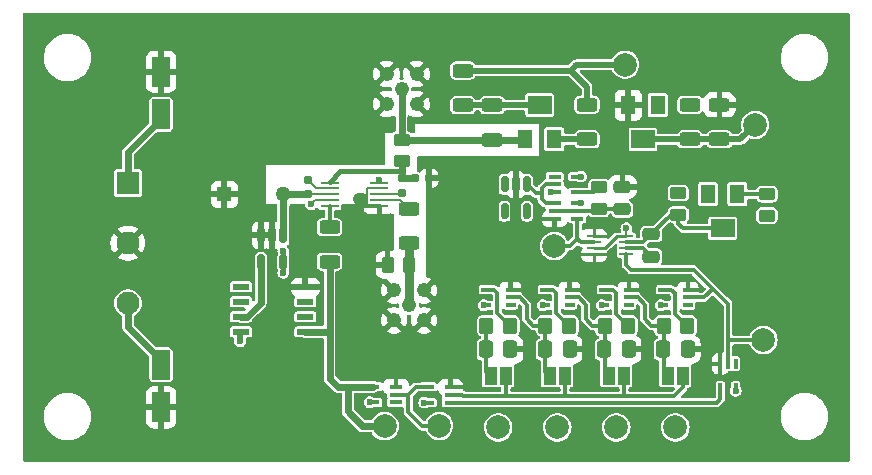
<source format=gtl>
G04 #@! TF.GenerationSoftware,KiCad,Pcbnew,8.0.2-8.0.2-0~ubuntu22.04.1*
G04 #@! TF.CreationDate,2024-06-03T16:52:46-05:00*
G04 #@! TF.ProjectId,peak-holder,7065616b-2d68-46f6-9c64-65722e6b6963,rev?*
G04 #@! TF.SameCoordinates,Original*
G04 #@! TF.FileFunction,Copper,L1,Top*
G04 #@! TF.FilePolarity,Positive*
%FSLAX46Y46*%
G04 Gerber Fmt 4.6, Leading zero omitted, Abs format (unit mm)*
G04 Created by KiCad (PCBNEW 8.0.2-8.0.2-0~ubuntu22.04.1) date 2024-06-03 16:52:46*
%MOMM*%
%LPD*%
G01*
G04 APERTURE LIST*
G04 Aperture macros list*
%AMRoundRect*
0 Rectangle with rounded corners*
0 $1 Rounding radius*
0 $2 $3 $4 $5 $6 $7 $8 $9 X,Y pos of 4 corners*
0 Add a 4 corners polygon primitive as box body*
4,1,4,$2,$3,$4,$5,$6,$7,$8,$9,$2,$3,0*
0 Add four circle primitives for the rounded corners*
1,1,$1+$1,$2,$3*
1,1,$1+$1,$4,$5*
1,1,$1+$1,$6,$7*
1,1,$1+$1,$8,$9*
0 Add four rect primitives between the rounded corners*
20,1,$1+$1,$2,$3,$4,$5,0*
20,1,$1+$1,$4,$5,$6,$7,0*
20,1,$1+$1,$6,$7,$8,$9,0*
20,1,$1+$1,$8,$9,$2,$3,0*%
G04 Aperture macros list end*
G04 #@! TA.AperFunction,SMDPad,CuDef*
%ADD10R,1.117600X0.355600*%
G04 #@! TD*
G04 #@! TA.AperFunction,SMDPad,CuDef*
%ADD11R,0.355600X0.833300*%
G04 #@! TD*
G04 #@! TA.AperFunction,SMDPad,CuDef*
%ADD12RoundRect,0.250000X-0.625000X0.312500X-0.625000X-0.312500X0.625000X-0.312500X0.625000X0.312500X0*%
G04 #@! TD*
G04 #@! TA.AperFunction,SMDPad,CuDef*
%ADD13RoundRect,0.250000X-0.337500X-0.475000X0.337500X-0.475000X0.337500X0.475000X-0.337500X0.475000X0*%
G04 #@! TD*
G04 #@! TA.AperFunction,SMDPad,CuDef*
%ADD14RoundRect,0.160000X-0.160000X0.197500X-0.160000X-0.197500X0.160000X-0.197500X0.160000X0.197500X0*%
G04 #@! TD*
G04 #@! TA.AperFunction,SMDPad,CuDef*
%ADD15R,1.574800X0.279400*%
G04 #@! TD*
G04 #@! TA.AperFunction,SMDPad,CuDef*
%ADD16RoundRect,0.250000X-0.350000X-0.450000X0.350000X-0.450000X0.350000X0.450000X-0.350000X0.450000X0*%
G04 #@! TD*
G04 #@! TA.AperFunction,ComponentPad*
%ADD17C,2.000000*%
G04 #@! TD*
G04 #@! TA.AperFunction,SMDPad,CuDef*
%ADD18RoundRect,0.250000X-0.550000X1.050000X-0.550000X-1.050000X0.550000X-1.050000X0.550000X1.050000X0*%
G04 #@! TD*
G04 #@! TA.AperFunction,ComponentPad*
%ADD19R,1.950000X1.950000*%
G04 #@! TD*
G04 #@! TA.AperFunction,ComponentPad*
%ADD20C,1.950000*%
G04 #@! TD*
G04 #@! TA.AperFunction,SMDPad,CuDef*
%ADD21R,0.833300X0.355600*%
G04 #@! TD*
G04 #@! TA.AperFunction,SMDPad,CuDef*
%ADD22R,1.460500X0.533400*%
G04 #@! TD*
G04 #@! TA.AperFunction,SMDPad,CuDef*
%ADD23RoundRect,0.250000X0.625000X-0.312500X0.625000X0.312500X-0.625000X0.312500X-0.625000X-0.312500X0*%
G04 #@! TD*
G04 #@! TA.AperFunction,SMDPad,CuDef*
%ADD24RoundRect,0.250000X0.475000X-0.250000X0.475000X0.250000X-0.475000X0.250000X-0.475000X-0.250000X0*%
G04 #@! TD*
G04 #@! TA.AperFunction,SMDPad,CuDef*
%ADD25R,1.000000X1.500000*%
G04 #@! TD*
G04 #@! TA.AperFunction,SMDPad,CuDef*
%ADD26RoundRect,0.150000X-0.150000X0.512500X-0.150000X-0.512500X0.150000X-0.512500X0.150000X0.512500X0*%
G04 #@! TD*
G04 #@! TA.AperFunction,SMDPad,CuDef*
%ADD27RoundRect,0.250000X-0.262500X-0.450000X0.262500X-0.450000X0.262500X0.450000X-0.262500X0.450000X0*%
G04 #@! TD*
G04 #@! TA.AperFunction,SMDPad,CuDef*
%ADD28R,1.300000X1.600000*%
G04 #@! TD*
G04 #@! TA.AperFunction,SMDPad,CuDef*
%ADD29R,2.000000X1.600000*%
G04 #@! TD*
G04 #@! TA.AperFunction,ComponentPad*
%ADD30C,1.240000*%
G04 #@! TD*
G04 #@! TA.AperFunction,SMDPad,CuDef*
%ADD31RoundRect,0.160000X0.197500X0.160000X-0.197500X0.160000X-0.197500X-0.160000X0.197500X-0.160000X0*%
G04 #@! TD*
G04 #@! TA.AperFunction,SMDPad,CuDef*
%ADD32RoundRect,0.250000X0.450000X-0.262500X0.450000X0.262500X-0.450000X0.262500X-0.450000X-0.262500X0*%
G04 #@! TD*
G04 #@! TA.AperFunction,ComponentPad*
%ADD33R,1.270000X1.270000*%
G04 #@! TD*
G04 #@! TA.AperFunction,ComponentPad*
%ADD34C,1.270000*%
G04 #@! TD*
G04 #@! TA.AperFunction,SMDPad,CuDef*
%ADD35R,1.168400X0.254000*%
G04 #@! TD*
G04 #@! TA.AperFunction,ViaPad*
%ADD36C,0.600000*%
G04 #@! TD*
G04 #@! TA.AperFunction,Conductor*
%ADD37C,0.600000*%
G04 #@! TD*
G04 #@! TA.AperFunction,Conductor*
%ADD38C,0.200000*%
G04 #@! TD*
G04 #@! TA.AperFunction,Conductor*
%ADD39C,0.400000*%
G04 #@! TD*
G04 #@! TA.AperFunction,Conductor*
%ADD40C,1.000000*%
G04 #@! TD*
G04 #@! TA.AperFunction,Conductor*
%ADD41C,0.250000*%
G04 #@! TD*
G04 #@! TA.AperFunction,Conductor*
%ADD42C,0.500000*%
G04 #@! TD*
G04 #@! TA.AperFunction,Conductor*
%ADD43C,0.800000*%
G04 #@! TD*
G04 #@! TA.AperFunction,Conductor*
%ADD44C,0.300000*%
G04 #@! TD*
G04 #@! TA.AperFunction,Conductor*
%ADD45C,0.350000*%
G04 #@! TD*
G04 APERTURE END LIST*
D10*
X84615200Y-67981200D03*
X84615200Y-67320800D03*
X84615200Y-66660400D03*
X82684800Y-66660400D03*
X82684800Y-67981200D03*
X98018750Y-48865400D03*
X98018750Y-49525800D03*
X98018750Y-50186200D03*
X99949150Y-50186200D03*
X99949150Y-48865400D03*
D11*
X113349999Y-64711051D03*
X112700000Y-64711051D03*
X112050001Y-64711051D03*
X112050001Y-66788949D03*
X113349999Y-66788949D03*
D12*
X109480000Y-42797501D03*
X109480000Y-45722501D03*
D13*
X97212500Y-63500000D03*
X99287500Y-63500000D03*
D14*
X85060000Y-49022501D03*
X85060000Y-50217501D03*
D15*
X78964500Y-49370000D03*
X78964500Y-49870002D03*
X78964500Y-50370001D03*
X78964500Y-50870000D03*
X78964500Y-51370002D03*
X83155500Y-51370002D03*
X83155500Y-50870000D03*
X83155500Y-50370001D03*
X83155500Y-49870002D03*
X83155500Y-49370000D03*
D16*
X107250000Y-61500000D03*
X109250000Y-61500000D03*
D14*
X77165600Y-49175001D03*
X77165600Y-50370001D03*
D17*
X108250000Y-70100000D03*
D18*
X64700000Y-40000000D03*
X64700000Y-43600000D03*
D19*
X61900000Y-49420000D03*
D20*
X61900000Y-54500000D03*
X61900000Y-59580000D03*
D10*
X98018750Y-51116700D03*
X98018750Y-51777100D03*
X98018750Y-52437500D03*
X99949150Y-52437500D03*
X99949150Y-51116700D03*
D21*
X104288949Y-59750000D03*
X104288949Y-59100001D03*
X104288949Y-58450002D03*
X102211051Y-58450002D03*
X102211051Y-59750000D03*
D22*
X76921650Y-62025001D03*
X76921650Y-60755001D03*
X76921650Y-59485001D03*
X76921650Y-58215001D03*
X71473350Y-58215001D03*
X71473350Y-59485001D03*
X71473350Y-60755001D03*
X71473350Y-62025001D03*
D23*
X92750000Y-45737501D03*
X92750000Y-42812501D03*
D24*
X106197149Y-55637500D03*
X106197149Y-53737500D03*
D21*
X99288949Y-59750000D03*
X99288949Y-59100001D03*
X99288949Y-58450002D03*
X97211051Y-58450002D03*
X97211051Y-59750000D03*
D12*
X90250000Y-39887501D03*
X90250000Y-42812501D03*
D25*
X98900000Y-65750000D03*
X97600000Y-65750000D03*
D17*
X98000000Y-54750000D03*
D26*
X75060000Y-53845001D03*
X74110000Y-53845001D03*
X73160000Y-53845001D03*
X73160000Y-56120001D03*
X75060000Y-56120001D03*
D27*
X83875000Y-56361250D03*
X85700000Y-56361250D03*
D28*
X113500000Y-50350000D03*
D29*
X112250000Y-53250000D03*
D28*
X111000000Y-50350000D03*
D16*
X102250000Y-61500000D03*
X104250000Y-61500000D03*
D18*
X64700000Y-64800000D03*
X64700000Y-68400000D03*
D25*
X108900000Y-65750000D03*
X107600000Y-65750000D03*
X93900000Y-65750000D03*
X92600000Y-65750000D03*
D30*
X85700000Y-59770000D03*
X86970000Y-61040000D03*
X86970000Y-58500000D03*
X84430000Y-61040000D03*
X84430000Y-58500000D03*
D10*
X89215200Y-68000000D03*
X89215200Y-67339600D03*
X89215200Y-66679200D03*
X87284800Y-66679200D03*
X87284800Y-68000000D03*
D13*
X92212500Y-63500000D03*
X94287500Y-63500000D03*
D12*
X85700000Y-51600000D03*
X85700000Y-54525000D03*
D24*
X103768750Y-51637500D03*
X103768750Y-49737500D03*
D21*
X109288949Y-59750000D03*
X109288949Y-59100001D03*
X109288949Y-58450002D03*
X107211051Y-58450002D03*
X107211051Y-59750000D03*
D13*
X107212500Y-63500000D03*
X109287500Y-63500000D03*
D31*
X86200000Y-49022501D03*
X87395000Y-49022501D03*
D32*
X85060000Y-47562501D03*
X85060000Y-45737501D03*
D23*
X111980000Y-45722501D03*
X111980000Y-42797501D03*
D17*
X104000000Y-39400000D03*
D26*
X95683950Y-49527100D03*
X94733950Y-49527100D03*
X93783950Y-49527100D03*
X93783950Y-51802100D03*
X95683950Y-51802100D03*
D17*
X115700000Y-62700000D03*
X115000000Y-44500000D03*
D32*
X101768750Y-51600000D03*
X101768750Y-49775000D03*
D28*
X95500000Y-45712501D03*
D29*
X96750000Y-42812501D03*
D28*
X98000000Y-45712501D03*
D16*
X92250000Y-61500000D03*
X94250000Y-61500000D03*
D33*
X70060000Y-50370001D03*
D34*
X75060000Y-50370001D03*
D25*
X103900000Y-65750000D03*
X102600000Y-65750000D03*
D17*
X93250000Y-70100000D03*
X88250000Y-69975000D03*
D30*
X85060000Y-41470000D03*
X83790000Y-40200000D03*
X83790000Y-42740000D03*
X86330000Y-40200000D03*
X86330000Y-42740000D03*
D28*
X106750000Y-42822501D03*
D29*
X105500000Y-45722501D03*
D28*
X104250000Y-42822501D03*
D21*
X94288949Y-59750000D03*
X94288949Y-59100001D03*
X94288949Y-58450002D03*
X92211051Y-58450002D03*
X92211051Y-59750000D03*
D17*
X103250000Y-70100000D03*
X83625000Y-70000000D03*
D13*
X102212500Y-63500000D03*
X104287500Y-63500000D03*
D32*
X116000000Y-52175000D03*
X116000000Y-50350000D03*
D35*
X101363049Y-53937499D03*
X101363049Y-54437500D03*
X101363049Y-54937500D03*
X101363049Y-55437501D03*
X104106249Y-55437501D03*
X104106249Y-54937500D03*
X104106249Y-54437500D03*
X104106249Y-53937499D03*
D16*
X97250000Y-61500000D03*
X99250000Y-61500000D03*
D12*
X78964500Y-53157501D03*
X78964500Y-56082501D03*
D32*
X108500000Y-52087500D03*
X108500000Y-50262500D03*
D12*
X100750000Y-42787501D03*
X100750000Y-45712501D03*
D17*
X98250000Y-70100000D03*
D36*
X80288889Y-52200000D03*
X65831104Y-72400000D03*
X68888880Y-72400000D03*
X122400000Y-44799998D03*
X79591096Y-35600000D03*
X73475544Y-35600000D03*
X78444440Y-47300000D03*
X88966666Y-47600000D03*
X53600000Y-46333331D03*
X93800000Y-47600000D03*
X73475544Y-72400000D03*
X76600000Y-56822222D03*
X87600000Y-52955555D03*
X53600000Y-37133333D03*
X122400000Y-53999996D03*
X104053304Y-35600000D03*
X74888888Y-47300000D03*
X122400000Y-70866659D03*
X119342184Y-72400000D03*
X56657776Y-35600000D03*
X88764424Y-35600000D03*
X99466640Y-35600000D03*
X87600000Y-54777777D03*
X62773328Y-72400000D03*
X91822200Y-72400000D03*
X90293312Y-35600000D03*
X58186664Y-72400000D03*
X120871072Y-72400000D03*
X53600000Y-55533329D03*
X53600000Y-63199994D03*
X55128888Y-35600000D03*
X82200000Y-55000000D03*
X122400000Y-47866664D03*
X53600000Y-43266665D03*
X99466640Y-72400000D03*
X78062208Y-72400000D03*
X94879976Y-72400000D03*
X53600000Y-57066662D03*
X76533320Y-35600000D03*
X56657776Y-72400000D03*
X114755520Y-35600000D03*
X59715552Y-72400000D03*
X65831104Y-35600000D03*
X100995528Y-72400000D03*
X73160000Y-48540740D03*
X87600000Y-50222222D03*
X104053304Y-72400000D03*
X108639968Y-72400000D03*
X122400000Y-37133333D03*
X85706648Y-35600000D03*
X97937752Y-35600000D03*
X59715552Y-35600000D03*
X71946656Y-72400000D03*
X87235536Y-35600000D03*
X67359992Y-35600000D03*
X96408864Y-35600000D03*
X122400000Y-35600000D03*
X53600000Y-70866659D03*
X122400000Y-52466663D03*
X81111104Y-47300000D03*
X87235536Y-72400000D03*
X91866664Y-47600000D03*
X71946656Y-35600000D03*
X105582192Y-35600000D03*
X116284408Y-35600000D03*
X107111080Y-72400000D03*
X55128888Y-72400000D03*
X108639968Y-35600000D03*
X82648872Y-35600000D03*
X53600000Y-66266660D03*
X53600000Y-41733332D03*
X81500000Y-50750000D03*
X93400000Y-44200000D03*
X53600000Y-67799993D03*
X73160000Y-50600000D03*
X122400000Y-63199994D03*
X53600000Y-69333326D03*
X81119984Y-35600000D03*
X53600000Y-61666661D03*
X80222216Y-47300000D03*
X87600000Y-56600000D03*
X102524416Y-35600000D03*
X64302216Y-72400000D03*
X88764424Y-72400000D03*
X73160000Y-47511111D03*
X84177760Y-72400000D03*
X122400000Y-61666661D03*
X92433330Y-44200000D03*
X81119984Y-72400000D03*
X53600000Y-60133328D03*
X111697744Y-72400000D03*
X113226632Y-35600000D03*
X87600000Y-51133333D03*
X53600000Y-50933330D03*
X70417768Y-72400000D03*
X122400000Y-46333331D03*
X75777776Y-47300000D03*
X93351088Y-35600000D03*
X53600000Y-40199999D03*
X94287500Y-63500000D03*
X87600000Y-53866666D03*
X88400000Y-48600000D03*
X77400000Y-52400000D03*
X61244440Y-35600000D03*
X119342184Y-35600000D03*
X53600000Y-64733327D03*
X122400000Y-69333326D03*
X110168856Y-72400000D03*
X82000000Y-46466666D03*
X53600000Y-52466663D03*
X70417768Y-35600000D03*
X122400000Y-40199999D03*
X89933332Y-47600000D03*
X76200000Y-52600000D03*
X53600000Y-58599995D03*
X122400000Y-58599995D03*
X100995528Y-35600000D03*
X122400000Y-60133328D03*
X117813296Y-72400000D03*
X122400000Y-50933330D03*
X82200000Y-54088889D03*
X79591096Y-72400000D03*
X122400000Y-49399997D03*
X81200000Y-52200000D03*
X76200000Y-53655555D03*
X53600000Y-49399997D03*
X99287500Y-63500000D03*
X122400000Y-43266665D03*
X96408864Y-72400000D03*
X90293312Y-72400000D03*
X68888880Y-35600000D03*
X122400000Y-66266660D03*
X87600000Y-55688888D03*
X62773328Y-35600000D03*
X122400000Y-64733327D03*
X90899998Y-47600000D03*
X58186664Y-35600000D03*
X79333328Y-47300000D03*
X91466664Y-44200000D03*
X93351088Y-72400000D03*
X90499998Y-44200000D03*
X111697744Y-35600000D03*
X76533320Y-72400000D03*
X53600000Y-38666666D03*
X77555552Y-47300000D03*
X116284408Y-72400000D03*
X78062208Y-35600000D03*
X92833330Y-47600000D03*
X120871072Y-35600000D03*
X110168856Y-35600000D03*
X76600000Y-54711110D03*
X67359992Y-72400000D03*
X76666664Y-47300000D03*
X53600000Y-53999996D03*
X104287500Y-63500000D03*
X73160000Y-49570369D03*
X85706648Y-72400000D03*
X114755520Y-72400000D03*
X107111080Y-35600000D03*
X88400000Y-49600000D03*
X122400000Y-72400000D03*
X82200000Y-53177778D03*
X122400000Y-57066662D03*
X53600000Y-72400000D03*
X82000000Y-45533333D03*
X94879976Y-35600000D03*
X82200000Y-56822222D03*
X53600000Y-47866664D03*
X113226632Y-72400000D03*
X76600000Y-55766665D03*
X75004432Y-72400000D03*
X84177760Y-35600000D03*
X122400000Y-38666666D03*
X87600000Y-52044444D03*
X97718750Y-50186200D03*
X82200000Y-52266667D03*
X53600000Y-35600000D03*
X117813296Y-35600000D03*
X82000000Y-47300000D03*
X89533332Y-44200000D03*
X53600000Y-44799998D03*
X82648872Y-72400000D03*
X75004432Y-35600000D03*
X74000000Y-47300000D03*
X97937752Y-72400000D03*
X122400000Y-41733332D03*
X82200000Y-55911111D03*
X122400000Y-55533329D03*
X64302216Y-35600000D03*
X102524416Y-72400000D03*
X61244440Y-72400000D03*
X122400000Y-67799993D03*
X105582192Y-72400000D03*
X91822200Y-35600000D03*
X77400000Y-51200000D03*
X107011051Y-59750000D03*
X97011051Y-59750000D03*
X95683950Y-52202100D03*
X109480000Y-42797501D03*
X102011051Y-59750000D03*
X71400000Y-62800000D03*
X116000000Y-52175000D03*
X113349999Y-66988949D03*
X83155500Y-49200000D03*
X75060000Y-57000000D03*
X106750000Y-42822501D03*
X75060000Y-55200000D03*
X104106249Y-53250000D03*
X100249150Y-51116700D03*
X108500000Y-50262500D03*
X92011051Y-59750000D03*
X100249150Y-48865400D03*
X86984800Y-68000000D03*
X82384800Y-67981200D03*
X107600000Y-65750000D03*
X102600000Y-65750000D03*
X97600000Y-65800000D03*
X96750000Y-42812501D03*
X93783950Y-49127100D03*
X100750000Y-42787501D03*
X95683950Y-49127100D03*
X93783950Y-52202100D03*
X105500000Y-45722501D03*
X92600000Y-65750000D03*
D37*
X75060000Y-50370001D02*
X77165600Y-50370001D01*
D38*
X78964500Y-50370001D02*
X77165600Y-50370001D01*
D37*
X75060000Y-53845001D02*
X75060000Y-50370001D01*
D38*
X73160000Y-50600000D02*
X73160000Y-53845001D01*
X82120002Y-51370002D02*
X81500000Y-50750000D01*
D39*
X83155500Y-51370002D02*
X83155500Y-52355500D01*
D38*
X82168100Y-49870002D02*
X82138100Y-49900002D01*
X82168100Y-51370002D02*
X83155500Y-51370002D01*
X83155500Y-51370002D02*
X82120002Y-51370002D01*
D40*
X81500000Y-50750000D02*
X81738100Y-50750000D01*
D38*
X83155500Y-49870002D02*
X82168100Y-49870002D01*
X82138100Y-51340002D02*
X82168100Y-51370002D01*
X82138100Y-49900002D02*
X82138100Y-51340002D01*
X77730000Y-50870000D02*
X78964500Y-50870000D01*
D37*
X61900000Y-49420000D02*
X61900000Y-46800000D01*
X61900000Y-46800000D02*
X64700000Y-44000000D01*
D38*
X77400000Y-51200000D02*
X77730000Y-50870000D01*
X104106249Y-53250000D02*
X104106249Y-53937499D01*
D37*
X61900000Y-59580000D02*
X61900000Y-61600000D01*
D41*
X103268750Y-53937499D02*
X104106249Y-53937499D01*
D39*
X75060000Y-55200000D02*
X75060000Y-57000000D01*
D41*
X102268749Y-54937500D02*
X103268750Y-53937499D01*
D38*
X83155500Y-49200000D02*
X83155500Y-49370000D01*
X71400000Y-62098351D02*
X71473350Y-62025001D01*
D37*
X61900000Y-61600000D02*
X64700000Y-64400000D01*
D39*
X75060000Y-56120001D02*
X75060000Y-55200000D01*
X75060000Y-56120001D02*
X75060000Y-57000000D01*
D41*
X101363049Y-54937500D02*
X102268749Y-54937500D01*
D42*
X71400000Y-62800000D02*
X71400000Y-62098351D01*
D43*
X85700000Y-59770000D02*
X85700000Y-54525000D01*
D37*
X85060000Y-45737501D02*
X95475000Y-45737501D01*
X95475000Y-45737501D02*
X95500000Y-45712501D01*
X85060000Y-41470000D02*
X85060000Y-45737501D01*
D38*
X83155500Y-50870000D02*
X83160501Y-50875001D01*
X84970000Y-50870000D02*
X83155500Y-50870000D01*
X85700000Y-51600000D02*
X84970000Y-50870000D01*
D44*
X78964500Y-53157501D02*
X78964500Y-51370002D01*
D38*
X77165600Y-49175001D02*
X77860601Y-49870002D01*
X77860601Y-49870002D02*
X78964500Y-49870002D01*
D37*
X85060000Y-49022501D02*
X85060000Y-48400000D01*
X85060000Y-49022501D02*
X86200000Y-49022501D01*
X85060000Y-48400000D02*
X85060000Y-47562501D01*
D39*
X79864802Y-48400000D02*
X78964500Y-49300302D01*
X85060000Y-48400000D02*
X79864802Y-48400000D01*
D38*
X84907500Y-50370001D02*
X85060000Y-50217501D01*
X83155500Y-50370001D02*
X84907500Y-50370001D01*
D37*
X73160000Y-59531901D02*
X73160000Y-56120001D01*
X71473350Y-60755001D02*
X71936900Y-60755001D01*
X71936900Y-60755001D02*
X73160000Y-59531901D01*
X78964500Y-65964500D02*
X79660400Y-66660400D01*
X80500000Y-68750000D02*
X80500000Y-66660400D01*
X78939499Y-62025001D02*
X78964500Y-62000000D01*
X80500000Y-66660400D02*
X82684800Y-66660400D01*
X76921650Y-62025001D02*
X78939499Y-62025001D01*
X78964500Y-62000000D02*
X78964500Y-65964500D01*
X79660400Y-66660400D02*
X80500000Y-66660400D01*
X81750000Y-70000000D02*
X80500000Y-68750000D01*
X78964500Y-56082501D02*
X78964500Y-62000000D01*
X83615200Y-70000000D02*
X81750000Y-70000000D01*
D45*
X101768750Y-51600000D02*
X103731250Y-51600000D01*
X98018750Y-51777100D02*
X101591650Y-51777100D01*
X101591650Y-51777100D02*
X101768750Y-51600000D01*
X105497149Y-54437500D02*
X106197149Y-53737500D01*
X107847149Y-52087500D02*
X106197149Y-53737500D01*
X108900000Y-53250000D02*
X108500000Y-52850000D01*
X104106249Y-54437500D02*
X105497149Y-54437500D01*
X108500000Y-52087500D02*
X107847149Y-52087500D01*
X112250000Y-53250000D02*
X108900000Y-53250000D01*
X108500000Y-52850000D02*
X108500000Y-52087500D01*
X106197149Y-55637500D02*
X105497149Y-54937500D01*
X105497149Y-54937500D02*
X104106249Y-54937500D01*
X107250000Y-65400000D02*
X107500000Y-65650000D01*
X105061052Y-59100001D02*
X104288949Y-59100001D01*
X107600000Y-65750000D02*
X107600000Y-65750000D01*
X106211051Y-61500000D02*
X105661053Y-60950002D01*
X105661053Y-60950002D02*
X105661053Y-59700002D01*
X107500000Y-65650000D02*
X107500000Y-65750000D01*
X107500000Y-65750000D02*
X107600000Y-65750000D01*
X107250000Y-61500000D02*
X107250000Y-65400000D01*
X105661053Y-59700002D02*
X105061052Y-59100001D01*
X107250000Y-61500000D02*
X106211051Y-61500000D01*
X102600000Y-65750000D02*
X102600000Y-65750000D01*
X102500000Y-65750000D02*
X102600000Y-65750000D01*
X100061054Y-59100001D02*
X99288949Y-59100001D01*
X100661053Y-59700000D02*
X100061054Y-59100001D01*
X102250000Y-61500000D02*
X101211053Y-61500000D01*
X102250000Y-61500000D02*
X102250000Y-65400000D01*
X100661053Y-60950000D02*
X100661053Y-59700000D01*
X102250000Y-65400000D02*
X102500000Y-65650000D01*
X102500000Y-65650000D02*
X102500000Y-65750000D01*
X101211053Y-61500000D02*
X100661053Y-60950000D01*
X97600000Y-65750000D02*
X97600000Y-65750000D01*
X95661053Y-60950000D02*
X95661053Y-59700000D01*
X97500000Y-65650000D02*
X97500000Y-65750000D01*
X95061054Y-59100001D02*
X94288949Y-59100001D01*
X97250000Y-61500000D02*
X96211053Y-61500000D01*
X97250000Y-61500000D02*
X97250000Y-65400000D01*
X97250000Y-65400000D02*
X97500000Y-65650000D01*
X95661053Y-59700000D02*
X95061054Y-59100001D01*
X97500000Y-65750000D02*
X97600000Y-65750000D01*
X96211053Y-61500000D02*
X95661053Y-60950000D01*
X98900000Y-67438949D02*
X98911053Y-67450002D01*
X103900000Y-65750000D02*
X103900000Y-67438949D01*
X93161055Y-67450002D02*
X93911053Y-67450002D01*
X93900000Y-65750000D02*
X93900000Y-67438949D01*
X98911053Y-67450002D02*
X94911053Y-67450002D01*
X90299998Y-67450002D02*
X90189596Y-67339600D01*
X103900000Y-67438949D02*
X103911053Y-67450002D01*
X104411053Y-67450002D02*
X103911053Y-67450002D01*
X93900000Y-67438949D02*
X93911053Y-67450002D01*
X108900000Y-65750000D02*
X108900000Y-66700000D01*
X104411053Y-67450002D02*
X98911053Y-67450002D01*
X93911053Y-67450002D02*
X94911053Y-67450002D01*
X108149998Y-67450002D02*
X104411053Y-67450002D01*
X108900000Y-66700000D02*
X108149998Y-67450002D01*
X98900000Y-65750000D02*
X98900000Y-67438949D01*
X90189596Y-67339600D02*
X89215200Y-67339600D01*
X93161055Y-67450002D02*
X90299998Y-67450002D01*
D42*
X90250000Y-42812501D02*
X96750000Y-42812501D01*
X100750000Y-41250000D02*
X100750000Y-42787501D01*
D45*
X95683950Y-49527100D02*
X96433950Y-50277100D01*
X97274850Y-51116700D02*
X98018750Y-51116700D01*
D42*
X99387501Y-39887501D02*
X99875002Y-39400000D01*
D45*
X96933950Y-50277100D02*
X96933950Y-50775800D01*
X96933950Y-49851800D02*
X96933950Y-50277100D01*
D42*
X99875002Y-39400000D02*
X104000000Y-39400000D01*
X90250000Y-39887501D02*
X99387501Y-39887501D01*
D45*
X96433950Y-50277100D02*
X96933950Y-50277100D01*
D42*
X99387501Y-39887501D02*
X100750000Y-41250000D01*
D45*
X96933950Y-50775800D02*
X97274850Y-51116700D01*
X97259950Y-49525800D02*
X96933950Y-49851800D01*
X98018750Y-49525800D02*
X97259950Y-49525800D01*
D42*
X98000000Y-45712501D02*
X100750000Y-45712501D01*
X111980000Y-45722501D02*
X105500000Y-45722501D01*
X113757499Y-45722501D02*
X114980000Y-44500000D01*
X111980000Y-45722501D02*
X113757499Y-45722501D01*
D45*
X101357550Y-50186200D02*
X101768750Y-49775000D01*
X99949150Y-50186200D02*
X101357550Y-50186200D01*
X116000000Y-50350000D02*
X113500000Y-50350000D01*
X107211051Y-58450002D02*
X107911053Y-58450002D01*
X107911053Y-58450002D02*
X108211051Y-58750000D01*
X108211051Y-58750000D02*
X108211051Y-60461051D01*
X108211051Y-60461051D02*
X109250000Y-61500000D01*
X104250000Y-61500000D02*
X103250000Y-60500000D01*
X103250000Y-60500000D02*
X103250000Y-58750000D01*
X102950002Y-58450002D02*
X102211051Y-58450002D01*
X103250000Y-58750000D02*
X102950002Y-58450002D01*
X98161053Y-60411053D02*
X98161053Y-58700000D01*
X99250000Y-61500000D02*
X98161053Y-60411053D01*
X97911055Y-58450002D02*
X97211051Y-58450002D01*
X98161053Y-58700000D02*
X97911055Y-58450002D01*
X93161053Y-58700000D02*
X92911055Y-58450002D01*
X93161053Y-60411053D02*
X93161053Y-58700000D01*
X92911055Y-58450002D02*
X92211051Y-58450002D01*
X94250000Y-61500000D02*
X93161053Y-60411053D01*
X99317050Y-54750000D02*
X98000000Y-54750000D01*
X99949150Y-54117900D02*
X100268750Y-54437500D01*
X99949150Y-52437500D02*
X99949150Y-54117900D01*
X99317050Y-54750000D02*
X99949150Y-54117900D01*
X100268750Y-54437500D02*
X101363049Y-54437500D01*
X104500000Y-56750000D02*
X104106249Y-56356249D01*
X111400000Y-58350000D02*
X109800000Y-56750000D01*
X112700000Y-62700000D02*
X112700000Y-59650000D01*
X112700000Y-62700000D02*
X115711053Y-62700000D01*
X110649999Y-59100001D02*
X111400000Y-58350000D01*
X109800000Y-56750000D02*
X104500000Y-56750000D01*
X112700000Y-62700000D02*
X112700000Y-64711051D01*
X112400000Y-59350000D02*
X111400000Y-58350000D01*
X104106249Y-56356249D02*
X104106249Y-55437501D01*
X112700000Y-59650000D02*
X112400000Y-59350000D01*
X109288949Y-59100001D02*
X110649999Y-59100001D01*
X85644400Y-67320800D02*
X85644400Y-68808613D01*
X86835787Y-70000000D02*
X88250000Y-70000000D01*
X84615200Y-67320800D02*
X85644400Y-67320800D01*
X85644400Y-68808613D02*
X86835787Y-70000000D01*
X85644400Y-67320800D02*
X86286000Y-66679200D01*
X86286000Y-66679200D02*
X87284800Y-66679200D01*
X111750000Y-68000000D02*
X89215200Y-68000000D01*
X112050001Y-67699999D02*
X111750000Y-68000000D01*
X112050001Y-66788949D02*
X112050001Y-67699999D01*
X92250000Y-65400000D02*
X92500000Y-65650000D01*
X92500000Y-65650000D02*
X92500000Y-65750000D01*
X92250000Y-61500000D02*
X92250000Y-65400000D01*
X92600000Y-65750000D02*
X92600000Y-65750000D01*
X92500000Y-65750000D02*
X92600000Y-65750000D01*
G04 #@! TA.AperFunction,Conductor*
G36*
X95111302Y-59681732D02*
G01*
X95117780Y-59687764D01*
X95249234Y-59819218D01*
X95282719Y-59880541D01*
X95285553Y-59906899D01*
X95285553Y-60915387D01*
X95265868Y-60982426D01*
X95264317Y-60983769D01*
X95293477Y-61029143D01*
X95294266Y-61031954D01*
X95311143Y-61094938D01*
X95352317Y-61166253D01*
X95360579Y-61180563D01*
X95910578Y-61730562D01*
X95980491Y-61800475D01*
X96066113Y-61849909D01*
X96066115Y-61849910D01*
X96113864Y-61862705D01*
X96113865Y-61862705D01*
X96123956Y-61865408D01*
X96161617Y-61875500D01*
X96161618Y-61875500D01*
X96325500Y-61875500D01*
X96392539Y-61895185D01*
X96438294Y-61947989D01*
X96449500Y-61999500D01*
X96449500Y-62004269D01*
X96452353Y-62034699D01*
X96452353Y-62034701D01*
X96497206Y-62162880D01*
X96497207Y-62162882D01*
X96577850Y-62272150D01*
X96687118Y-62352793D01*
X96725105Y-62366085D01*
X96781879Y-62406804D01*
X96807627Y-62471756D01*
X96794171Y-62540318D01*
X96745785Y-62590722D01*
X96725106Y-62600166D01*
X96687601Y-62613290D01*
X96662118Y-62622207D01*
X96662117Y-62622207D01*
X96662116Y-62622208D01*
X96552850Y-62702850D01*
X96472207Y-62812117D01*
X96472206Y-62812119D01*
X96427353Y-62940298D01*
X96427353Y-62940300D01*
X96424500Y-62970730D01*
X96424500Y-64029269D01*
X96427353Y-64059699D01*
X96427353Y-64059701D01*
X96471908Y-64187028D01*
X96472207Y-64187882D01*
X96552850Y-64297150D01*
X96662118Y-64377793D01*
X96728592Y-64401053D01*
X96791455Y-64423050D01*
X96848231Y-64463771D01*
X96873978Y-64528724D01*
X96874500Y-64540091D01*
X96874500Y-65449435D01*
X96895275Y-65526968D01*
X96899500Y-65559061D01*
X96899500Y-66519752D01*
X96911131Y-66578229D01*
X96911132Y-66578230D01*
X96955447Y-66644552D01*
X97021769Y-66688867D01*
X97021770Y-66688868D01*
X97080247Y-66700499D01*
X97080250Y-66700500D01*
X97080252Y-66700500D01*
X98119750Y-66700500D01*
X98119751Y-66700499D01*
X98141386Y-66696196D01*
X98178229Y-66688868D01*
X98178231Y-66688867D01*
X98181108Y-66686945D01*
X98188335Y-66684681D01*
X98189513Y-66684194D01*
X98189556Y-66684299D01*
X98247785Y-66666066D01*
X98315165Y-66684550D01*
X98318892Y-66686945D01*
X98321768Y-66688867D01*
X98321770Y-66688868D01*
X98380247Y-66700499D01*
X98380250Y-66700500D01*
X98380252Y-66700500D01*
X98400500Y-66700500D01*
X98467539Y-66720185D01*
X98513294Y-66772989D01*
X98524500Y-66824500D01*
X98524500Y-66950502D01*
X98504815Y-67017541D01*
X98452011Y-67063296D01*
X98400500Y-67074502D01*
X94399500Y-67074502D01*
X94332461Y-67054817D01*
X94286706Y-67002013D01*
X94275500Y-66950502D01*
X94275500Y-66824500D01*
X94295185Y-66757461D01*
X94347989Y-66711706D01*
X94399500Y-66700500D01*
X94419750Y-66700500D01*
X94419751Y-66700499D01*
X94441386Y-66696196D01*
X94478229Y-66688868D01*
X94478229Y-66688867D01*
X94478231Y-66688867D01*
X94544552Y-66644552D01*
X94588867Y-66578231D01*
X94588867Y-66578229D01*
X94588868Y-66578229D01*
X94600499Y-66519752D01*
X94600500Y-66519750D01*
X94600500Y-64980249D01*
X94600499Y-64980247D01*
X94588868Y-64921770D01*
X94588866Y-64921766D01*
X94585759Y-64917116D01*
X94564881Y-64850439D01*
X94583366Y-64783059D01*
X94635345Y-64736369D01*
X94676260Y-64724868D01*
X94777696Y-64714506D01*
X94944119Y-64659358D01*
X94944124Y-64659356D01*
X95093345Y-64567315D01*
X95217315Y-64443345D01*
X95309356Y-64294124D01*
X95309358Y-64294119D01*
X95364505Y-64127697D01*
X95364506Y-64127690D01*
X95374999Y-64024986D01*
X95375000Y-64024973D01*
X95375000Y-63750000D01*
X94161500Y-63750000D01*
X94094461Y-63730315D01*
X94048706Y-63677511D01*
X94037500Y-63626000D01*
X94037500Y-63374000D01*
X94057185Y-63306961D01*
X94109989Y-63261206D01*
X94161500Y-63250000D01*
X95374999Y-63250000D01*
X95374999Y-62975028D01*
X95374998Y-62975013D01*
X95364505Y-62872302D01*
X95309358Y-62705880D01*
X95309356Y-62705875D01*
X95217315Y-62556654D01*
X95093344Y-62432683D01*
X95093340Y-62432680D01*
X95008982Y-62380647D01*
X94962257Y-62328699D01*
X94951036Y-62259737D01*
X94974308Y-62201476D01*
X95002793Y-62162882D01*
X95036933Y-62065316D01*
X95047646Y-62034701D01*
X95047646Y-62034699D01*
X95050500Y-62004269D01*
X95050500Y-61064078D01*
X95070185Y-60997039D01*
X95071426Y-60995963D01*
X95044512Y-60956342D01*
X95002793Y-60837119D01*
X95002792Y-60837117D01*
X94999992Y-60833323D01*
X94922150Y-60727850D01*
X94812882Y-60647207D01*
X94812880Y-60647206D01*
X94684700Y-60602353D01*
X94654270Y-60599500D01*
X94654266Y-60599500D01*
X93931899Y-60599500D01*
X93864860Y-60579815D01*
X93844218Y-60563181D01*
X93572872Y-60291834D01*
X93539387Y-60230511D01*
X93536553Y-60204153D01*
X93536553Y-60176588D01*
X93556238Y-60109549D01*
X93609042Y-60063794D01*
X93678200Y-60053850D01*
X93729442Y-60073485D01*
X93794068Y-60116667D01*
X93794070Y-60116667D01*
X93794071Y-60116668D01*
X93794069Y-60116668D01*
X93852546Y-60128299D01*
X93852549Y-60128300D01*
X93852551Y-60128300D01*
X94725349Y-60128300D01*
X94725350Y-60128299D01*
X94740167Y-60125352D01*
X94783828Y-60116668D01*
X94783828Y-60116667D01*
X94783830Y-60116667D01*
X94850151Y-60072352D01*
X94894466Y-60006031D01*
X94894466Y-60006029D01*
X94894467Y-60006029D01*
X94904129Y-59957450D01*
X94906099Y-59947548D01*
X94906099Y-59775445D01*
X94925784Y-59708406D01*
X94978588Y-59662651D01*
X95047746Y-59652707D01*
X95111302Y-59681732D01*
G37*
G04 #@! TD.AperFunction*
G04 #@! TA.AperFunction,Conductor*
G36*
X100111302Y-59681732D02*
G01*
X100117780Y-59687764D01*
X100249234Y-59819218D01*
X100282719Y-59880541D01*
X100285553Y-59906899D01*
X100285553Y-60915387D01*
X100265868Y-60982426D01*
X100264317Y-60983769D01*
X100293477Y-61029143D01*
X100294266Y-61031954D01*
X100311143Y-61094938D01*
X100352317Y-61166253D01*
X100360579Y-61180563D01*
X100910578Y-61730562D01*
X100980491Y-61800475D01*
X101066113Y-61849909D01*
X101066115Y-61849910D01*
X101113864Y-61862705D01*
X101113865Y-61862705D01*
X101123956Y-61865408D01*
X101161617Y-61875500D01*
X101161618Y-61875500D01*
X101325500Y-61875500D01*
X101392539Y-61895185D01*
X101438294Y-61947989D01*
X101449500Y-61999500D01*
X101449500Y-62004269D01*
X101452353Y-62034699D01*
X101452353Y-62034701D01*
X101497206Y-62162880D01*
X101497207Y-62162882D01*
X101577850Y-62272150D01*
X101687118Y-62352793D01*
X101725105Y-62366085D01*
X101781879Y-62406804D01*
X101807627Y-62471756D01*
X101794171Y-62540318D01*
X101745785Y-62590722D01*
X101725106Y-62600166D01*
X101687601Y-62613290D01*
X101662118Y-62622207D01*
X101662117Y-62622207D01*
X101662116Y-62622208D01*
X101552850Y-62702850D01*
X101472207Y-62812117D01*
X101472206Y-62812119D01*
X101427353Y-62940298D01*
X101427353Y-62940300D01*
X101424500Y-62970730D01*
X101424500Y-64029269D01*
X101427353Y-64059699D01*
X101427353Y-64059701D01*
X101471908Y-64187028D01*
X101472207Y-64187882D01*
X101552850Y-64297150D01*
X101662118Y-64377793D01*
X101728592Y-64401053D01*
X101791455Y-64423050D01*
X101848231Y-64463771D01*
X101873978Y-64528724D01*
X101874500Y-64540091D01*
X101874500Y-65449435D01*
X101895275Y-65526968D01*
X101899500Y-65559061D01*
X101899500Y-66519752D01*
X101911131Y-66578229D01*
X101911132Y-66578230D01*
X101955447Y-66644552D01*
X102021769Y-66688867D01*
X102021770Y-66688868D01*
X102080247Y-66700499D01*
X102080250Y-66700500D01*
X102080252Y-66700500D01*
X103119750Y-66700500D01*
X103119751Y-66700499D01*
X103141386Y-66696196D01*
X103178229Y-66688868D01*
X103178231Y-66688867D01*
X103181108Y-66686945D01*
X103188335Y-66684681D01*
X103189513Y-66684194D01*
X103189556Y-66684299D01*
X103247785Y-66666066D01*
X103315165Y-66684550D01*
X103318892Y-66686945D01*
X103321768Y-66688867D01*
X103321770Y-66688868D01*
X103380247Y-66700499D01*
X103380250Y-66700500D01*
X103380252Y-66700500D01*
X103400500Y-66700500D01*
X103467539Y-66720185D01*
X103513294Y-66772989D01*
X103524500Y-66824500D01*
X103524500Y-66950502D01*
X103504815Y-67017541D01*
X103452011Y-67063296D01*
X103400500Y-67074502D01*
X99399500Y-67074502D01*
X99332461Y-67054817D01*
X99286706Y-67002013D01*
X99275500Y-66950502D01*
X99275500Y-66824500D01*
X99295185Y-66757461D01*
X99347989Y-66711706D01*
X99399500Y-66700500D01*
X99419750Y-66700500D01*
X99419751Y-66700499D01*
X99441386Y-66696196D01*
X99478229Y-66688868D01*
X99478229Y-66688867D01*
X99478231Y-66688867D01*
X99544552Y-66644552D01*
X99588867Y-66578231D01*
X99588867Y-66578229D01*
X99588868Y-66578229D01*
X99600499Y-66519752D01*
X99600500Y-66519750D01*
X99600500Y-64980249D01*
X99600499Y-64980247D01*
X99588868Y-64921770D01*
X99588866Y-64921766D01*
X99585759Y-64917116D01*
X99564881Y-64850439D01*
X99583366Y-64783059D01*
X99635345Y-64736369D01*
X99676260Y-64724868D01*
X99777696Y-64714506D01*
X99944119Y-64659358D01*
X99944124Y-64659356D01*
X100093345Y-64567315D01*
X100217315Y-64443345D01*
X100309356Y-64294124D01*
X100309358Y-64294119D01*
X100364505Y-64127697D01*
X100364506Y-64127690D01*
X100374999Y-64024986D01*
X100375000Y-64024973D01*
X100375000Y-63750000D01*
X99161500Y-63750000D01*
X99094461Y-63730315D01*
X99048706Y-63677511D01*
X99037500Y-63626000D01*
X99037500Y-63374000D01*
X99057185Y-63306961D01*
X99109989Y-63261206D01*
X99161500Y-63250000D01*
X100374999Y-63250000D01*
X100374999Y-62975028D01*
X100374998Y-62975013D01*
X100364505Y-62872302D01*
X100309358Y-62705880D01*
X100309356Y-62705875D01*
X100217315Y-62556654D01*
X100093344Y-62432683D01*
X100093340Y-62432680D01*
X100008982Y-62380647D01*
X99962257Y-62328699D01*
X99951036Y-62259737D01*
X99974308Y-62201476D01*
X100002793Y-62162882D01*
X100036933Y-62065316D01*
X100047646Y-62034701D01*
X100047646Y-62034699D01*
X100050500Y-62004269D01*
X100050500Y-61064078D01*
X100070185Y-60997039D01*
X100071426Y-60995963D01*
X100044512Y-60956342D01*
X100002793Y-60837119D01*
X100002792Y-60837117D01*
X99999992Y-60833323D01*
X99922150Y-60727850D01*
X99812882Y-60647207D01*
X99812880Y-60647206D01*
X99684700Y-60602353D01*
X99654270Y-60599500D01*
X99654266Y-60599500D01*
X98931899Y-60599500D01*
X98864860Y-60579815D01*
X98844218Y-60563181D01*
X98572872Y-60291834D01*
X98539387Y-60230511D01*
X98536553Y-60204153D01*
X98536553Y-60176588D01*
X98556238Y-60109549D01*
X98609042Y-60063794D01*
X98678200Y-60053850D01*
X98729442Y-60073485D01*
X98794068Y-60116667D01*
X98794070Y-60116667D01*
X98794071Y-60116668D01*
X98794069Y-60116668D01*
X98852546Y-60128299D01*
X98852549Y-60128300D01*
X98852551Y-60128300D01*
X99725349Y-60128300D01*
X99725350Y-60128299D01*
X99740167Y-60125352D01*
X99783828Y-60116668D01*
X99783828Y-60116667D01*
X99783830Y-60116667D01*
X99850151Y-60072352D01*
X99894466Y-60006031D01*
X99894466Y-60006029D01*
X99894467Y-60006029D01*
X99904129Y-59957450D01*
X99906099Y-59947548D01*
X99906099Y-59775445D01*
X99925784Y-59708406D01*
X99978588Y-59662651D01*
X100047746Y-59652707D01*
X100111302Y-59681732D01*
G37*
G04 #@! TD.AperFunction*
G04 #@! TA.AperFunction,Conductor*
G36*
X105111302Y-59681734D02*
G01*
X105117780Y-59687766D01*
X105249234Y-59819220D01*
X105282719Y-59880543D01*
X105285553Y-59906901D01*
X105285553Y-60915387D01*
X105265868Y-60982426D01*
X105264317Y-60983769D01*
X105293477Y-61029144D01*
X105294263Y-61031946D01*
X105311143Y-61094939D01*
X105311144Y-61094942D01*
X105314025Y-61099932D01*
X105360578Y-61180564D01*
X105360579Y-61180565D01*
X105980488Y-61800475D01*
X106066114Y-61849911D01*
X106161615Y-61875500D01*
X106161616Y-61875500D01*
X106325500Y-61875500D01*
X106392539Y-61895185D01*
X106438294Y-61947989D01*
X106449500Y-61999500D01*
X106449500Y-62004269D01*
X106452353Y-62034699D01*
X106452353Y-62034701D01*
X106497206Y-62162880D01*
X106497207Y-62162882D01*
X106577850Y-62272150D01*
X106687118Y-62352793D01*
X106725105Y-62366085D01*
X106781879Y-62406804D01*
X106807627Y-62471756D01*
X106794171Y-62540318D01*
X106745785Y-62590722D01*
X106725106Y-62600166D01*
X106687601Y-62613290D01*
X106662118Y-62622207D01*
X106662117Y-62622207D01*
X106662116Y-62622208D01*
X106552850Y-62702850D01*
X106472207Y-62812117D01*
X106472206Y-62812119D01*
X106427353Y-62940298D01*
X106427353Y-62940300D01*
X106424500Y-62970730D01*
X106424500Y-64029269D01*
X106427353Y-64059699D01*
X106427353Y-64059701D01*
X106471908Y-64187028D01*
X106472207Y-64187882D01*
X106552850Y-64297150D01*
X106662118Y-64377793D01*
X106728592Y-64401053D01*
X106791455Y-64423050D01*
X106848231Y-64463771D01*
X106873978Y-64528724D01*
X106874500Y-64540091D01*
X106874500Y-65449435D01*
X106895275Y-65526968D01*
X106899500Y-65559061D01*
X106899500Y-66519752D01*
X106911131Y-66578229D01*
X106911132Y-66578230D01*
X106955447Y-66644552D01*
X107021769Y-66688867D01*
X107021770Y-66688868D01*
X107080247Y-66700499D01*
X107080250Y-66700500D01*
X108069101Y-66700500D01*
X108136140Y-66720185D01*
X108181895Y-66772989D01*
X108191839Y-66842147D01*
X108162814Y-66905703D01*
X108156782Y-66912181D01*
X108030780Y-67038183D01*
X107969457Y-67071668D01*
X107943099Y-67074502D01*
X104399500Y-67074502D01*
X104332461Y-67054817D01*
X104286706Y-67002013D01*
X104275500Y-66950502D01*
X104275500Y-66824500D01*
X104295185Y-66757461D01*
X104347989Y-66711706D01*
X104399500Y-66700500D01*
X104419750Y-66700500D01*
X104419751Y-66700499D01*
X104441386Y-66696196D01*
X104478229Y-66688868D01*
X104478229Y-66688867D01*
X104478231Y-66688867D01*
X104544552Y-66644552D01*
X104588867Y-66578231D01*
X104588867Y-66578229D01*
X104588868Y-66578229D01*
X104600499Y-66519752D01*
X104600500Y-66519750D01*
X104600500Y-64980249D01*
X104600499Y-64980247D01*
X104588868Y-64921770D01*
X104588866Y-64921766D01*
X104585759Y-64917116D01*
X104564881Y-64850439D01*
X104583366Y-64783059D01*
X104635345Y-64736369D01*
X104676260Y-64724868D01*
X104777696Y-64714506D01*
X104944119Y-64659358D01*
X104944124Y-64659356D01*
X105093345Y-64567315D01*
X105217315Y-64443345D01*
X105309356Y-64294124D01*
X105309358Y-64294119D01*
X105364505Y-64127697D01*
X105364506Y-64127690D01*
X105374999Y-64024986D01*
X105375000Y-64024973D01*
X105375000Y-63750000D01*
X104161500Y-63750000D01*
X104094461Y-63730315D01*
X104048706Y-63677511D01*
X104037500Y-63626000D01*
X104037500Y-63374000D01*
X104057185Y-63306961D01*
X104109989Y-63261206D01*
X104161500Y-63250000D01*
X105374999Y-63250000D01*
X105374999Y-62975028D01*
X105374998Y-62975013D01*
X105364505Y-62872302D01*
X105309358Y-62705880D01*
X105309356Y-62705875D01*
X105217315Y-62556654D01*
X105093344Y-62432683D01*
X105093340Y-62432680D01*
X105008982Y-62380647D01*
X104962257Y-62328699D01*
X104951036Y-62259737D01*
X104974308Y-62201476D01*
X105002793Y-62162882D01*
X105036933Y-62065316D01*
X105047646Y-62034701D01*
X105047646Y-62034699D01*
X105050500Y-62004269D01*
X105050500Y-61064079D01*
X105070185Y-60997040D01*
X105071426Y-60995963D01*
X105044512Y-60956342D01*
X105002793Y-60837119D01*
X105002792Y-60837117D01*
X104999992Y-60833323D01*
X104922150Y-60727850D01*
X104812882Y-60647207D01*
X104812880Y-60647206D01*
X104684700Y-60602353D01*
X104654270Y-60599500D01*
X104654266Y-60599500D01*
X103931899Y-60599500D01*
X103864860Y-60579815D01*
X103844218Y-60563181D01*
X103661819Y-60380782D01*
X103628334Y-60319459D01*
X103625500Y-60293101D01*
X103625500Y-60232423D01*
X103645185Y-60165384D01*
X103697989Y-60119629D01*
X103767147Y-60109685D01*
X103788722Y-60115604D01*
X103852546Y-60128299D01*
X103852549Y-60128300D01*
X103852551Y-60128300D01*
X104725349Y-60128300D01*
X104725350Y-60128299D01*
X104740167Y-60125352D01*
X104783828Y-60116668D01*
X104783828Y-60116667D01*
X104783830Y-60116667D01*
X104850151Y-60072352D01*
X104894466Y-60006031D01*
X104894466Y-60006029D01*
X104894467Y-60006029D01*
X104904129Y-59957450D01*
X104906099Y-59947548D01*
X104906099Y-59775447D01*
X104925784Y-59708408D01*
X104978588Y-59662653D01*
X105047746Y-59652709D01*
X105111302Y-59681734D01*
G37*
G04 #@! TD.AperFunction*
G04 #@! TA.AperFunction,Conductor*
G36*
X122943039Y-35019685D02*
G01*
X122988794Y-35072489D01*
X123000000Y-35124000D01*
X123000000Y-72876000D01*
X122980315Y-72943039D01*
X122927511Y-72988794D01*
X122876000Y-73000000D01*
X53124000Y-73000000D01*
X53056961Y-72980315D01*
X53011206Y-72927511D01*
X53000000Y-72876000D01*
X53000000Y-69068610D01*
X54795500Y-69068610D01*
X54795500Y-69331389D01*
X54817633Y-69499500D01*
X54829798Y-69591898D01*
X54897806Y-69845708D01*
X54897807Y-69845711D01*
X54897809Y-69845717D01*
X54998359Y-70088466D01*
X54998364Y-70088477D01*
X55062752Y-70199998D01*
X55129743Y-70316030D01*
X55129745Y-70316033D01*
X55129746Y-70316034D01*
X55289701Y-70524493D01*
X55289707Y-70524500D01*
X55475499Y-70710292D01*
X55475506Y-70710298D01*
X55507293Y-70734689D01*
X55683970Y-70870257D01*
X55799787Y-70937124D01*
X55911522Y-71001635D01*
X55911527Y-71001637D01*
X55911530Y-71001639D01*
X56154292Y-71102194D01*
X56408102Y-71170202D01*
X56668618Y-71204500D01*
X56668625Y-71204500D01*
X56931375Y-71204500D01*
X56931382Y-71204500D01*
X57191898Y-71170202D01*
X57445708Y-71102194D01*
X57688470Y-71001639D01*
X57916030Y-70870257D01*
X58124495Y-70710297D01*
X58310297Y-70524495D01*
X58470257Y-70316030D01*
X58601639Y-70088470D01*
X58702194Y-69845708D01*
X58770202Y-69591898D01*
X58782303Y-69499986D01*
X63400001Y-69499986D01*
X63410494Y-69602697D01*
X63465641Y-69769119D01*
X63465643Y-69769124D01*
X63557684Y-69918345D01*
X63681654Y-70042315D01*
X63830875Y-70134356D01*
X63830880Y-70134358D01*
X63997302Y-70189505D01*
X63997309Y-70189506D01*
X64100019Y-70199999D01*
X64449999Y-70199999D01*
X64950000Y-70199999D01*
X65299972Y-70199999D01*
X65299986Y-70199998D01*
X65402697Y-70189505D01*
X65569119Y-70134358D01*
X65569124Y-70134356D01*
X65718345Y-70042315D01*
X65842315Y-69918345D01*
X65934356Y-69769124D01*
X65934358Y-69769119D01*
X65989505Y-69602697D01*
X65989506Y-69602690D01*
X65999999Y-69499986D01*
X66000000Y-69499973D01*
X66000000Y-68650000D01*
X64950000Y-68650000D01*
X64950000Y-70199999D01*
X64449999Y-70199999D01*
X64450000Y-70199998D01*
X64450000Y-68650000D01*
X63400001Y-68650000D01*
X63400001Y-69499986D01*
X58782303Y-69499986D01*
X58804500Y-69331382D01*
X58804500Y-69068618D01*
X58770202Y-68808102D01*
X58702194Y-68554292D01*
X58601639Y-68311530D01*
X58601637Y-68311527D01*
X58601635Y-68311522D01*
X58537411Y-68200284D01*
X58470257Y-68083970D01*
X58310297Y-67875505D01*
X58310292Y-67875499D01*
X58124500Y-67689707D01*
X58124493Y-67689701D01*
X57916034Y-67529746D01*
X57916033Y-67529745D01*
X57916030Y-67529743D01*
X57796375Y-67460660D01*
X57688477Y-67398364D01*
X57688466Y-67398359D01*
X57451038Y-67300013D01*
X63400000Y-67300013D01*
X63400000Y-68150000D01*
X64450000Y-68150000D01*
X64950000Y-68150000D01*
X65999999Y-68150000D01*
X65999999Y-67300028D01*
X65999998Y-67300013D01*
X65989505Y-67197302D01*
X65934358Y-67030880D01*
X65934356Y-67030875D01*
X65842315Y-66881654D01*
X65718345Y-66757684D01*
X65569124Y-66665643D01*
X65569119Y-66665641D01*
X65402697Y-66610494D01*
X65402690Y-66610493D01*
X65299986Y-66600000D01*
X64950000Y-66600000D01*
X64950000Y-68150000D01*
X64450000Y-68150000D01*
X64450000Y-66600000D01*
X64100028Y-66600000D01*
X64100012Y-66600001D01*
X63997302Y-66610494D01*
X63830880Y-66665641D01*
X63830875Y-66665643D01*
X63681654Y-66757684D01*
X63557684Y-66881654D01*
X63465643Y-67030875D01*
X63465641Y-67030880D01*
X63410494Y-67197302D01*
X63410493Y-67197309D01*
X63400000Y-67300013D01*
X57451038Y-67300013D01*
X57445717Y-67297809D01*
X57445711Y-67297807D01*
X57445708Y-67297806D01*
X57191898Y-67229798D01*
X57134005Y-67222176D01*
X56931389Y-67195500D01*
X56931382Y-67195500D01*
X56668618Y-67195500D01*
X56668610Y-67195500D01*
X56441910Y-67225347D01*
X56408102Y-67229798D01*
X56154292Y-67297806D01*
X56154290Y-67297806D01*
X56154282Y-67297809D01*
X55911533Y-67398359D01*
X55911522Y-67398364D01*
X55683965Y-67529746D01*
X55475506Y-67689701D01*
X55475499Y-67689707D01*
X55289707Y-67875499D01*
X55289701Y-67875506D01*
X55129746Y-68083965D01*
X54998364Y-68311522D01*
X54998359Y-68311533D01*
X54897809Y-68554282D01*
X54897806Y-68554290D01*
X54897806Y-68554292D01*
X54829798Y-68808102D01*
X54825987Y-68837048D01*
X54795500Y-69068610D01*
X53000000Y-69068610D01*
X53000000Y-59579999D01*
X60719464Y-59579999D01*
X60719464Y-59580000D01*
X60739564Y-59796918D01*
X60739564Y-59796920D01*
X60739565Y-59796923D01*
X60785239Y-59957450D01*
X60799184Y-60006462D01*
X60860148Y-60128893D01*
X60896288Y-60201472D01*
X61027573Y-60375322D01*
X61188568Y-60522088D01*
X61188575Y-60522092D01*
X61188576Y-60522093D01*
X61207727Y-60533950D01*
X61340777Y-60616331D01*
X61387413Y-60668358D01*
X61399500Y-60721758D01*
X61399500Y-61665891D01*
X61433608Y-61793187D01*
X61437815Y-61800473D01*
X61499500Y-61907314D01*
X61499502Y-61907316D01*
X63663181Y-64070995D01*
X63696666Y-64132318D01*
X63699500Y-64158676D01*
X63699500Y-65904269D01*
X63702353Y-65934699D01*
X63702353Y-65934701D01*
X63735838Y-66030392D01*
X63747207Y-66062882D01*
X63827850Y-66172150D01*
X63937118Y-66252793D01*
X63969043Y-66263964D01*
X64065299Y-66297646D01*
X64095730Y-66300500D01*
X64095734Y-66300500D01*
X65304270Y-66300500D01*
X65334699Y-66297646D01*
X65334701Y-66297646D01*
X65408523Y-66271814D01*
X65462882Y-66252793D01*
X65572150Y-66172150D01*
X65652793Y-66062882D01*
X65680885Y-65982600D01*
X65697646Y-65934701D01*
X65697646Y-65934699D01*
X65700500Y-65904269D01*
X65700500Y-63695730D01*
X65697646Y-63665300D01*
X65697646Y-63665298D01*
X65652793Y-63537119D01*
X65652792Y-63537117D01*
X65572150Y-63427850D01*
X65462882Y-63347207D01*
X65462880Y-63347206D01*
X65334700Y-63302353D01*
X65304270Y-63299500D01*
X65304266Y-63299500D01*
X64358676Y-63299500D01*
X64291637Y-63279815D01*
X64270995Y-63263181D01*
X62746362Y-61738548D01*
X70542600Y-61738548D01*
X70542600Y-62311453D01*
X70554231Y-62369930D01*
X70554232Y-62369931D01*
X70598547Y-62436253D01*
X70664869Y-62480568D01*
X70664870Y-62480569D01*
X70723347Y-62492200D01*
X70723350Y-62492201D01*
X70723352Y-62492201D01*
X70797739Y-62492201D01*
X70864778Y-62511886D01*
X70910533Y-62564690D01*
X70920477Y-62633848D01*
X70916716Y-62651136D01*
X70914835Y-62657541D01*
X70894353Y-62800000D01*
X70914834Y-62942456D01*
X70974622Y-63073371D01*
X70974623Y-63073373D01*
X71068872Y-63182143D01*
X71189947Y-63259953D01*
X71189950Y-63259954D01*
X71189949Y-63259954D01*
X71297107Y-63291417D01*
X71324633Y-63299500D01*
X71328036Y-63300499D01*
X71328038Y-63300500D01*
X71328039Y-63300500D01*
X71471962Y-63300500D01*
X71471962Y-63300499D01*
X71579121Y-63269035D01*
X71610050Y-63259954D01*
X71610050Y-63259953D01*
X71610053Y-63259953D01*
X71731128Y-63182143D01*
X71825377Y-63073373D01*
X71885165Y-62942457D01*
X71905647Y-62800000D01*
X71885165Y-62657543D01*
X71885163Y-62657540D01*
X71883284Y-62651136D01*
X71883284Y-62581266D01*
X71921058Y-62522488D01*
X71984614Y-62493463D01*
X72002261Y-62492201D01*
X72223350Y-62492201D01*
X72223351Y-62492200D01*
X72238168Y-62489253D01*
X72281829Y-62480569D01*
X72281829Y-62480568D01*
X72281831Y-62480568D01*
X72348152Y-62436253D01*
X72392467Y-62369932D01*
X72392467Y-62369930D01*
X72392468Y-62369930D01*
X72404099Y-62311453D01*
X72404100Y-62311451D01*
X72404100Y-61738550D01*
X72404099Y-61738548D01*
X75990900Y-61738548D01*
X75990900Y-62311453D01*
X76002531Y-62369930D01*
X76002532Y-62369931D01*
X76046847Y-62436253D01*
X76113169Y-62480568D01*
X76113170Y-62480569D01*
X76171647Y-62492200D01*
X76171650Y-62492201D01*
X76171652Y-62492201D01*
X76715155Y-62492201D01*
X76747248Y-62496426D01*
X76855758Y-62525501D01*
X78340000Y-62525501D01*
X78407039Y-62545186D01*
X78452794Y-62597990D01*
X78464000Y-62649501D01*
X78464000Y-66030391D01*
X78498108Y-66157687D01*
X78531054Y-66214750D01*
X78564000Y-66271814D01*
X78564001Y-66271815D01*
X78564002Y-66271816D01*
X79255559Y-66963372D01*
X79255569Y-66963383D01*
X79259899Y-66967713D01*
X79259900Y-66967714D01*
X79353086Y-67060900D01*
X79447663Y-67115504D01*
X79467214Y-67126792D01*
X79594507Y-67160900D01*
X79594508Y-67160900D01*
X79875500Y-67160900D01*
X79942539Y-67180585D01*
X79988294Y-67233389D01*
X79999500Y-67284900D01*
X79999500Y-68815891D01*
X80033608Y-68943187D01*
X80039593Y-68953553D01*
X80099500Y-69057314D01*
X81349500Y-70307314D01*
X81442686Y-70400500D01*
X81556814Y-70466392D01*
X81684108Y-70500500D01*
X82456346Y-70500500D01*
X82523385Y-70520185D01*
X82567346Y-70569229D01*
X82599936Y-70634679D01*
X82599943Y-70634691D01*
X82734020Y-70812238D01*
X82898437Y-70962123D01*
X82898439Y-70962125D01*
X83087595Y-71079245D01*
X83087596Y-71079245D01*
X83087599Y-71079247D01*
X83295060Y-71159618D01*
X83513757Y-71200500D01*
X83513759Y-71200500D01*
X83736241Y-71200500D01*
X83736243Y-71200500D01*
X83954940Y-71159618D01*
X84162401Y-71079247D01*
X84351562Y-70962124D01*
X84515981Y-70812236D01*
X84650058Y-70634689D01*
X84749229Y-70435528D01*
X84810115Y-70221536D01*
X84830643Y-70000000D01*
X84828326Y-69975000D01*
X84810115Y-69778464D01*
X84810114Y-69778462D01*
X84807457Y-69769124D01*
X84749229Y-69564472D01*
X84749057Y-69564126D01*
X84650061Y-69365316D01*
X84650056Y-69365308D01*
X84515979Y-69187761D01*
X84351562Y-69037876D01*
X84351560Y-69037874D01*
X84162404Y-68920754D01*
X84162398Y-68920752D01*
X83954940Y-68840382D01*
X83736243Y-68799500D01*
X83513757Y-68799500D01*
X83295060Y-68840382D01*
X83163864Y-68891207D01*
X83087601Y-68920752D01*
X83087595Y-68920754D01*
X82898439Y-69037874D01*
X82898437Y-69037876D01*
X82734020Y-69187761D01*
X82599943Y-69365308D01*
X82599936Y-69365320D01*
X82567346Y-69430771D01*
X82519843Y-69482009D01*
X82456346Y-69499500D01*
X82008676Y-69499500D01*
X81941637Y-69479815D01*
X81920995Y-69463181D01*
X81036819Y-68579005D01*
X81003334Y-68517682D01*
X81000500Y-68491324D01*
X81000500Y-67981200D01*
X81879153Y-67981200D01*
X81899634Y-68123656D01*
X81920040Y-68168337D01*
X81928863Y-68195658D01*
X81937131Y-68237229D01*
X81937132Y-68237230D01*
X81981445Y-68303549D01*
X81981448Y-68303552D01*
X82009584Y-68322352D01*
X82016050Y-68326672D01*
X82040873Y-68348572D01*
X82042031Y-68349909D01*
X82053672Y-68363343D01*
X82174747Y-68441153D01*
X82174750Y-68441154D01*
X82174749Y-68441154D01*
X82312836Y-68481699D01*
X82312838Y-68481700D01*
X82312839Y-68481700D01*
X82456762Y-68481700D01*
X82456762Y-68481699D01*
X82594853Y-68441153D01*
X82691279Y-68379184D01*
X82758318Y-68359500D01*
X83263350Y-68359500D01*
X83263351Y-68359499D01*
X83287218Y-68354752D01*
X83321829Y-68347868D01*
X83321829Y-68347867D01*
X83321831Y-68347867D01*
X83388152Y-68303552D01*
X83432467Y-68237231D01*
X83432467Y-68237229D01*
X83432468Y-68237229D01*
X83444099Y-68178752D01*
X83444100Y-68178750D01*
X83444100Y-67783649D01*
X83444099Y-67783647D01*
X83432468Y-67725170D01*
X83432467Y-67725169D01*
X83388152Y-67658847D01*
X83321830Y-67614532D01*
X83321829Y-67614531D01*
X83263352Y-67602900D01*
X83263348Y-67602900D01*
X82758318Y-67602900D01*
X82691279Y-67583216D01*
X82655370Y-67560139D01*
X82594853Y-67521247D01*
X82594851Y-67521246D01*
X82594849Y-67521245D01*
X82594850Y-67521245D01*
X82456763Y-67480700D01*
X82456761Y-67480700D01*
X82312839Y-67480700D01*
X82312836Y-67480700D01*
X82174749Y-67521245D01*
X82053672Y-67599056D01*
X82053670Y-67599058D01*
X82040869Y-67613831D01*
X82016053Y-67635724D01*
X81981449Y-67658847D01*
X81981445Y-67658850D01*
X81937133Y-67725167D01*
X81928863Y-67766743D01*
X81920040Y-67794060D01*
X81899636Y-67838736D01*
X81899634Y-67838743D01*
X81879153Y-67981200D01*
X81000500Y-67981200D01*
X81000500Y-67284900D01*
X81020185Y-67217861D01*
X81072989Y-67172106D01*
X81124500Y-67160900D01*
X82750690Y-67160900D01*
X82750692Y-67160900D01*
X82877986Y-67126792D01*
X82992114Y-67060900D01*
X82992115Y-67060898D01*
X82999152Y-67056836D01*
X83000587Y-67059322D01*
X83052826Y-67039129D01*
X83063138Y-67038700D01*
X83263350Y-67038700D01*
X83263351Y-67038699D01*
X83278168Y-67035752D01*
X83321829Y-67027068D01*
X83321829Y-67027067D01*
X83321831Y-67027067D01*
X83388152Y-66982752D01*
X83388156Y-66982746D01*
X83389016Y-66981887D01*
X83391375Y-66980598D01*
X83398307Y-66975967D01*
X83398721Y-66976586D01*
X83450338Y-66948399D01*
X83520029Y-66953380D01*
X83575965Y-66995248D01*
X83592884Y-67026231D01*
X83613045Y-67080286D01*
X83613049Y-67080293D01*
X83699209Y-67195387D01*
X83699212Y-67195390D01*
X83806211Y-67275490D01*
X83848082Y-67331423D01*
X83855900Y-67374756D01*
X83855900Y-67518352D01*
X83867531Y-67576829D01*
X83867533Y-67576832D01*
X83871060Y-67582111D01*
X83891937Y-67648789D01*
X83873451Y-67716168D01*
X83871060Y-67719889D01*
X83867533Y-67725167D01*
X83867531Y-67725170D01*
X83855900Y-67783647D01*
X83855900Y-68178752D01*
X83867531Y-68237229D01*
X83867532Y-68237230D01*
X83911847Y-68303552D01*
X83978169Y-68347867D01*
X83978170Y-68347868D01*
X84036647Y-68359499D01*
X84036650Y-68359500D01*
X85144900Y-68359500D01*
X85211939Y-68379185D01*
X85257694Y-68431989D01*
X85268900Y-68483500D01*
X85268900Y-68858048D01*
X85294490Y-68953551D01*
X85333288Y-69020752D01*
X85343169Y-69037865D01*
X85343928Y-69039179D01*
X86058211Y-69753462D01*
X86605224Y-70300475D01*
X86605225Y-70300476D01*
X86605227Y-70300477D01*
X86632166Y-70316030D01*
X86690850Y-70349911D01*
X86786351Y-70375500D01*
X86786352Y-70375500D01*
X87031551Y-70375500D01*
X87098590Y-70395185D01*
X87142551Y-70444228D01*
X87224938Y-70609683D01*
X87224943Y-70609691D01*
X87359020Y-70787238D01*
X87523437Y-70937123D01*
X87523439Y-70937125D01*
X87712595Y-71054245D01*
X87712596Y-71054245D01*
X87712599Y-71054247D01*
X87920060Y-71134618D01*
X88138757Y-71175500D01*
X88138759Y-71175500D01*
X88361241Y-71175500D01*
X88361243Y-71175500D01*
X88579940Y-71134618D01*
X88787401Y-71054247D01*
X88976562Y-70937124D01*
X89140981Y-70787236D01*
X89275058Y-70609689D01*
X89374229Y-70410528D01*
X89435115Y-70196536D01*
X89444060Y-70099999D01*
X92044357Y-70099999D01*
X92044357Y-70100000D01*
X92064884Y-70321535D01*
X92064885Y-70321537D01*
X92125769Y-70535523D01*
X92125775Y-70535538D01*
X92224938Y-70734683D01*
X92224943Y-70734691D01*
X92359020Y-70912238D01*
X92523437Y-71062123D01*
X92523439Y-71062125D01*
X92712595Y-71179245D01*
X92712596Y-71179245D01*
X92712599Y-71179247D01*
X92920060Y-71259618D01*
X93138757Y-71300500D01*
X93138759Y-71300500D01*
X93361241Y-71300500D01*
X93361243Y-71300500D01*
X93579940Y-71259618D01*
X93787401Y-71179247D01*
X93976562Y-71062124D01*
X94140981Y-70912236D01*
X94275058Y-70734689D01*
X94374229Y-70535528D01*
X94435115Y-70321536D01*
X94455643Y-70100000D01*
X94455643Y-70099999D01*
X97044357Y-70099999D01*
X97044357Y-70100000D01*
X97064884Y-70321535D01*
X97064885Y-70321537D01*
X97125769Y-70535523D01*
X97125775Y-70535538D01*
X97224938Y-70734683D01*
X97224943Y-70734691D01*
X97359020Y-70912238D01*
X97523437Y-71062123D01*
X97523439Y-71062125D01*
X97712595Y-71179245D01*
X97712596Y-71179245D01*
X97712599Y-71179247D01*
X97920060Y-71259618D01*
X98138757Y-71300500D01*
X98138759Y-71300500D01*
X98361241Y-71300500D01*
X98361243Y-71300500D01*
X98579940Y-71259618D01*
X98787401Y-71179247D01*
X98976562Y-71062124D01*
X99140981Y-70912236D01*
X99275058Y-70734689D01*
X99374229Y-70535528D01*
X99435115Y-70321536D01*
X99455643Y-70100000D01*
X99455643Y-70099999D01*
X102044357Y-70099999D01*
X102044357Y-70100000D01*
X102064884Y-70321535D01*
X102064885Y-70321537D01*
X102125769Y-70535523D01*
X102125775Y-70535538D01*
X102224938Y-70734683D01*
X102224943Y-70734691D01*
X102359020Y-70912238D01*
X102523437Y-71062123D01*
X102523439Y-71062125D01*
X102712595Y-71179245D01*
X102712596Y-71179245D01*
X102712599Y-71179247D01*
X102920060Y-71259618D01*
X103138757Y-71300500D01*
X103138759Y-71300500D01*
X103361241Y-71300500D01*
X103361243Y-71300500D01*
X103579940Y-71259618D01*
X103787401Y-71179247D01*
X103976562Y-71062124D01*
X104140981Y-70912236D01*
X104275058Y-70734689D01*
X104374229Y-70535528D01*
X104435115Y-70321536D01*
X104455643Y-70100000D01*
X104455643Y-70099999D01*
X107044357Y-70099999D01*
X107044357Y-70100000D01*
X107064884Y-70321535D01*
X107064885Y-70321537D01*
X107125769Y-70535523D01*
X107125775Y-70535538D01*
X107224938Y-70734683D01*
X107224943Y-70734691D01*
X107359020Y-70912238D01*
X107523437Y-71062123D01*
X107523439Y-71062125D01*
X107712595Y-71179245D01*
X107712596Y-71179245D01*
X107712599Y-71179247D01*
X107920060Y-71259618D01*
X108138757Y-71300500D01*
X108138759Y-71300500D01*
X108361241Y-71300500D01*
X108361243Y-71300500D01*
X108579940Y-71259618D01*
X108787401Y-71179247D01*
X108976562Y-71062124D01*
X109140981Y-70912236D01*
X109275058Y-70734689D01*
X109374229Y-70535528D01*
X109435115Y-70321536D01*
X109455643Y-70100000D01*
X109435115Y-69878464D01*
X109374229Y-69664472D01*
X109374224Y-69664461D01*
X109275061Y-69465316D01*
X109275056Y-69465308D01*
X109140979Y-69287761D01*
X108976562Y-69137876D01*
X108976560Y-69137874D01*
X108864694Y-69068610D01*
X117195500Y-69068610D01*
X117195500Y-69331389D01*
X117217633Y-69499500D01*
X117229798Y-69591898D01*
X117297806Y-69845708D01*
X117297807Y-69845711D01*
X117297809Y-69845717D01*
X117398359Y-70088466D01*
X117398364Y-70088477D01*
X117462752Y-70199998D01*
X117529743Y-70316030D01*
X117529745Y-70316033D01*
X117529746Y-70316034D01*
X117689701Y-70524493D01*
X117689707Y-70524500D01*
X117875499Y-70710292D01*
X117875506Y-70710298D01*
X117907293Y-70734689D01*
X118083970Y-70870257D01*
X118199787Y-70937124D01*
X118311522Y-71001635D01*
X118311527Y-71001637D01*
X118311530Y-71001639D01*
X118554292Y-71102194D01*
X118808102Y-71170202D01*
X119068618Y-71204500D01*
X119068625Y-71204500D01*
X119331375Y-71204500D01*
X119331382Y-71204500D01*
X119591898Y-71170202D01*
X119845708Y-71102194D01*
X120088470Y-71001639D01*
X120316030Y-70870257D01*
X120524495Y-70710297D01*
X120710297Y-70524495D01*
X120870257Y-70316030D01*
X121001639Y-70088470D01*
X121102194Y-69845708D01*
X121170202Y-69591898D01*
X121204500Y-69331382D01*
X121204500Y-69068618D01*
X121170202Y-68808102D01*
X121102194Y-68554292D01*
X121001639Y-68311530D01*
X121001637Y-68311527D01*
X121001635Y-68311522D01*
X120937411Y-68200284D01*
X120870257Y-68083970D01*
X120710297Y-67875505D01*
X120710292Y-67875499D01*
X120524500Y-67689707D01*
X120524493Y-67689701D01*
X120316034Y-67529746D01*
X120316033Y-67529745D01*
X120316030Y-67529743D01*
X120196375Y-67460660D01*
X120088477Y-67398364D01*
X120088466Y-67398359D01*
X119845717Y-67297809D01*
X119845711Y-67297807D01*
X119845708Y-67297806D01*
X119591898Y-67229798D01*
X119534005Y-67222176D01*
X119331389Y-67195500D01*
X119331382Y-67195500D01*
X119068618Y-67195500D01*
X119068610Y-67195500D01*
X118841910Y-67225347D01*
X118808102Y-67229798D01*
X118554292Y-67297806D01*
X118554290Y-67297806D01*
X118554282Y-67297809D01*
X118311533Y-67398359D01*
X118311522Y-67398364D01*
X118083965Y-67529746D01*
X117875506Y-67689701D01*
X117875499Y-67689707D01*
X117689707Y-67875499D01*
X117689701Y-67875506D01*
X117529746Y-68083965D01*
X117398364Y-68311522D01*
X117398359Y-68311533D01*
X117297809Y-68554282D01*
X117297806Y-68554290D01*
X117297806Y-68554292D01*
X117229798Y-68808102D01*
X117225987Y-68837048D01*
X117195500Y-69068610D01*
X108864694Y-69068610D01*
X108787404Y-69020754D01*
X108787398Y-69020752D01*
X108579940Y-68940382D01*
X108361243Y-68899500D01*
X108138757Y-68899500D01*
X107920060Y-68940382D01*
X107788864Y-68991207D01*
X107712601Y-69020752D01*
X107712595Y-69020754D01*
X107523439Y-69137874D01*
X107523437Y-69137876D01*
X107359020Y-69287761D01*
X107224943Y-69465308D01*
X107224938Y-69465316D01*
X107125775Y-69664461D01*
X107125769Y-69664476D01*
X107064885Y-69878462D01*
X107064884Y-69878464D01*
X107044357Y-70099999D01*
X104455643Y-70099999D01*
X104435115Y-69878464D01*
X104374229Y-69664472D01*
X104374224Y-69664461D01*
X104275061Y-69465316D01*
X104275056Y-69465308D01*
X104140979Y-69287761D01*
X103976562Y-69137876D01*
X103976560Y-69137874D01*
X103787404Y-69020754D01*
X103787398Y-69020752D01*
X103579940Y-68940382D01*
X103361243Y-68899500D01*
X103138757Y-68899500D01*
X102920060Y-68940382D01*
X102788864Y-68991207D01*
X102712601Y-69020752D01*
X102712595Y-69020754D01*
X102523439Y-69137874D01*
X102523437Y-69137876D01*
X102359020Y-69287761D01*
X102224943Y-69465308D01*
X102224938Y-69465316D01*
X102125775Y-69664461D01*
X102125769Y-69664476D01*
X102064885Y-69878462D01*
X102064884Y-69878464D01*
X102044357Y-70099999D01*
X99455643Y-70099999D01*
X99435115Y-69878464D01*
X99374229Y-69664472D01*
X99374224Y-69664461D01*
X99275061Y-69465316D01*
X99275056Y-69465308D01*
X99140979Y-69287761D01*
X98976562Y-69137876D01*
X98976560Y-69137874D01*
X98787404Y-69020754D01*
X98787398Y-69020752D01*
X98579940Y-68940382D01*
X98361243Y-68899500D01*
X98138757Y-68899500D01*
X97920060Y-68940382D01*
X97788864Y-68991207D01*
X97712601Y-69020752D01*
X97712595Y-69020754D01*
X97523439Y-69137874D01*
X97523437Y-69137876D01*
X97359020Y-69287761D01*
X97224943Y-69465308D01*
X97224938Y-69465316D01*
X97125775Y-69664461D01*
X97125769Y-69664476D01*
X97064885Y-69878462D01*
X97064884Y-69878464D01*
X97044357Y-70099999D01*
X94455643Y-70099999D01*
X94435115Y-69878464D01*
X94374229Y-69664472D01*
X94374224Y-69664461D01*
X94275061Y-69465316D01*
X94275056Y-69465308D01*
X94140979Y-69287761D01*
X93976562Y-69137876D01*
X93976560Y-69137874D01*
X93787404Y-69020754D01*
X93787398Y-69020752D01*
X93579940Y-68940382D01*
X93361243Y-68899500D01*
X93138757Y-68899500D01*
X92920060Y-68940382D01*
X92788864Y-68991207D01*
X92712601Y-69020752D01*
X92712595Y-69020754D01*
X92523439Y-69137874D01*
X92523437Y-69137876D01*
X92359020Y-69287761D01*
X92224943Y-69465308D01*
X92224938Y-69465316D01*
X92125775Y-69664461D01*
X92125769Y-69664476D01*
X92064885Y-69878462D01*
X92064884Y-69878464D01*
X92044357Y-70099999D01*
X89444060Y-70099999D01*
X89455643Y-69975000D01*
X89435115Y-69753464D01*
X89374229Y-69539472D01*
X89374224Y-69539461D01*
X89275061Y-69340316D01*
X89275056Y-69340308D01*
X89140979Y-69162761D01*
X88976562Y-69012876D01*
X88976560Y-69012874D01*
X88787404Y-68895754D01*
X88787398Y-68895752D01*
X88579940Y-68815382D01*
X88361243Y-68774500D01*
X88138757Y-68774500D01*
X87920060Y-68815382D01*
X87809927Y-68858048D01*
X87712601Y-68895752D01*
X87712595Y-68895754D01*
X87523439Y-69012874D01*
X87523437Y-69012876D01*
X87359020Y-69162761D01*
X87224943Y-69340308D01*
X87224938Y-69340316D01*
X87129632Y-69531717D01*
X87082129Y-69582954D01*
X87014466Y-69600375D01*
X86948126Y-69578449D01*
X86930951Y-69564126D01*
X86056219Y-68689394D01*
X86022734Y-68628071D01*
X86019900Y-68601713D01*
X86019900Y-68000000D01*
X86479153Y-68000000D01*
X86499634Y-68142456D01*
X86520040Y-68187137D01*
X86528863Y-68214458D01*
X86537131Y-68256029D01*
X86537132Y-68256030D01*
X86581445Y-68322349D01*
X86581448Y-68322352D01*
X86616050Y-68345472D01*
X86640873Y-68367372D01*
X86653672Y-68382143D01*
X86774747Y-68459953D01*
X86774750Y-68459954D01*
X86774749Y-68459954D01*
X86912836Y-68500499D01*
X86912838Y-68500500D01*
X86912839Y-68500500D01*
X87056762Y-68500500D01*
X87056762Y-68500499D01*
X87194853Y-68459953D01*
X87291279Y-68397984D01*
X87358318Y-68378300D01*
X87863350Y-68378300D01*
X87863351Y-68378299D01*
X87878168Y-68375352D01*
X87921829Y-68366668D01*
X87921829Y-68366667D01*
X87921831Y-68366667D01*
X87988152Y-68322352D01*
X88032467Y-68256031D01*
X88032467Y-68256029D01*
X88032468Y-68256029D01*
X88044099Y-68197552D01*
X88044100Y-68197550D01*
X88044100Y-67802449D01*
X88044099Y-67802447D01*
X88032468Y-67743970D01*
X88032467Y-67743969D01*
X87988152Y-67677647D01*
X87921830Y-67633332D01*
X87921829Y-67633331D01*
X87863352Y-67621700D01*
X87863348Y-67621700D01*
X87358318Y-67621700D01*
X87291279Y-67602016D01*
X87258236Y-67580781D01*
X87194853Y-67540047D01*
X87194851Y-67540046D01*
X87194849Y-67540045D01*
X87194850Y-67540045D01*
X87056763Y-67499500D01*
X87056761Y-67499500D01*
X86912839Y-67499500D01*
X86912836Y-67499500D01*
X86774749Y-67540045D01*
X86653672Y-67617856D01*
X86653670Y-67617858D01*
X86640869Y-67632631D01*
X86616053Y-67654524D01*
X86581449Y-67677647D01*
X86581445Y-67677650D01*
X86537133Y-67743967D01*
X86528863Y-67785543D01*
X86520040Y-67812860D01*
X86499636Y-67857536D01*
X86499634Y-67857543D01*
X86479153Y-68000000D01*
X86019900Y-68000000D01*
X86019900Y-67527699D01*
X86039585Y-67460660D01*
X86056219Y-67440018D01*
X86405218Y-67091019D01*
X86466541Y-67057534D01*
X86492899Y-67054700D01*
X86679961Y-67054700D01*
X86704149Y-67057082D01*
X86704846Y-67057220D01*
X86706250Y-67057499D01*
X86706251Y-67057500D01*
X86706252Y-67057500D01*
X87863350Y-67057500D01*
X87863351Y-67057499D01*
X87878168Y-67054552D01*
X87921829Y-67045868D01*
X87921829Y-67045867D01*
X87921831Y-67045867D01*
X87988152Y-67001552D01*
X87988156Y-67001546D01*
X87989016Y-67000687D01*
X87991375Y-66999398D01*
X87998307Y-66994767D01*
X87998721Y-66995386D01*
X88050338Y-66967199D01*
X88120029Y-66972180D01*
X88175965Y-67014048D01*
X88192884Y-67045031D01*
X88213045Y-67099086D01*
X88213049Y-67099093D01*
X88299209Y-67214187D01*
X88299212Y-67214190D01*
X88406211Y-67294290D01*
X88448082Y-67350223D01*
X88455900Y-67393556D01*
X88455900Y-67537152D01*
X88467531Y-67595629D01*
X88467533Y-67595632D01*
X88471060Y-67600911D01*
X88491937Y-67667589D01*
X88473451Y-67734968D01*
X88471060Y-67738689D01*
X88467533Y-67743967D01*
X88467531Y-67743970D01*
X88455900Y-67802447D01*
X88455900Y-68197552D01*
X88467531Y-68256029D01*
X88467532Y-68256030D01*
X88511847Y-68322352D01*
X88578169Y-68366667D01*
X88578170Y-68366668D01*
X88636647Y-68378299D01*
X88636650Y-68378300D01*
X88636652Y-68378300D01*
X89793749Y-68378300D01*
X89793749Y-68378299D01*
X89795279Y-68377995D01*
X89795851Y-68377882D01*
X89820039Y-68375500D01*
X111799435Y-68375500D01*
X111799436Y-68375500D01*
X111847186Y-68362705D01*
X111894938Y-68349910D01*
X111980562Y-68300475D01*
X112050475Y-68230562D01*
X112350475Y-67930562D01*
X112350476Y-67930561D01*
X112399911Y-67844937D01*
X112425501Y-67749434D01*
X112425501Y-67251636D01*
X112427885Y-67227439D01*
X112428301Y-67225348D01*
X112428301Y-66988949D01*
X112844352Y-66988949D01*
X112864833Y-67131405D01*
X112914164Y-67239423D01*
X112924622Y-67262322D01*
X113018871Y-67371092D01*
X113139946Y-67448902D01*
X113139949Y-67448903D01*
X113139948Y-67448903D01*
X113278035Y-67489448D01*
X113278037Y-67489449D01*
X113278038Y-67489449D01*
X113421961Y-67489449D01*
X113421961Y-67489448D01*
X113560052Y-67448902D01*
X113681127Y-67371092D01*
X113775376Y-67262322D01*
X113835164Y-67131406D01*
X113855646Y-66988949D01*
X113835164Y-66846492D01*
X113794606Y-66757684D01*
X113775377Y-66715578D01*
X113775376Y-66715577D01*
X113775376Y-66715576D01*
X113758584Y-66696196D01*
X113729561Y-66632640D01*
X113728299Y-66614996D01*
X113728299Y-66352548D01*
X113728298Y-66352546D01*
X113716667Y-66294069D01*
X113716666Y-66294068D01*
X113672351Y-66227746D01*
X113606029Y-66183431D01*
X113606028Y-66183430D01*
X113547551Y-66171799D01*
X113547547Y-66171799D01*
X113152451Y-66171799D01*
X113152446Y-66171799D01*
X113093969Y-66183430D01*
X113093968Y-66183431D01*
X113027646Y-66227746D01*
X112983331Y-66294068D01*
X112983330Y-66294069D01*
X112971699Y-66352546D01*
X112971699Y-66614996D01*
X112952014Y-66682035D01*
X112941414Y-66696196D01*
X112924623Y-66715574D01*
X112924620Y-66715578D01*
X112864833Y-66846492D01*
X112844352Y-66988949D01*
X112428301Y-66988949D01*
X112428301Y-66352548D01*
X112428300Y-66352546D01*
X112416669Y-66294069D01*
X112416668Y-66294068D01*
X112372353Y-66227746D01*
X112306031Y-66183431D01*
X112306030Y-66183430D01*
X112247553Y-66171799D01*
X112247549Y-66171799D01*
X111852453Y-66171799D01*
X111852448Y-66171799D01*
X111793971Y-66183430D01*
X111793970Y-66183431D01*
X111727648Y-66227746D01*
X111683333Y-66294068D01*
X111683332Y-66294069D01*
X111671701Y-66352546D01*
X111671701Y-67225348D01*
X111672117Y-67227439D01*
X111674501Y-67251636D01*
X111674501Y-67493100D01*
X111654816Y-67560139D01*
X111638182Y-67580781D01*
X111630782Y-67588181D01*
X111569459Y-67621666D01*
X111543101Y-67624500D01*
X108805899Y-67624500D01*
X108738860Y-67604815D01*
X108693105Y-67552011D01*
X108683161Y-67482853D01*
X108712186Y-67419297D01*
X108718218Y-67412819D01*
X108958931Y-67172106D01*
X109200474Y-66930563D01*
X109200475Y-66930562D01*
X109249910Y-66844938D01*
X109263986Y-66792405D01*
X109300350Y-66732746D01*
X109363196Y-66702217D01*
X109383760Y-66700500D01*
X109419750Y-66700500D01*
X109419751Y-66700499D01*
X109441386Y-66696196D01*
X109478229Y-66688868D01*
X109478229Y-66688867D01*
X109478231Y-66688867D01*
X109544552Y-66644552D01*
X109588867Y-66578231D01*
X109588867Y-66578229D01*
X109588868Y-66578229D01*
X109600499Y-66519752D01*
X109600500Y-66519750D01*
X109600500Y-65175545D01*
X111372201Y-65175545D01*
X111378602Y-65235073D01*
X111378604Y-65235080D01*
X111428846Y-65369787D01*
X111428850Y-65369794D01*
X111515010Y-65484888D01*
X111515013Y-65484891D01*
X111630107Y-65571051D01*
X111630114Y-65571055D01*
X111764821Y-65621297D01*
X111764828Y-65621299D01*
X111824356Y-65627700D01*
X111824373Y-65627701D01*
X111872201Y-65627701D01*
X111872201Y-64888851D01*
X111372201Y-64888851D01*
X111372201Y-65175545D01*
X109600500Y-65175545D01*
X109600500Y-64980249D01*
X109600499Y-64980247D01*
X109588868Y-64921770D01*
X109588866Y-64921766D01*
X109585759Y-64917116D01*
X109564881Y-64850439D01*
X109583366Y-64783059D01*
X109635345Y-64736369D01*
X109676260Y-64724868D01*
X109777696Y-64714506D01*
X109944119Y-64659358D01*
X109944124Y-64659356D01*
X110093345Y-64567315D01*
X110217315Y-64443345D01*
X110309356Y-64294124D01*
X110309358Y-64294119D01*
X110325119Y-64246556D01*
X111372201Y-64246556D01*
X111372201Y-64533251D01*
X111872201Y-64533251D01*
X111872201Y-63794401D01*
X111824356Y-63794401D01*
X111764828Y-63800802D01*
X111764821Y-63800804D01*
X111630114Y-63851046D01*
X111630107Y-63851050D01*
X111515013Y-63937210D01*
X111515010Y-63937213D01*
X111428850Y-64052307D01*
X111428846Y-64052314D01*
X111378604Y-64187021D01*
X111378602Y-64187028D01*
X111372201Y-64246556D01*
X110325119Y-64246556D01*
X110364505Y-64127697D01*
X110364506Y-64127690D01*
X110374999Y-64024986D01*
X110375000Y-64024973D01*
X110375000Y-63750000D01*
X109161500Y-63750000D01*
X109094461Y-63730315D01*
X109048706Y-63677511D01*
X109037500Y-63626000D01*
X109037500Y-63374000D01*
X109057185Y-63306961D01*
X109109989Y-63261206D01*
X109161500Y-63250000D01*
X110374999Y-63250000D01*
X110374999Y-62975028D01*
X110374998Y-62975013D01*
X110364505Y-62872302D01*
X110309358Y-62705880D01*
X110309356Y-62705875D01*
X110217315Y-62556654D01*
X110093344Y-62432683D01*
X110093340Y-62432680D01*
X110008982Y-62380647D01*
X109962257Y-62328699D01*
X109951036Y-62259737D01*
X109974308Y-62201476D01*
X110002793Y-62162882D01*
X110036933Y-62065316D01*
X110047646Y-62034701D01*
X110047646Y-62034699D01*
X110050500Y-62004269D01*
X110050500Y-60995730D01*
X110047646Y-60965300D01*
X110047646Y-60965298D01*
X110002793Y-60837119D01*
X110002792Y-60837117D01*
X109999992Y-60833323D01*
X109922150Y-60727850D01*
X109812882Y-60647207D01*
X109812880Y-60647206D01*
X109684700Y-60602353D01*
X109654270Y-60599500D01*
X109654266Y-60599500D01*
X108931899Y-60599500D01*
X108864860Y-60579815D01*
X108844218Y-60563181D01*
X108622870Y-60341832D01*
X108589385Y-60280509D01*
X108586551Y-60254151D01*
X108586551Y-60209996D01*
X108606236Y-60142957D01*
X108659040Y-60097202D01*
X108728198Y-60087258D01*
X108779443Y-60106895D01*
X108794067Y-60116667D01*
X108794069Y-60116668D01*
X108852546Y-60128299D01*
X108852549Y-60128300D01*
X108852551Y-60128300D01*
X109725349Y-60128300D01*
X109725350Y-60128299D01*
X109740167Y-60125352D01*
X109783828Y-60116668D01*
X109783828Y-60116667D01*
X109783830Y-60116667D01*
X109850151Y-60072352D01*
X109894466Y-60006031D01*
X109894466Y-60006029D01*
X109894467Y-60006029D01*
X109904129Y-59957450D01*
X109906099Y-59947548D01*
X109906099Y-59599501D01*
X109925784Y-59532462D01*
X109978588Y-59486707D01*
X110030099Y-59475501D01*
X110699434Y-59475501D01*
X110699435Y-59475501D01*
X110747185Y-59462706D01*
X110794937Y-59449911D01*
X110880561Y-59400476D01*
X110950474Y-59330563D01*
X111312319Y-58968718D01*
X111373642Y-58935233D01*
X111443334Y-58940217D01*
X111487681Y-58968718D01*
X112288181Y-59769218D01*
X112321666Y-59830541D01*
X112324500Y-59856899D01*
X112324500Y-63670401D01*
X112304815Y-63737440D01*
X112252011Y-63783195D01*
X112235391Y-63786810D01*
X112227801Y-63794401D01*
X112227801Y-65627701D01*
X112275629Y-65627701D01*
X112275645Y-65627700D01*
X112335173Y-65621299D01*
X112335180Y-65621297D01*
X112469887Y-65571055D01*
X112469894Y-65571051D01*
X112584988Y-65484891D01*
X112584991Y-65484888D01*
X112665091Y-65377890D01*
X112721024Y-65336019D01*
X112764357Y-65328201D01*
X112897550Y-65328201D01*
X112897551Y-65328200D01*
X112917218Y-65324288D01*
X112956028Y-65316569D01*
X112956028Y-65316568D01*
X112956031Y-65316568D01*
X112956103Y-65316519D01*
X112956289Y-65316461D01*
X112967313Y-65311895D01*
X112967721Y-65312880D01*
X113022778Y-65295638D01*
X113082621Y-65312051D01*
X113082686Y-65311895D01*
X113083929Y-65312410D01*
X113090160Y-65314119D01*
X113093891Y-65316517D01*
X113093967Y-65316568D01*
X113093969Y-65316569D01*
X113152446Y-65328200D01*
X113152449Y-65328201D01*
X113152451Y-65328201D01*
X113547549Y-65328201D01*
X113547550Y-65328200D01*
X113562367Y-65325253D01*
X113606028Y-65316569D01*
X113606028Y-65316568D01*
X113606030Y-65316568D01*
X113672351Y-65272253D01*
X113716666Y-65205932D01*
X113716666Y-65205930D01*
X113716667Y-65205930D01*
X113728298Y-65147453D01*
X113728299Y-65147451D01*
X113728299Y-64274650D01*
X113728298Y-64274648D01*
X113716667Y-64216171D01*
X113716666Y-64216170D01*
X113672351Y-64149848D01*
X113606029Y-64105533D01*
X113606028Y-64105532D01*
X113547551Y-64093901D01*
X113547547Y-64093901D01*
X113199500Y-64093901D01*
X113132461Y-64074216D01*
X113086706Y-64021412D01*
X113075500Y-63969901D01*
X113075500Y-63199500D01*
X113095185Y-63132461D01*
X113147989Y-63086706D01*
X113199500Y-63075500D01*
X114469103Y-63075500D01*
X114536142Y-63095185D01*
X114580103Y-63144228D01*
X114674938Y-63334683D01*
X114674943Y-63334691D01*
X114809020Y-63512238D01*
X114973437Y-63662123D01*
X114973439Y-63662125D01*
X115162595Y-63779245D01*
X115162596Y-63779245D01*
X115162599Y-63779247D01*
X115370060Y-63859618D01*
X115588757Y-63900500D01*
X115588759Y-63900500D01*
X115811241Y-63900500D01*
X115811243Y-63900500D01*
X116029940Y-63859618D01*
X116237401Y-63779247D01*
X116426562Y-63662124D01*
X116590981Y-63512236D01*
X116725058Y-63334689D01*
X116824229Y-63135528D01*
X116885115Y-62921536D01*
X116905643Y-62700000D01*
X116885115Y-62478464D01*
X116824229Y-62264472D01*
X116824224Y-62264461D01*
X116725061Y-62065316D01*
X116725056Y-62065308D01*
X116590979Y-61887761D01*
X116426562Y-61737876D01*
X116426560Y-61737874D01*
X116237404Y-61620754D01*
X116237398Y-61620752D01*
X116029940Y-61540382D01*
X115811243Y-61499500D01*
X115588757Y-61499500D01*
X115370060Y-61540382D01*
X115238864Y-61591207D01*
X115162601Y-61620752D01*
X115162595Y-61620754D01*
X114973439Y-61737874D01*
X114973437Y-61737876D01*
X114809020Y-61887761D01*
X114674943Y-62065308D01*
X114674938Y-62065316D01*
X114580103Y-62255772D01*
X114532600Y-62307009D01*
X114469103Y-62324500D01*
X113199500Y-62324500D01*
X113132461Y-62304815D01*
X113086706Y-62252011D01*
X113075500Y-62200500D01*
X113075500Y-59600565D01*
X113070140Y-59580564D01*
X113070139Y-59580559D01*
X113054135Y-59520829D01*
X113050396Y-59506877D01*
X113049910Y-59505063D01*
X113049910Y-59505062D01*
X113000475Y-59419438D01*
X112930562Y-59349525D01*
X112630563Y-59049526D01*
X111707545Y-58126508D01*
X111707543Y-58126505D01*
X110030563Y-56449526D01*
X110030562Y-56449525D01*
X109944938Y-56400090D01*
X109897186Y-56387295D01*
X109897184Y-56387294D01*
X109897182Y-56387293D01*
X109849436Y-56374500D01*
X109849435Y-56374500D01*
X107118264Y-56374500D01*
X107051225Y-56354815D01*
X107005470Y-56302011D01*
X106995526Y-56232853D01*
X107018493Y-56176867D01*
X107074942Y-56100382D01*
X107097368Y-56036290D01*
X107119795Y-55972201D01*
X107119795Y-55972199D01*
X107122649Y-55941769D01*
X107122649Y-55333230D01*
X107119795Y-55302800D01*
X107119795Y-55302798D01*
X107084916Y-55203121D01*
X107074942Y-55174618D01*
X106994299Y-55065350D01*
X106885031Y-54984707D01*
X106885029Y-54984706D01*
X106756849Y-54939853D01*
X106726419Y-54937000D01*
X106726415Y-54937000D01*
X106079048Y-54937000D01*
X106012009Y-54917315D01*
X105991367Y-54900681D01*
X105865867Y-54775181D01*
X105832382Y-54713858D01*
X105837366Y-54644166D01*
X105865867Y-54599819D01*
X105991367Y-54474319D01*
X106052690Y-54440834D01*
X106079048Y-54438000D01*
X106726419Y-54438000D01*
X106756848Y-54435146D01*
X106756850Y-54435146D01*
X106820939Y-54412719D01*
X106885031Y-54390293D01*
X106994299Y-54309650D01*
X107074942Y-54200382D01*
X107102227Y-54122405D01*
X107119795Y-54072201D01*
X107119795Y-54072199D01*
X107122649Y-54041769D01*
X107122649Y-53433234D01*
X107122649Y-53433230D01*
X107120358Y-53408808D01*
X107133696Y-53340226D01*
X107156132Y-53309552D01*
X107691136Y-52774548D01*
X107752457Y-52741065D01*
X107822149Y-52746049D01*
X107836766Y-52752606D01*
X107837114Y-52752790D01*
X107837118Y-52752793D01*
X107837121Y-52752794D01*
X107837123Y-52752795D01*
X107965299Y-52797646D01*
X107995730Y-52800500D01*
X107995734Y-52800500D01*
X108002842Y-52800500D01*
X108069881Y-52820185D01*
X108115636Y-52872989D01*
X108122618Y-52892410D01*
X108129656Y-52918679D01*
X108129655Y-52918679D01*
X108150089Y-52994936D01*
X108150089Y-52994937D01*
X108176023Y-53039854D01*
X108178014Y-53043303D01*
X108199526Y-53080563D01*
X108599525Y-53480562D01*
X108669438Y-53550475D01*
X108755062Y-53599910D01*
X108792715Y-53609999D01*
X108850564Y-53625500D01*
X108850565Y-53625500D01*
X110925500Y-53625500D01*
X110992539Y-53645185D01*
X111038294Y-53697989D01*
X111049500Y-53749500D01*
X111049500Y-54069752D01*
X111061131Y-54128229D01*
X111061132Y-54128230D01*
X111105447Y-54194552D01*
X111171769Y-54238867D01*
X111171770Y-54238868D01*
X111230247Y-54250499D01*
X111230250Y-54250500D01*
X111230252Y-54250500D01*
X113269750Y-54250500D01*
X113269751Y-54250499D01*
X113284568Y-54247552D01*
X113328229Y-54238868D01*
X113328229Y-54238867D01*
X113328231Y-54238867D01*
X113394552Y-54194552D01*
X113438867Y-54128231D01*
X113438867Y-54128229D01*
X113438868Y-54128229D01*
X113450499Y-54069752D01*
X113450500Y-54069750D01*
X113450500Y-52430249D01*
X113450499Y-52430247D01*
X113438868Y-52371770D01*
X113438867Y-52371769D01*
X113394552Y-52305447D01*
X113328230Y-52261132D01*
X113328229Y-52261131D01*
X113269752Y-52249500D01*
X113269748Y-52249500D01*
X111230252Y-52249500D01*
X111230247Y-52249500D01*
X111171770Y-52261131D01*
X111171769Y-52261132D01*
X111105447Y-52305447D01*
X111061132Y-52371769D01*
X111061131Y-52371770D01*
X111049500Y-52430247D01*
X111049500Y-52750500D01*
X111029815Y-52817539D01*
X110977011Y-52863294D01*
X110925500Y-52874500D01*
X109368439Y-52874500D01*
X109301400Y-52854815D01*
X109255645Y-52802011D01*
X109245701Y-52732853D01*
X109268669Y-52676866D01*
X109272150Y-52672150D01*
X109352793Y-52562882D01*
X109377676Y-52491769D01*
X109397646Y-52434701D01*
X109397646Y-52434699D01*
X109398063Y-52430249D01*
X109400500Y-52404266D01*
X109400500Y-51858230D01*
X115099500Y-51858230D01*
X115099500Y-52491769D01*
X115102353Y-52522199D01*
X115102353Y-52522201D01*
X115147206Y-52650380D01*
X115147207Y-52650382D01*
X115227850Y-52759650D01*
X115337118Y-52840293D01*
X115378620Y-52854815D01*
X115465299Y-52885146D01*
X115495730Y-52888000D01*
X115495734Y-52888000D01*
X116504270Y-52888000D01*
X116534699Y-52885146D01*
X116534701Y-52885146D01*
X116598790Y-52862719D01*
X116662882Y-52840293D01*
X116772150Y-52759650D01*
X116852793Y-52650382D01*
X116878301Y-52577484D01*
X116897646Y-52522201D01*
X116897646Y-52522199D01*
X116900500Y-52491769D01*
X116900500Y-51858230D01*
X116897646Y-51827800D01*
X116897646Y-51827798D01*
X116856496Y-51710201D01*
X116852793Y-51699618D01*
X116772150Y-51590350D01*
X116662882Y-51509707D01*
X116662880Y-51509706D01*
X116534700Y-51464853D01*
X116504270Y-51462000D01*
X116504266Y-51462000D01*
X115495734Y-51462000D01*
X115495730Y-51462000D01*
X115465300Y-51464853D01*
X115465298Y-51464853D01*
X115337119Y-51509706D01*
X115337117Y-51509707D01*
X115227850Y-51590350D01*
X115147207Y-51699617D01*
X115147206Y-51699619D01*
X115102353Y-51827798D01*
X115102353Y-51827800D01*
X115099500Y-51858230D01*
X109400500Y-51858230D01*
X109400500Y-51770734D01*
X109397646Y-51740301D01*
X109397646Y-51740300D01*
X109397646Y-51740298D01*
X109364006Y-51644163D01*
X109352793Y-51612118D01*
X109272150Y-51502850D01*
X109162882Y-51422207D01*
X109162880Y-51422206D01*
X109034700Y-51377353D01*
X109004270Y-51374500D01*
X109004266Y-51374500D01*
X107995734Y-51374500D01*
X107995730Y-51374500D01*
X107965300Y-51377353D01*
X107965298Y-51377353D01*
X107837119Y-51422206D01*
X107837117Y-51422207D01*
X107727850Y-51502850D01*
X107647207Y-51612117D01*
X107647206Y-51612119D01*
X107602353Y-51740298D01*
X107602353Y-51740299D01*
X107600218Y-51763069D01*
X107574359Y-51827977D01*
X107564441Y-51839170D01*
X106402931Y-53000681D01*
X106341608Y-53034166D01*
X106315250Y-53037000D01*
X105667879Y-53037000D01*
X105637449Y-53039853D01*
X105637447Y-53039853D01*
X105509268Y-53084706D01*
X105509266Y-53084707D01*
X105399999Y-53165350D01*
X105319356Y-53274617D01*
X105319355Y-53274619D01*
X105274502Y-53402798D01*
X105274502Y-53402800D01*
X105271649Y-53433230D01*
X105271649Y-53938000D01*
X105251964Y-54005039D01*
X105199160Y-54050794D01*
X105147649Y-54062000D01*
X105014949Y-54062000D01*
X104947910Y-54042315D01*
X104902155Y-53989511D01*
X104890949Y-53938000D01*
X104890949Y-53790748D01*
X104890948Y-53790746D01*
X104879317Y-53732269D01*
X104879316Y-53732268D01*
X104835001Y-53665946D01*
X104768679Y-53621631D01*
X104768678Y-53621630D01*
X104710201Y-53609999D01*
X104710197Y-53609999D01*
X104685013Y-53609999D01*
X104617974Y-53590314D01*
X104572219Y-53537510D01*
X104562275Y-53468352D01*
X104572219Y-53434487D01*
X104591414Y-53392457D01*
X104611896Y-53250000D01*
X104591414Y-53107543D01*
X104531626Y-52976627D01*
X104437377Y-52867857D01*
X104316302Y-52790047D01*
X104316300Y-52790046D01*
X104316298Y-52790045D01*
X104316299Y-52790045D01*
X104178212Y-52749500D01*
X104178210Y-52749500D01*
X104034288Y-52749500D01*
X104034285Y-52749500D01*
X103896198Y-52790045D01*
X103775122Y-52867856D01*
X103680872Y-52976626D01*
X103680871Y-52976628D01*
X103621083Y-53107543D01*
X103600602Y-53250000D01*
X103621083Y-53392456D01*
X103625808Y-53402801D01*
X103639706Y-53433234D01*
X103640279Y-53434487D01*
X103650223Y-53503645D01*
X103621199Y-53567201D01*
X103562421Y-53604976D01*
X103527485Y-53609999D01*
X103502300Y-53609999D01*
X103496238Y-53610596D01*
X103496219Y-53610404D01*
X103480032Y-53611999D01*
X103225897Y-53611999D01*
X103143109Y-53634181D01*
X103068888Y-53677034D01*
X103068885Y-53677036D01*
X102652016Y-54093904D01*
X102590693Y-54127389D01*
X102521001Y-54122405D01*
X102476654Y-54093904D01*
X102447249Y-54064499D01*
X101438135Y-54064499D01*
X101420654Y-54062197D01*
X101420541Y-54063061D01*
X101412484Y-54062000D01*
X101412483Y-54062000D01*
X101360049Y-54062000D01*
X101293010Y-54042315D01*
X101247255Y-53989511D01*
X101236049Y-53938000D01*
X101236049Y-53810499D01*
X101490049Y-53810499D01*
X102447249Y-53810499D01*
X102447249Y-53762671D01*
X102447248Y-53762654D01*
X102440847Y-53703126D01*
X102440845Y-53703119D01*
X102390603Y-53568412D01*
X102390599Y-53568405D01*
X102304439Y-53453311D01*
X102304436Y-53453308D01*
X102189342Y-53367148D01*
X102189335Y-53367144D01*
X102054628Y-53316902D01*
X102054621Y-53316900D01*
X101995093Y-53310499D01*
X101490049Y-53310499D01*
X101490049Y-53810499D01*
X101236049Y-53810499D01*
X101236049Y-53310499D01*
X100731004Y-53310499D01*
X100671476Y-53316900D01*
X100671469Y-53316902D01*
X100536762Y-53367144D01*
X100536760Y-53367146D01*
X100522961Y-53377476D01*
X100457497Y-53401893D01*
X100389224Y-53387042D01*
X100339818Y-53337637D01*
X100324650Y-53278209D01*
X100324650Y-52939800D01*
X100344335Y-52872761D01*
X100397139Y-52827006D01*
X100448650Y-52815800D01*
X100527700Y-52815800D01*
X100527701Y-52815799D01*
X100542518Y-52812852D01*
X100586179Y-52804168D01*
X100586179Y-52804167D01*
X100586181Y-52804167D01*
X100652502Y-52759852D01*
X100696817Y-52693531D01*
X100696817Y-52693529D01*
X100696818Y-52693529D01*
X100708449Y-52635052D01*
X100708450Y-52635050D01*
X100708450Y-52276600D01*
X100728135Y-52209561D01*
X100780939Y-52163806D01*
X100832450Y-52152600D01*
X100913188Y-52152600D01*
X100980227Y-52172285D01*
X100988974Y-52179334D01*
X100989124Y-52179132D01*
X100996599Y-52184648D01*
X100996600Y-52184650D01*
X101105868Y-52265293D01*
X101120752Y-52270501D01*
X101234049Y-52310146D01*
X101264480Y-52313000D01*
X101264484Y-52313000D01*
X102273020Y-52313000D01*
X102303449Y-52310146D01*
X102303451Y-52310146D01*
X102367540Y-52287719D01*
X102431632Y-52265293D01*
X102540900Y-52184650D01*
X102621543Y-52075382D01*
X102627434Y-52058547D01*
X102668155Y-52001770D01*
X102733108Y-51976022D01*
X102744476Y-51975500D01*
X102759276Y-51975500D01*
X102826315Y-51995185D01*
X102872070Y-52047989D01*
X102876317Y-52058544D01*
X102890957Y-52100382D01*
X102971600Y-52209650D01*
X103080868Y-52290293D01*
X103123595Y-52305244D01*
X103209049Y-52335146D01*
X103239480Y-52338000D01*
X103239484Y-52338000D01*
X104298020Y-52338000D01*
X104328449Y-52335146D01*
X104328451Y-52335146D01*
X104413324Y-52305447D01*
X104456632Y-52290293D01*
X104565900Y-52209650D01*
X104646543Y-52100382D01*
X104675505Y-52017613D01*
X104691396Y-51972201D01*
X104691396Y-51972199D01*
X104694250Y-51941769D01*
X104694250Y-51333230D01*
X104691396Y-51302800D01*
X104691396Y-51302798D01*
X104657109Y-51204815D01*
X104646543Y-51174618D01*
X104565900Y-51065350D01*
X104456632Y-50984707D01*
X104456630Y-50984706D01*
X104392717Y-50962342D01*
X104335941Y-50921620D01*
X104310194Y-50856668D01*
X104323651Y-50788106D01*
X104372038Y-50737703D01*
X104394668Y-50727595D01*
X104562869Y-50671858D01*
X104562874Y-50671856D01*
X104712095Y-50579815D01*
X104836065Y-50455845D01*
X104928106Y-50306624D01*
X104928108Y-50306619D01*
X104983255Y-50140197D01*
X104983256Y-50140190D01*
X104993749Y-50037486D01*
X104993750Y-50037473D01*
X104993750Y-49987500D01*
X103642750Y-49987500D01*
X103575711Y-49967815D01*
X103556574Y-49945730D01*
X107599500Y-49945730D01*
X107599500Y-50579269D01*
X107602353Y-50609699D01*
X107602353Y-50609701D01*
X107647144Y-50737703D01*
X107647207Y-50737882D01*
X107727850Y-50847150D01*
X107837118Y-50927793D01*
X107879845Y-50942744D01*
X107965299Y-50972646D01*
X107995730Y-50975500D01*
X107995734Y-50975500D01*
X109004270Y-50975500D01*
X109034699Y-50972646D01*
X109034701Y-50972646D01*
X109102201Y-50949026D01*
X109162882Y-50927793D01*
X109272150Y-50847150D01*
X109352793Y-50737882D01*
X109377676Y-50666769D01*
X109397646Y-50609701D01*
X109397646Y-50609699D01*
X109400500Y-50579269D01*
X109400500Y-49945730D01*
X109397646Y-49915300D01*
X109397646Y-49915298D01*
X109358128Y-49802365D01*
X109352793Y-49787118D01*
X109272150Y-49677850D01*
X109162882Y-49597207D01*
X109162880Y-49597206D01*
X109034700Y-49552353D01*
X109004270Y-49549500D01*
X109004266Y-49549500D01*
X107995734Y-49549500D01*
X107995730Y-49549500D01*
X107965300Y-49552353D01*
X107965298Y-49552353D01*
X107837119Y-49597206D01*
X107837117Y-49597207D01*
X107727850Y-49677850D01*
X107647207Y-49787117D01*
X107647206Y-49787119D01*
X107602353Y-49915298D01*
X107602353Y-49915300D01*
X107599500Y-49945730D01*
X103556574Y-49945730D01*
X103529956Y-49915011D01*
X103518750Y-49863500D01*
X103518750Y-49530247D01*
X110149500Y-49530247D01*
X110149500Y-51169752D01*
X110161131Y-51228229D01*
X110161132Y-51228230D01*
X110205447Y-51294552D01*
X110271769Y-51338867D01*
X110271770Y-51338868D01*
X110330247Y-51350499D01*
X110330250Y-51350500D01*
X110330252Y-51350500D01*
X111669750Y-51350500D01*
X111669751Y-51350499D01*
X111686027Y-51347262D01*
X111728229Y-51338868D01*
X111728229Y-51338867D01*
X111728231Y-51338867D01*
X111794552Y-51294552D01*
X111838867Y-51228231D01*
X111838867Y-51228229D01*
X111838868Y-51228229D01*
X111849531Y-51174617D01*
X111850500Y-51169748D01*
X111850500Y-49530252D01*
X111850500Y-49530249D01*
X111850499Y-49530247D01*
X112649500Y-49530247D01*
X112649500Y-51169752D01*
X112661131Y-51228229D01*
X112661132Y-51228230D01*
X112705447Y-51294552D01*
X112771769Y-51338867D01*
X112771770Y-51338868D01*
X112830247Y-51350499D01*
X112830250Y-51350500D01*
X112830252Y-51350500D01*
X114169750Y-51350500D01*
X114169751Y-51350499D01*
X114186027Y-51347262D01*
X114228229Y-51338868D01*
X114228229Y-51338867D01*
X114228231Y-51338867D01*
X114294552Y-51294552D01*
X114338867Y-51228231D01*
X114338867Y-51228229D01*
X114338868Y-51228229D01*
X114349531Y-51174617D01*
X114350500Y-51169748D01*
X114350500Y-50849500D01*
X114370185Y-50782461D01*
X114422989Y-50736706D01*
X114474500Y-50725500D01*
X115024274Y-50725500D01*
X115091313Y-50745185D01*
X115137068Y-50797989D01*
X115141316Y-50808547D01*
X115147205Y-50825379D01*
X115147206Y-50825381D01*
X115147207Y-50825382D01*
X115227850Y-50934650D01*
X115337118Y-51015293D01*
X115379845Y-51030244D01*
X115465299Y-51060146D01*
X115495730Y-51063000D01*
X115495734Y-51063000D01*
X116504270Y-51063000D01*
X116534699Y-51060146D01*
X116534701Y-51060146D01*
X116598790Y-51037719D01*
X116662882Y-51015293D01*
X116772150Y-50934650D01*
X116852793Y-50825382D01*
X116883229Y-50738400D01*
X116897646Y-50697201D01*
X116897646Y-50697199D01*
X116900500Y-50666769D01*
X116900500Y-50033230D01*
X116897646Y-50002800D01*
X116897646Y-50002798D01*
X116859300Y-49893214D01*
X116852793Y-49874618D01*
X116772150Y-49765350D01*
X116662882Y-49684707D01*
X116662880Y-49684706D01*
X116534700Y-49639853D01*
X116504270Y-49637000D01*
X116504266Y-49637000D01*
X115495734Y-49637000D01*
X115495730Y-49637000D01*
X115465300Y-49639853D01*
X115465298Y-49639853D01*
X115337119Y-49684706D01*
X115337117Y-49684707D01*
X115227850Y-49765350D01*
X115147206Y-49874618D01*
X115147205Y-49874620D01*
X115141316Y-49891453D01*
X115100595Y-49948230D01*
X115035642Y-49973978D01*
X115024274Y-49974500D01*
X114474500Y-49974500D01*
X114407461Y-49954815D01*
X114361706Y-49902011D01*
X114350500Y-49850500D01*
X114350500Y-49530249D01*
X114350499Y-49530247D01*
X114338868Y-49471770D01*
X114338867Y-49471769D01*
X114294552Y-49405447D01*
X114228230Y-49361132D01*
X114228229Y-49361131D01*
X114169752Y-49349500D01*
X114169748Y-49349500D01*
X112830252Y-49349500D01*
X112830247Y-49349500D01*
X112771770Y-49361131D01*
X112771769Y-49361132D01*
X112705447Y-49405447D01*
X112661132Y-49471769D01*
X112661131Y-49471770D01*
X112649500Y-49530247D01*
X111850499Y-49530247D01*
X111838868Y-49471770D01*
X111838867Y-49471769D01*
X111794552Y-49405447D01*
X111728230Y-49361132D01*
X111728229Y-49361131D01*
X111669752Y-49349500D01*
X111669748Y-49349500D01*
X110330252Y-49349500D01*
X110330247Y-49349500D01*
X110271770Y-49361131D01*
X110271769Y-49361132D01*
X110205447Y-49405447D01*
X110161132Y-49471769D01*
X110161131Y-49471770D01*
X110149500Y-49530247D01*
X103518750Y-49530247D01*
X103518750Y-49487500D01*
X104018750Y-49487500D01*
X104993749Y-49487500D01*
X104993749Y-49437528D01*
X104993748Y-49437513D01*
X104983255Y-49334802D01*
X104928108Y-49168380D01*
X104928106Y-49168375D01*
X104836065Y-49019154D01*
X104712095Y-48895184D01*
X104562874Y-48803143D01*
X104562869Y-48803141D01*
X104396447Y-48747994D01*
X104396440Y-48747993D01*
X104293736Y-48737500D01*
X104018750Y-48737500D01*
X104018750Y-49487500D01*
X103518750Y-49487500D01*
X103518750Y-48737500D01*
X103243779Y-48737500D01*
X103243762Y-48737501D01*
X103141052Y-48747994D01*
X102974630Y-48803141D01*
X102974625Y-48803143D01*
X102825404Y-48895184D01*
X102701432Y-49019156D01*
X102649397Y-49103518D01*
X102597449Y-49150242D01*
X102528486Y-49161463D01*
X102470226Y-49138190D01*
X102431636Y-49109709D01*
X102431630Y-49109706D01*
X102303450Y-49064853D01*
X102273020Y-49062000D01*
X102273016Y-49062000D01*
X101264484Y-49062000D01*
X101264480Y-49062000D01*
X101234050Y-49064853D01*
X101234048Y-49064853D01*
X101105869Y-49109706D01*
X101105867Y-49109707D01*
X100996600Y-49190350D01*
X100915957Y-49299617D01*
X100915956Y-49299619D01*
X100871103Y-49427798D01*
X100871103Y-49427800D01*
X100868250Y-49458230D01*
X100868250Y-49686700D01*
X100848565Y-49753739D01*
X100795761Y-49799494D01*
X100744250Y-49810700D01*
X100553989Y-49810700D01*
X100529801Y-49808318D01*
X100527699Y-49807900D01*
X100527698Y-49807900D01*
X99370602Y-49807900D01*
X99370597Y-49807900D01*
X99312120Y-49819531D01*
X99312119Y-49819532D01*
X99245796Y-49863848D01*
X99244924Y-49864721D01*
X99242555Y-49866014D01*
X99235643Y-49870633D01*
X99235229Y-49870014D01*
X99183599Y-49898203D01*
X99113907Y-49893214D01*
X99057976Y-49851340D01*
X99041065Y-49820367D01*
X99020905Y-49766315D01*
X99020900Y-49766306D01*
X98934740Y-49651212D01*
X98827738Y-49571109D01*
X98785868Y-49515175D01*
X98778050Y-49471843D01*
X98778050Y-49328249D01*
X98778049Y-49328247D01*
X98766418Y-49269770D01*
X98762892Y-49264494D01*
X98742012Y-49197817D01*
X98760495Y-49130436D01*
X98762892Y-49126706D01*
X98766418Y-49121429D01*
X98778049Y-49062952D01*
X98778050Y-49062950D01*
X98778050Y-48667849D01*
X98778049Y-48667847D01*
X99189850Y-48667847D01*
X99189850Y-49062952D01*
X99201481Y-49121429D01*
X99201482Y-49121430D01*
X99245797Y-49187752D01*
X99312119Y-49232067D01*
X99312120Y-49232068D01*
X99370597Y-49243699D01*
X99370600Y-49243700D01*
X99370602Y-49243700D01*
X99875632Y-49243700D01*
X99942671Y-49263384D01*
X100039097Y-49325353D01*
X100039100Y-49325354D01*
X100039099Y-49325354D01*
X100121335Y-49349500D01*
X100160950Y-49361132D01*
X100177186Y-49365899D01*
X100177188Y-49365900D01*
X100177189Y-49365900D01*
X100321112Y-49365900D01*
X100321112Y-49365899D01*
X100459203Y-49325353D01*
X100580278Y-49247543D01*
X100593074Y-49232773D01*
X100617896Y-49210874D01*
X100652502Y-49187752D01*
X100696817Y-49121431D01*
X100705086Y-49079854D01*
X100713907Y-49052541D01*
X100734315Y-49007857D01*
X100754797Y-48865400D01*
X100734315Y-48722943D01*
X100713909Y-48678261D01*
X100705085Y-48650939D01*
X100696817Y-48609369D01*
X100667205Y-48565052D01*
X100652502Y-48543047D01*
X100617897Y-48519925D01*
X100593075Y-48498026D01*
X100580278Y-48483257D01*
X100580276Y-48483256D01*
X100580277Y-48483256D01*
X100490020Y-48425252D01*
X100459203Y-48405447D01*
X100459201Y-48405446D01*
X100459199Y-48405445D01*
X100459200Y-48405445D01*
X100321113Y-48364900D01*
X100321111Y-48364900D01*
X100177189Y-48364900D01*
X100177186Y-48364900D01*
X100039099Y-48405445D01*
X99942671Y-48467416D01*
X99875632Y-48487100D01*
X99370597Y-48487100D01*
X99312120Y-48498731D01*
X99312119Y-48498732D01*
X99245797Y-48543047D01*
X99201482Y-48609369D01*
X99201481Y-48609370D01*
X99189850Y-48667847D01*
X98778049Y-48667847D01*
X98766418Y-48609370D01*
X98766417Y-48609369D01*
X98722102Y-48543047D01*
X98655780Y-48498732D01*
X98655779Y-48498731D01*
X98597302Y-48487100D01*
X98597298Y-48487100D01*
X97440202Y-48487100D01*
X97440197Y-48487100D01*
X97381720Y-48498731D01*
X97381719Y-48498732D01*
X97315397Y-48543047D01*
X97271082Y-48609369D01*
X97271081Y-48609370D01*
X97259450Y-48667847D01*
X97259450Y-49042039D01*
X97239765Y-49109078D01*
X97186961Y-49154833D01*
X97167544Y-49161813D01*
X97130397Y-49171767D01*
X97115013Y-49175889D01*
X97115010Y-49175890D01*
X97029390Y-49225322D01*
X97029385Y-49225326D01*
X96703388Y-49551325D01*
X96633475Y-49621237D01*
X96595553Y-49686919D01*
X96544986Y-49735134D01*
X96476378Y-49748356D01*
X96411514Y-49722388D01*
X96400486Y-49712599D01*
X96220769Y-49532882D01*
X96187284Y-49471559D01*
X96184450Y-49445201D01*
X96184450Y-49171767D01*
X96185712Y-49154120D01*
X96189597Y-49127099D01*
X96185712Y-49100077D01*
X96184450Y-49082431D01*
X96184450Y-48981339D01*
X96174523Y-48913208D01*
X96165712Y-48895184D01*
X96123148Y-48808117D01*
X96123146Y-48808115D01*
X96123146Y-48808114D01*
X96040435Y-48725403D01*
X96035399Y-48722941D01*
X95935343Y-48674027D01*
X95935341Y-48674026D01*
X95935340Y-48674026D01*
X95908451Y-48670108D01*
X95891396Y-48666381D01*
X95755913Y-48626600D01*
X95755911Y-48626600D01*
X95611989Y-48626600D01*
X95611988Y-48626600D01*
X95530326Y-48650578D01*
X95460456Y-48650578D01*
X95408513Y-48617196D01*
X95407150Y-48618560D01*
X95285511Y-48496921D01*
X95285502Y-48496914D01*
X95144146Y-48413317D01*
X95144143Y-48413316D01*
X94986444Y-48367500D01*
X94986447Y-48367500D01*
X94983950Y-48367303D01*
X94983950Y-50686895D01*
X94983951Y-50686895D01*
X94986436Y-50686700D01*
X95144148Y-50640881D01*
X95285502Y-50557285D01*
X95285511Y-50557278D01*
X95401629Y-50441160D01*
X95404001Y-50438103D01*
X95406470Y-50436319D01*
X95407150Y-50435640D01*
X95407259Y-50435749D01*
X95460642Y-50397194D01*
X95501983Y-50390100D01*
X95867209Y-50390100D01*
X95867210Y-50390100D01*
X95935343Y-50380173D01*
X95935344Y-50380172D01*
X95935435Y-50380159D01*
X96004612Y-50389971D01*
X96040995Y-50415182D01*
X96133475Y-50507662D01*
X96203388Y-50577575D01*
X96289012Y-50627010D01*
X96289013Y-50627010D01*
X96289014Y-50627011D01*
X96303385Y-50630861D01*
X96303391Y-50630864D01*
X96303392Y-50630863D01*
X96384514Y-50652600D01*
X96384515Y-50652600D01*
X96434450Y-50652600D01*
X96501489Y-50672285D01*
X96547244Y-50725089D01*
X96558450Y-50776600D01*
X96558450Y-50825238D01*
X96568736Y-50863623D01*
X96568736Y-50863625D01*
X96568737Y-50863625D01*
X96568737Y-50863626D01*
X96575765Y-50889854D01*
X96584040Y-50920738D01*
X96630034Y-51000403D01*
X96630036Y-51000406D01*
X96630035Y-51000406D01*
X96633473Y-51006359D01*
X96633475Y-51006362D01*
X96633476Y-51006363D01*
X96974375Y-51347262D01*
X97044288Y-51417175D01*
X97129912Y-51466610D01*
X97167545Y-51476694D01*
X97227204Y-51513058D01*
X97257733Y-51575905D01*
X97259450Y-51596468D01*
X97259450Y-51723143D01*
X97239765Y-51790182D01*
X97209762Y-51822409D01*
X97102759Y-51902512D01*
X97016599Y-52017606D01*
X97016595Y-52017613D01*
X96966353Y-52152320D01*
X96966351Y-52152327D01*
X96959950Y-52211855D01*
X96959950Y-52259700D01*
X98072550Y-52259700D01*
X98139589Y-52279385D01*
X98185344Y-52332189D01*
X98196550Y-52383700D01*
X98196550Y-53115300D01*
X98625378Y-53115300D01*
X98625394Y-53115299D01*
X98684922Y-53108898D01*
X98684929Y-53108896D01*
X98819636Y-53058654D01*
X98819643Y-53058650D01*
X98934737Y-52972490D01*
X98934740Y-52972487D01*
X99020900Y-52857393D01*
X99020905Y-52857384D01*
X99041065Y-52803332D01*
X99082935Y-52747398D01*
X99148399Y-52722980D01*
X99216672Y-52737831D01*
X99244928Y-52758983D01*
X99245796Y-52759851D01*
X99312119Y-52804167D01*
X99312120Y-52804168D01*
X99370597Y-52815799D01*
X99370600Y-52815800D01*
X99370602Y-52815800D01*
X99449650Y-52815800D01*
X99516689Y-52835485D01*
X99562444Y-52888289D01*
X99573650Y-52939800D01*
X99573650Y-53911001D01*
X99553965Y-53978040D01*
X99537331Y-53998682D01*
X99278440Y-54257572D01*
X99217117Y-54291057D01*
X99147425Y-54286073D01*
X99091492Y-54244201D01*
X99079759Y-54225163D01*
X99025061Y-54115316D01*
X99025056Y-54115308D01*
X98890979Y-53937761D01*
X98726562Y-53787876D01*
X98726560Y-53787874D01*
X98537404Y-53670754D01*
X98537398Y-53670752D01*
X98524995Y-53665947D01*
X98329940Y-53590382D01*
X98111243Y-53549500D01*
X97888757Y-53549500D01*
X97670060Y-53590382D01*
X97557002Y-53634181D01*
X97462601Y-53670752D01*
X97462595Y-53670754D01*
X97273439Y-53787874D01*
X97273437Y-53787876D01*
X97109020Y-53937761D01*
X96974943Y-54115308D01*
X96974938Y-54115316D01*
X96875775Y-54314461D01*
X96875769Y-54314476D01*
X96814885Y-54528462D01*
X96814884Y-54528464D01*
X96794357Y-54749999D01*
X96794357Y-54750000D01*
X96814884Y-54971535D01*
X96814885Y-54971537D01*
X96875769Y-55185523D01*
X96875775Y-55185538D01*
X96974938Y-55384683D01*
X96974943Y-55384691D01*
X97109020Y-55562238D01*
X97273437Y-55712123D01*
X97273439Y-55712125D01*
X97462595Y-55829245D01*
X97462596Y-55829245D01*
X97462599Y-55829247D01*
X97670060Y-55909618D01*
X97888757Y-55950500D01*
X97888759Y-55950500D01*
X98111241Y-55950500D01*
X98111243Y-55950500D01*
X98329940Y-55909618D01*
X98537401Y-55829247D01*
X98726562Y-55712124D01*
X98836014Y-55612345D01*
X100278849Y-55612345D01*
X100285250Y-55671873D01*
X100285252Y-55671880D01*
X100335494Y-55806587D01*
X100335498Y-55806594D01*
X100421658Y-55921688D01*
X100421661Y-55921691D01*
X100536755Y-56007851D01*
X100536762Y-56007855D01*
X100671469Y-56058097D01*
X100671476Y-56058099D01*
X100731004Y-56064500D01*
X100731021Y-56064501D01*
X101236049Y-56064501D01*
X101490049Y-56064501D01*
X101995077Y-56064501D01*
X101995093Y-56064500D01*
X102054621Y-56058099D01*
X102054628Y-56058097D01*
X102189335Y-56007855D01*
X102189342Y-56007851D01*
X102304436Y-55921691D01*
X102304439Y-55921688D01*
X102390599Y-55806594D01*
X102390603Y-55806587D01*
X102440845Y-55671880D01*
X102440847Y-55671873D01*
X102447248Y-55612345D01*
X102447249Y-55612328D01*
X102447249Y-55564501D01*
X101490049Y-55564501D01*
X101490049Y-56064501D01*
X101236049Y-56064501D01*
X101236049Y-55564501D01*
X100278849Y-55564501D01*
X100278849Y-55612345D01*
X98836014Y-55612345D01*
X98877813Y-55574240D01*
X98890979Y-55562238D01*
X98894846Y-55557118D01*
X99025058Y-55384689D01*
X99060755Y-55313000D01*
X99119897Y-55194228D01*
X99167400Y-55142991D01*
X99230897Y-55125500D01*
X99366484Y-55125500D01*
X99366486Y-55125500D01*
X99434072Y-55107390D01*
X99461988Y-55099910D01*
X99547612Y-55050475D01*
X99617525Y-54980562D01*
X99861468Y-54736617D01*
X99922791Y-54703133D01*
X99992482Y-54708117D01*
X100031578Y-54733242D01*
X100031742Y-54733029D01*
X100034300Y-54734992D01*
X100036830Y-54736618D01*
X100038187Y-54737975D01*
X100038188Y-54737976D01*
X100038190Y-54737977D01*
X100047938Y-54743605D01*
X100123813Y-54787411D01*
X100219314Y-54813000D01*
X100219315Y-54813000D01*
X100278975Y-54813000D01*
X100346014Y-54832685D01*
X100391769Y-54885489D01*
X100401713Y-54954647D01*
X100378242Y-55011311D01*
X100335495Y-55068412D01*
X100335494Y-55068414D01*
X100285252Y-55203121D01*
X100285250Y-55203128D01*
X100278849Y-55262656D01*
X100278849Y-55310501D01*
X102447249Y-55310501D01*
X102447249Y-55270689D01*
X102466934Y-55203650D01*
X102483568Y-55183008D01*
X102791397Y-54875179D01*
X103117821Y-54548754D01*
X103179142Y-54515271D01*
X103248833Y-54520255D01*
X103304767Y-54562126D01*
X103327117Y-54612245D01*
X103335564Y-54654709D01*
X103333685Y-54655082D01*
X103339539Y-54709514D01*
X103333860Y-54728852D01*
X103321549Y-54790747D01*
X103321549Y-55084252D01*
X103335564Y-55154710D01*
X103333686Y-55155083D01*
X103339539Y-55209514D01*
X103333860Y-55228857D01*
X103321549Y-55290748D01*
X103321549Y-55584253D01*
X103333180Y-55642730D01*
X103333181Y-55642731D01*
X103377496Y-55709053D01*
X103443818Y-55753368D01*
X103443819Y-55753369D01*
X103502296Y-55765000D01*
X103502299Y-55765001D01*
X103502301Y-55765001D01*
X103606749Y-55765001D01*
X103673788Y-55784686D01*
X103719543Y-55837490D01*
X103730749Y-55889001D01*
X103730749Y-56405684D01*
X103756339Y-56501187D01*
X103767490Y-56520501D01*
X103805775Y-56586812D01*
X104199525Y-56980562D01*
X104269438Y-57050475D01*
X104355062Y-57099910D01*
X104402811Y-57112705D01*
X104402812Y-57112705D01*
X104412903Y-57115408D01*
X104450564Y-57125500D01*
X104450565Y-57125500D01*
X109593101Y-57125500D01*
X109660140Y-57145185D01*
X109680782Y-57161819D01*
X110781281Y-58262319D01*
X110814766Y-58323642D01*
X110809782Y-58393334D01*
X110781281Y-58437681D01*
X110530781Y-58688182D01*
X110469458Y-58721667D01*
X110443100Y-58724501D01*
X110329599Y-58724501D01*
X110262560Y-58704816D01*
X110216805Y-58652012D01*
X110213189Y-58635392D01*
X110205599Y-58627802D01*
X109235149Y-58627802D01*
X109168110Y-58608117D01*
X109122355Y-58555313D01*
X109111149Y-58503802D01*
X109111149Y-58272202D01*
X109466749Y-58272202D01*
X110205599Y-58272202D01*
X110205599Y-58224374D01*
X110205598Y-58224357D01*
X110199197Y-58164829D01*
X110199195Y-58164822D01*
X110148953Y-58030115D01*
X110148949Y-58030108D01*
X110062789Y-57915014D01*
X110062786Y-57915011D01*
X109947692Y-57828851D01*
X109947685Y-57828847D01*
X109812978Y-57778605D01*
X109812971Y-57778603D01*
X109753443Y-57772202D01*
X109466749Y-57772202D01*
X109466749Y-58272202D01*
X109111149Y-58272202D01*
X109111149Y-57772202D01*
X108824454Y-57772202D01*
X108764926Y-57778603D01*
X108764919Y-57778605D01*
X108630212Y-57828847D01*
X108630205Y-57828851D01*
X108515111Y-57915011D01*
X108515108Y-57915014D01*
X108428948Y-58030108D01*
X108428944Y-58030115D01*
X108385879Y-58145580D01*
X108344008Y-58201514D01*
X108278543Y-58225931D01*
X108210270Y-58211079D01*
X108182016Y-58189928D01*
X108141616Y-58149528D01*
X108141615Y-58149527D01*
X108078935Y-58113339D01*
X108055993Y-58100093D01*
X108055992Y-58100092D01*
X108055991Y-58100092D01*
X107993453Y-58083335D01*
X107993451Y-58083334D01*
X107993449Y-58083333D01*
X107960489Y-58074502D01*
X107960488Y-58074502D01*
X107673740Y-58074502D01*
X107649552Y-58072120D01*
X107647450Y-58071702D01*
X107647449Y-58071702D01*
X106774653Y-58071702D01*
X106774648Y-58071702D01*
X106716171Y-58083333D01*
X106716170Y-58083334D01*
X106649848Y-58127649D01*
X106605533Y-58193971D01*
X106605532Y-58193972D01*
X106593901Y-58252449D01*
X106593901Y-58647554D01*
X106605532Y-58706031D01*
X106605533Y-58706032D01*
X106649848Y-58772354D01*
X106716170Y-58816669D01*
X106716171Y-58816670D01*
X106774648Y-58828301D01*
X106774651Y-58828302D01*
X106774653Y-58828302D01*
X107647450Y-58828302D01*
X107647450Y-58828301D01*
X107648980Y-58827997D01*
X107649552Y-58827884D01*
X107673740Y-58825502D01*
X107704154Y-58825502D01*
X107771193Y-58845187D01*
X107791835Y-58861821D01*
X107799232Y-58869218D01*
X107832717Y-58930541D01*
X107835551Y-58956899D01*
X107835551Y-59258021D01*
X107815866Y-59325060D01*
X107763062Y-59370815D01*
X107693904Y-59380759D01*
X107687360Y-59379638D01*
X107647453Y-59371700D01*
X107647449Y-59371700D01*
X107384569Y-59371700D01*
X107317530Y-59352016D01*
X107274849Y-59324587D01*
X107221104Y-59290047D01*
X107221102Y-59290046D01*
X107221100Y-59290045D01*
X107221101Y-59290045D01*
X107083014Y-59249500D01*
X107083012Y-59249500D01*
X106939090Y-59249500D01*
X106939087Y-59249500D01*
X106801000Y-59290045D01*
X106679924Y-59367856D01*
X106585674Y-59476626D01*
X106585673Y-59476628D01*
X106525885Y-59607543D01*
X106505404Y-59750000D01*
X106525885Y-59892456D01*
X106577951Y-60006462D01*
X106585674Y-60023373D01*
X106679923Y-60132143D01*
X106800998Y-60209953D01*
X106801001Y-60209954D01*
X106801000Y-60209954D01*
X106939087Y-60250499D01*
X106939089Y-60250500D01*
X106939090Y-60250500D01*
X107083013Y-60250500D01*
X107083013Y-60250499D01*
X107221104Y-60209953D01*
X107317530Y-60147984D01*
X107384569Y-60128300D01*
X107647449Y-60128300D01*
X107687359Y-60120361D01*
X107756949Y-60126587D01*
X107812127Y-60169449D01*
X107835373Y-60235339D01*
X107835551Y-60241978D01*
X107835551Y-60481295D01*
X107815866Y-60548334D01*
X107763062Y-60594089D01*
X107693904Y-60604033D01*
X107685096Y-60602440D01*
X107684700Y-60602353D01*
X107654270Y-60599500D01*
X107654266Y-60599500D01*
X106845734Y-60599500D01*
X106845730Y-60599500D01*
X106815300Y-60602353D01*
X106815298Y-60602353D01*
X106687119Y-60647206D01*
X106687117Y-60647207D01*
X106577850Y-60727850D01*
X106497207Y-60837117D01*
X106497206Y-60837119D01*
X106454034Y-60960497D01*
X106413312Y-61017273D01*
X106348359Y-61043020D01*
X106279798Y-61029563D01*
X106249312Y-61007223D01*
X106072872Y-60830783D01*
X106039387Y-60769460D01*
X106036553Y-60743102D01*
X106036553Y-59650568D01*
X106036553Y-59650567D01*
X106036553Y-59650566D01*
X106010964Y-59555065D01*
X105961528Y-59469440D01*
X105291615Y-58799527D01*
X105291614Y-58799526D01*
X105267598Y-58785660D01*
X105219383Y-58735093D01*
X105205599Y-58678274D01*
X105205599Y-58627802D01*
X104235149Y-58627802D01*
X104168110Y-58608117D01*
X104122355Y-58555313D01*
X104111149Y-58503802D01*
X104111149Y-58272202D01*
X104466749Y-58272202D01*
X105205599Y-58272202D01*
X105205599Y-58224374D01*
X105205598Y-58224357D01*
X105199197Y-58164829D01*
X105199195Y-58164822D01*
X105148953Y-58030115D01*
X105148949Y-58030108D01*
X105062789Y-57915014D01*
X105062786Y-57915011D01*
X104947692Y-57828851D01*
X104947685Y-57828847D01*
X104812978Y-57778605D01*
X104812971Y-57778603D01*
X104753443Y-57772202D01*
X104466749Y-57772202D01*
X104466749Y-58272202D01*
X104111149Y-58272202D01*
X104111149Y-57772202D01*
X103824454Y-57772202D01*
X103764926Y-57778603D01*
X103764919Y-57778605D01*
X103630212Y-57828847D01*
X103630205Y-57828851D01*
X103515111Y-57915011D01*
X103515108Y-57915014D01*
X103428948Y-58030108D01*
X103428945Y-58030114D01*
X103396459Y-58117212D01*
X103354587Y-58173146D01*
X103289122Y-58197562D01*
X103220849Y-58182710D01*
X103192596Y-58161559D01*
X103180565Y-58149528D01*
X103180564Y-58149527D01*
X103117884Y-58113339D01*
X103094942Y-58100093D01*
X103094941Y-58100092D01*
X103094940Y-58100092D01*
X103032402Y-58083335D01*
X103032400Y-58083334D01*
X103032398Y-58083333D01*
X102999438Y-58074502D01*
X102999437Y-58074502D01*
X102673740Y-58074502D01*
X102649552Y-58072120D01*
X102647450Y-58071702D01*
X102647449Y-58071702D01*
X101774653Y-58071702D01*
X101774648Y-58071702D01*
X101716171Y-58083333D01*
X101716170Y-58083334D01*
X101649848Y-58127649D01*
X101605533Y-58193971D01*
X101605532Y-58193972D01*
X101593901Y-58252449D01*
X101593901Y-58647554D01*
X101605532Y-58706031D01*
X101605533Y-58706032D01*
X101649848Y-58772354D01*
X101716170Y-58816669D01*
X101716171Y-58816670D01*
X101774648Y-58828301D01*
X101774651Y-58828302D01*
X101774653Y-58828302D01*
X102647450Y-58828302D01*
X102647450Y-58828301D01*
X102648980Y-58827997D01*
X102649552Y-58827884D01*
X102673740Y-58825502D01*
X102743103Y-58825502D01*
X102810142Y-58845187D01*
X102830784Y-58861821D01*
X102838181Y-58869218D01*
X102871666Y-58930541D01*
X102874500Y-58956899D01*
X102874500Y-59267576D01*
X102854815Y-59334615D01*
X102802011Y-59380370D01*
X102732853Y-59390314D01*
X102711274Y-59384394D01*
X102647453Y-59371700D01*
X102647449Y-59371700D01*
X102384569Y-59371700D01*
X102317530Y-59352016D01*
X102274849Y-59324587D01*
X102221104Y-59290047D01*
X102221102Y-59290046D01*
X102221100Y-59290045D01*
X102221101Y-59290045D01*
X102083014Y-59249500D01*
X102083012Y-59249500D01*
X101939090Y-59249500D01*
X101939087Y-59249500D01*
X101801000Y-59290045D01*
X101679924Y-59367856D01*
X101585674Y-59476626D01*
X101585673Y-59476628D01*
X101525885Y-59607543D01*
X101505404Y-59750000D01*
X101525885Y-59892456D01*
X101577951Y-60006462D01*
X101585674Y-60023373D01*
X101679923Y-60132143D01*
X101800998Y-60209953D01*
X101801001Y-60209954D01*
X101801000Y-60209954D01*
X101939087Y-60250499D01*
X101939089Y-60250500D01*
X101939090Y-60250500D01*
X102083013Y-60250500D01*
X102083013Y-60250499D01*
X102221104Y-60209953D01*
X102317530Y-60147984D01*
X102384569Y-60128300D01*
X102647451Y-60128300D01*
X102647452Y-60128299D01*
X102662186Y-60125368D01*
X102717911Y-60114285D01*
X102718296Y-60116223D01*
X102772511Y-60110392D01*
X102834992Y-60141664D01*
X102870647Y-60201752D01*
X102874500Y-60232423D01*
X102874500Y-60494006D01*
X102854815Y-60561045D01*
X102802011Y-60606800D01*
X102732853Y-60616744D01*
X102709546Y-60611048D01*
X102684696Y-60602353D01*
X102684699Y-60602353D01*
X102654270Y-60599500D01*
X102654266Y-60599500D01*
X101845734Y-60599500D01*
X101845730Y-60599500D01*
X101815300Y-60602353D01*
X101815298Y-60602353D01*
X101687119Y-60647206D01*
X101687117Y-60647207D01*
X101577850Y-60727850D01*
X101497207Y-60837117D01*
X101454034Y-60960497D01*
X101413312Y-61017272D01*
X101348359Y-61043019D01*
X101279797Y-61029562D01*
X101249312Y-61007222D01*
X101072872Y-60830782D01*
X101039387Y-60769459D01*
X101036553Y-60743101D01*
X101036553Y-59650564D01*
X101036548Y-59650547D01*
X101036268Y-59649501D01*
X101010964Y-59555063D01*
X100997915Y-59532462D01*
X100961530Y-59469440D01*
X100961526Y-59469435D01*
X100291618Y-58799528D01*
X100291617Y-58799527D01*
X100291616Y-58799526D01*
X100267596Y-58785658D01*
X100219383Y-58735092D01*
X100205599Y-58678273D01*
X100205599Y-58627802D01*
X99235149Y-58627802D01*
X99168110Y-58608117D01*
X99122355Y-58555313D01*
X99111149Y-58503802D01*
X99111149Y-58272202D01*
X99466749Y-58272202D01*
X100205599Y-58272202D01*
X100205599Y-58224374D01*
X100205598Y-58224357D01*
X100199197Y-58164829D01*
X100199195Y-58164822D01*
X100148953Y-58030115D01*
X100148949Y-58030108D01*
X100062789Y-57915014D01*
X100062786Y-57915011D01*
X99947692Y-57828851D01*
X99947685Y-57828847D01*
X99812978Y-57778605D01*
X99812971Y-57778603D01*
X99753443Y-57772202D01*
X99466749Y-57772202D01*
X99466749Y-58272202D01*
X99111149Y-58272202D01*
X99111149Y-57772202D01*
X98824454Y-57772202D01*
X98764926Y-57778603D01*
X98764919Y-57778605D01*
X98630212Y-57828847D01*
X98630205Y-57828851D01*
X98515111Y-57915011D01*
X98515108Y-57915014D01*
X98428948Y-58030108D01*
X98428945Y-58030113D01*
X98385879Y-58145579D01*
X98344007Y-58201512D01*
X98278543Y-58225929D01*
X98210270Y-58211077D01*
X98182016Y-58189926D01*
X98141618Y-58149528D01*
X98141617Y-58149527D01*
X98078937Y-58113339D01*
X98055995Y-58100093D01*
X98055994Y-58100092D01*
X98055993Y-58100092D01*
X97993455Y-58083335D01*
X97993453Y-58083334D01*
X97993451Y-58083333D01*
X97960491Y-58074502D01*
X97960490Y-58074502D01*
X97673740Y-58074502D01*
X97649552Y-58072120D01*
X97647450Y-58071702D01*
X97647449Y-58071702D01*
X96774653Y-58071702D01*
X96774648Y-58071702D01*
X96716171Y-58083333D01*
X96716170Y-58083334D01*
X96649848Y-58127649D01*
X96605533Y-58193971D01*
X96605532Y-58193972D01*
X96593901Y-58252449D01*
X96593901Y-58647554D01*
X96605532Y-58706031D01*
X96605533Y-58706032D01*
X96649848Y-58772354D01*
X96716170Y-58816669D01*
X96716171Y-58816670D01*
X96774648Y-58828301D01*
X96774651Y-58828302D01*
X96774653Y-58828302D01*
X97647438Y-58828302D01*
X97647449Y-58828302D01*
X97647459Y-58828299D01*
X97649385Y-58828110D01*
X97650398Y-58828302D01*
X97653541Y-58828302D01*
X97653541Y-58828897D01*
X97718033Y-58841122D01*
X97768748Y-58889181D01*
X97785553Y-58951512D01*
X97785553Y-59248488D01*
X97765868Y-59315527D01*
X97713064Y-59361282D01*
X97653541Y-59371205D01*
X97653541Y-59371700D01*
X97650574Y-59371700D01*
X97649416Y-59371893D01*
X97647454Y-59371700D01*
X97647449Y-59371700D01*
X97384569Y-59371700D01*
X97317530Y-59352016D01*
X97274849Y-59324587D01*
X97221104Y-59290047D01*
X97221102Y-59290046D01*
X97221100Y-59290045D01*
X97221101Y-59290045D01*
X97083014Y-59249500D01*
X97083012Y-59249500D01*
X96939090Y-59249500D01*
X96939087Y-59249500D01*
X96801000Y-59290045D01*
X96679924Y-59367856D01*
X96585674Y-59476626D01*
X96585673Y-59476628D01*
X96525885Y-59607543D01*
X96505404Y-59750000D01*
X96525885Y-59892456D01*
X96577951Y-60006462D01*
X96585674Y-60023373D01*
X96679923Y-60132143D01*
X96800998Y-60209953D01*
X96801001Y-60209954D01*
X96801000Y-60209954D01*
X96939087Y-60250499D01*
X96939089Y-60250500D01*
X96939090Y-60250500D01*
X97083013Y-60250500D01*
X97083013Y-60250499D01*
X97221104Y-60209953D01*
X97317530Y-60147984D01*
X97384569Y-60128300D01*
X97647451Y-60128300D01*
X97649401Y-60128108D01*
X97650413Y-60128300D01*
X97653541Y-60128300D01*
X97653541Y-60128893D01*
X97718046Y-60141128D01*
X97768756Y-60189193D01*
X97785553Y-60251511D01*
X97785553Y-60468615D01*
X97784021Y-60468615D01*
X97774664Y-60528602D01*
X97728282Y-60580857D01*
X97661013Y-60599740D01*
X97656702Y-60599614D01*
X97654268Y-60599500D01*
X97654266Y-60599500D01*
X96845734Y-60599500D01*
X96845730Y-60599500D01*
X96815300Y-60602353D01*
X96815298Y-60602353D01*
X96687119Y-60647206D01*
X96687117Y-60647207D01*
X96577850Y-60727850D01*
X96497207Y-60837117D01*
X96454034Y-60960497D01*
X96413312Y-61017272D01*
X96348359Y-61043019D01*
X96279797Y-61029562D01*
X96249312Y-61007222D01*
X96072872Y-60830782D01*
X96039387Y-60769459D01*
X96036553Y-60743101D01*
X96036553Y-59650564D01*
X96036548Y-59650547D01*
X96036268Y-59649501D01*
X96010964Y-59555063D01*
X95997915Y-59532462D01*
X95961530Y-59469440D01*
X95961526Y-59469435D01*
X95291618Y-58799528D01*
X95291617Y-58799527D01*
X95291616Y-58799526D01*
X95267596Y-58785658D01*
X95219383Y-58735092D01*
X95205599Y-58678273D01*
X95205599Y-58627802D01*
X94235149Y-58627802D01*
X94168110Y-58608117D01*
X94122355Y-58555313D01*
X94111149Y-58503802D01*
X94111149Y-58272202D01*
X94466749Y-58272202D01*
X95205599Y-58272202D01*
X95205599Y-58224374D01*
X95205598Y-58224357D01*
X95199197Y-58164829D01*
X95199195Y-58164822D01*
X95148953Y-58030115D01*
X95148949Y-58030108D01*
X95062789Y-57915014D01*
X95062786Y-57915011D01*
X94947692Y-57828851D01*
X94947685Y-57828847D01*
X94812978Y-57778605D01*
X94812971Y-57778603D01*
X94753443Y-57772202D01*
X94466749Y-57772202D01*
X94466749Y-58272202D01*
X94111149Y-58272202D01*
X94111149Y-57772202D01*
X93824454Y-57772202D01*
X93764926Y-57778603D01*
X93764919Y-57778605D01*
X93630212Y-57828847D01*
X93630205Y-57828851D01*
X93515111Y-57915011D01*
X93515108Y-57915014D01*
X93428948Y-58030108D01*
X93428945Y-58030113D01*
X93385879Y-58145579D01*
X93344007Y-58201512D01*
X93278543Y-58225929D01*
X93210270Y-58211077D01*
X93182016Y-58189926D01*
X93141618Y-58149528D01*
X93141617Y-58149527D01*
X93078937Y-58113339D01*
X93055995Y-58100093D01*
X93055994Y-58100092D01*
X93055993Y-58100092D01*
X92993455Y-58083335D01*
X92993453Y-58083334D01*
X92993451Y-58083333D01*
X92960491Y-58074502D01*
X92960490Y-58074502D01*
X92673740Y-58074502D01*
X92649552Y-58072120D01*
X92647450Y-58071702D01*
X92647449Y-58071702D01*
X91774653Y-58071702D01*
X91774648Y-58071702D01*
X91716171Y-58083333D01*
X91716170Y-58083334D01*
X91649848Y-58127649D01*
X91605533Y-58193971D01*
X91605532Y-58193972D01*
X91593901Y-58252449D01*
X91593901Y-58647554D01*
X91605532Y-58706031D01*
X91605533Y-58706032D01*
X91649848Y-58772354D01*
X91716170Y-58816669D01*
X91716171Y-58816670D01*
X91774648Y-58828301D01*
X91774651Y-58828302D01*
X91774653Y-58828302D01*
X92647438Y-58828302D01*
X92647449Y-58828302D01*
X92647459Y-58828299D01*
X92649385Y-58828110D01*
X92650398Y-58828302D01*
X92653541Y-58828302D01*
X92653541Y-58828897D01*
X92718033Y-58841122D01*
X92768748Y-58889181D01*
X92785553Y-58951512D01*
X92785553Y-59248488D01*
X92765868Y-59315527D01*
X92713064Y-59361282D01*
X92653541Y-59371205D01*
X92653541Y-59371700D01*
X92650574Y-59371700D01*
X92649416Y-59371893D01*
X92647454Y-59371700D01*
X92647449Y-59371700D01*
X92384569Y-59371700D01*
X92317530Y-59352016D01*
X92274849Y-59324587D01*
X92221104Y-59290047D01*
X92221102Y-59290046D01*
X92221100Y-59290045D01*
X92221101Y-59290045D01*
X92083014Y-59249500D01*
X92083012Y-59249500D01*
X91939090Y-59249500D01*
X91939087Y-59249500D01*
X91801000Y-59290045D01*
X91679924Y-59367856D01*
X91585674Y-59476626D01*
X91585673Y-59476628D01*
X91525885Y-59607543D01*
X91505404Y-59750000D01*
X91525885Y-59892456D01*
X91577951Y-60006462D01*
X91585674Y-60023373D01*
X91679923Y-60132143D01*
X91800998Y-60209953D01*
X91801001Y-60209954D01*
X91801000Y-60209954D01*
X91939087Y-60250499D01*
X91939089Y-60250500D01*
X91939090Y-60250500D01*
X92083013Y-60250500D01*
X92083013Y-60250499D01*
X92221104Y-60209953D01*
X92317530Y-60147984D01*
X92384569Y-60128300D01*
X92647451Y-60128300D01*
X92649401Y-60128108D01*
X92650413Y-60128300D01*
X92653541Y-60128300D01*
X92653541Y-60128893D01*
X92718046Y-60141128D01*
X92768756Y-60189193D01*
X92785553Y-60251511D01*
X92785553Y-60468615D01*
X92784021Y-60468615D01*
X92774664Y-60528602D01*
X92728282Y-60580857D01*
X92661013Y-60599740D01*
X92656702Y-60599614D01*
X92654268Y-60599500D01*
X92654266Y-60599500D01*
X91845734Y-60599500D01*
X91845730Y-60599500D01*
X91815300Y-60602353D01*
X91815298Y-60602353D01*
X91687119Y-60647206D01*
X91687117Y-60647207D01*
X91577850Y-60727850D01*
X91497207Y-60837117D01*
X91497206Y-60837119D01*
X91452353Y-60965298D01*
X91452353Y-60965300D01*
X91449500Y-60995730D01*
X91449500Y-62004269D01*
X91452353Y-62034699D01*
X91452353Y-62034701D01*
X91497206Y-62162880D01*
X91497207Y-62162882D01*
X91577850Y-62272150D01*
X91687118Y-62352793D01*
X91725105Y-62366085D01*
X91781879Y-62406804D01*
X91807627Y-62471756D01*
X91794171Y-62540318D01*
X91745785Y-62590722D01*
X91725106Y-62600166D01*
X91687601Y-62613290D01*
X91662118Y-62622207D01*
X91662117Y-62622207D01*
X91662116Y-62622208D01*
X91552850Y-62702850D01*
X91472207Y-62812117D01*
X91472206Y-62812119D01*
X91427353Y-62940298D01*
X91427353Y-62940300D01*
X91424500Y-62970730D01*
X91424500Y-64029269D01*
X91427353Y-64059699D01*
X91427353Y-64059701D01*
X91471908Y-64187028D01*
X91472207Y-64187882D01*
X91552850Y-64297150D01*
X91662118Y-64377793D01*
X91728592Y-64401053D01*
X91791455Y-64423050D01*
X91848231Y-64463771D01*
X91873978Y-64528724D01*
X91874500Y-64540091D01*
X91874500Y-65449435D01*
X91895275Y-65526968D01*
X91899500Y-65559061D01*
X91899500Y-66519752D01*
X91911131Y-66578229D01*
X91911132Y-66578230D01*
X91955447Y-66644552D01*
X92021769Y-66688867D01*
X92021770Y-66688868D01*
X92080247Y-66700499D01*
X92080250Y-66700500D01*
X92080252Y-66700500D01*
X93119750Y-66700500D01*
X93119751Y-66700499D01*
X93141386Y-66696196D01*
X93178229Y-66688868D01*
X93178231Y-66688867D01*
X93181108Y-66686945D01*
X93188335Y-66684681D01*
X93189513Y-66684194D01*
X93189556Y-66684299D01*
X93247785Y-66666066D01*
X93315165Y-66684550D01*
X93318892Y-66686945D01*
X93321768Y-66688867D01*
X93321770Y-66688868D01*
X93380247Y-66700499D01*
X93380250Y-66700500D01*
X93380252Y-66700500D01*
X93400500Y-66700500D01*
X93467539Y-66720185D01*
X93513294Y-66772989D01*
X93524500Y-66824500D01*
X93524500Y-66950502D01*
X93504815Y-67017541D01*
X93452011Y-67063296D01*
X93400500Y-67074502D01*
X90506897Y-67074502D01*
X90439858Y-67054817D01*
X90424902Y-67042765D01*
X90420164Y-67039129D01*
X90420159Y-67039126D01*
X90420158Y-67039125D01*
X90335998Y-66990535D01*
X90287784Y-66939968D01*
X90274000Y-66883149D01*
X90274000Y-66857000D01*
X89161400Y-66857000D01*
X89094361Y-66837315D01*
X89048606Y-66784511D01*
X89037400Y-66733000D01*
X89037400Y-66501400D01*
X89393000Y-66501400D01*
X90274000Y-66501400D01*
X90274000Y-66453572D01*
X90273999Y-66453555D01*
X90267598Y-66394027D01*
X90267596Y-66394020D01*
X90217354Y-66259313D01*
X90217350Y-66259306D01*
X90131190Y-66144212D01*
X90131187Y-66144209D01*
X90016093Y-66058049D01*
X90016086Y-66058045D01*
X89881379Y-66007803D01*
X89881372Y-66007801D01*
X89821844Y-66001400D01*
X89393000Y-66001400D01*
X89393000Y-66501400D01*
X89037400Y-66501400D01*
X89037400Y-66001400D01*
X88608555Y-66001400D01*
X88549027Y-66007801D01*
X88549020Y-66007803D01*
X88414313Y-66058045D01*
X88414306Y-66058049D01*
X88299212Y-66144209D01*
X88299209Y-66144212D01*
X88213049Y-66259306D01*
X88213046Y-66259312D01*
X88192884Y-66313369D01*
X88151012Y-66369302D01*
X88085548Y-66393719D01*
X88017275Y-66378867D01*
X87989021Y-66357716D01*
X87988153Y-66356848D01*
X87921830Y-66312532D01*
X87921829Y-66312531D01*
X87863352Y-66300900D01*
X87863348Y-66300900D01*
X86706252Y-66300900D01*
X86706251Y-66300900D01*
X86704149Y-66301318D01*
X86679961Y-66303700D01*
X86236563Y-66303700D01*
X86203598Y-66312533D01*
X86203597Y-66312532D01*
X86141066Y-66329288D01*
X86141059Y-66329291D01*
X86055436Y-66378726D01*
X85885681Y-66548482D01*
X85824358Y-66581967D01*
X85754666Y-66576983D01*
X85698733Y-66535111D01*
X85674316Y-66469647D01*
X85674000Y-66460801D01*
X85674000Y-66434772D01*
X85673999Y-66434755D01*
X85667598Y-66375227D01*
X85667596Y-66375220D01*
X85617354Y-66240513D01*
X85617350Y-66240506D01*
X85531190Y-66125412D01*
X85531187Y-66125409D01*
X85416093Y-66039249D01*
X85416086Y-66039245D01*
X85281379Y-65989003D01*
X85281372Y-65989001D01*
X85221844Y-65982600D01*
X84793000Y-65982600D01*
X84793000Y-66714200D01*
X84773315Y-66781239D01*
X84720511Y-66826994D01*
X84669000Y-66838200D01*
X84561400Y-66838200D01*
X84494361Y-66818515D01*
X84448606Y-66765711D01*
X84437400Y-66714200D01*
X84437400Y-65982600D01*
X84008555Y-65982600D01*
X83949027Y-65989001D01*
X83949020Y-65989003D01*
X83814313Y-66039245D01*
X83814306Y-66039249D01*
X83699212Y-66125409D01*
X83699209Y-66125412D01*
X83613049Y-66240506D01*
X83613046Y-66240512D01*
X83592884Y-66294569D01*
X83551012Y-66350502D01*
X83485548Y-66374919D01*
X83417275Y-66360067D01*
X83389021Y-66338916D01*
X83388153Y-66338048D01*
X83321830Y-66293732D01*
X83321829Y-66293731D01*
X83263352Y-66282100D01*
X83263348Y-66282100D01*
X83063138Y-66282100D01*
X82999474Y-66263406D01*
X82999152Y-66263964D01*
X82996852Y-66262636D01*
X82996099Y-66262415D01*
X82994399Y-66261220D01*
X82992115Y-66259901D01*
X82992114Y-66259900D01*
X82928574Y-66223215D01*
X82877987Y-66194008D01*
X82795100Y-66171799D01*
X82750692Y-66159900D01*
X82750691Y-66159900D01*
X79919075Y-66159900D01*
X79852036Y-66140215D01*
X79831394Y-66123581D01*
X79501319Y-65793505D01*
X79467834Y-65732182D01*
X79465000Y-65705824D01*
X79465000Y-56969501D01*
X79484685Y-56902462D01*
X79537489Y-56856707D01*
X79589000Y-56845501D01*
X79643770Y-56845501D01*
X79674199Y-56842647D01*
X79674201Y-56842647D01*
X79738290Y-56820220D01*
X79802382Y-56797794D01*
X79911650Y-56717151D01*
X79992293Y-56607883D01*
X80029627Y-56501189D01*
X80037146Y-56479702D01*
X80037146Y-56479700D01*
X80040000Y-56449270D01*
X80040000Y-55861263D01*
X82862500Y-55861263D01*
X82862500Y-56111250D01*
X83625000Y-56111250D01*
X83625000Y-55161250D01*
X83624999Y-55161249D01*
X83562528Y-55161250D01*
X83562511Y-55161251D01*
X83459802Y-55171744D01*
X83293380Y-55226891D01*
X83293375Y-55226893D01*
X83144154Y-55318934D01*
X83020184Y-55442904D01*
X82928143Y-55592125D01*
X82928141Y-55592130D01*
X82872994Y-55758552D01*
X82872993Y-55758559D01*
X82862500Y-55861263D01*
X80040000Y-55861263D01*
X80040000Y-55715731D01*
X80037146Y-55685301D01*
X80037146Y-55685299D01*
X79994084Y-55562238D01*
X79992293Y-55557119D01*
X79911650Y-55447851D01*
X79802382Y-55367208D01*
X79802380Y-55367207D01*
X79674200Y-55322354D01*
X79643770Y-55319501D01*
X79643766Y-55319501D01*
X78285234Y-55319501D01*
X78285230Y-55319501D01*
X78254800Y-55322354D01*
X78254798Y-55322354D01*
X78126619Y-55367207D01*
X78126617Y-55367208D01*
X78017350Y-55447851D01*
X77936707Y-55557118D01*
X77936706Y-55557120D01*
X77891853Y-55685299D01*
X77891853Y-55685301D01*
X77889000Y-55715731D01*
X77889000Y-56449270D01*
X77891853Y-56479700D01*
X77891853Y-56479702D01*
X77933964Y-56600044D01*
X77936707Y-56607883D01*
X78017350Y-56717151D01*
X78126618Y-56797794D01*
X78169345Y-56812745D01*
X78254799Y-56842647D01*
X78285230Y-56845501D01*
X78285234Y-56845501D01*
X78340000Y-56845501D01*
X78407039Y-56865186D01*
X78452794Y-56917990D01*
X78464000Y-56969501D01*
X78464000Y-61400501D01*
X78444315Y-61467540D01*
X78391511Y-61513295D01*
X78340000Y-61524501D01*
X76855758Y-61524501D01*
X76747248Y-61553576D01*
X76715155Y-61557801D01*
X76171647Y-61557801D01*
X76113170Y-61569432D01*
X76113169Y-61569433D01*
X76046847Y-61613748D01*
X76002532Y-61680070D01*
X76002531Y-61680071D01*
X75990900Y-61738548D01*
X72404099Y-61738548D01*
X72392468Y-61680071D01*
X72392467Y-61680070D01*
X72348152Y-61613748D01*
X72281830Y-61569433D01*
X72281829Y-61569432D01*
X72223352Y-61557801D01*
X72223348Y-61557801D01*
X70723352Y-61557801D01*
X70723347Y-61557801D01*
X70664870Y-61569432D01*
X70664869Y-61569433D01*
X70598547Y-61613748D01*
X70554232Y-61680070D01*
X70554231Y-61680071D01*
X70542600Y-61738548D01*
X62746362Y-61738548D01*
X62436819Y-61429005D01*
X62403334Y-61367682D01*
X62400500Y-61341324D01*
X62400500Y-60721758D01*
X62420185Y-60654719D01*
X62459222Y-60616331D01*
X62611432Y-60522088D01*
X62772427Y-60375322D01*
X62903712Y-60201472D01*
X63000817Y-60006459D01*
X63060435Y-59796923D01*
X63080536Y-59580000D01*
X63060435Y-59363077D01*
X63013623Y-59198548D01*
X70542600Y-59198548D01*
X70542600Y-59771453D01*
X70554231Y-59829930D01*
X70554232Y-59829931D01*
X70598547Y-59896253D01*
X70664869Y-59940568D01*
X70664870Y-59940569D01*
X70723347Y-59952200D01*
X70723350Y-59952201D01*
X70723352Y-59952201D01*
X71732524Y-59952201D01*
X71799563Y-59971886D01*
X71845318Y-60024690D01*
X71855262Y-60093848D01*
X71826237Y-60157404D01*
X71820205Y-60163882D01*
X71765905Y-60218182D01*
X71704582Y-60251667D01*
X71678224Y-60254501D01*
X71407458Y-60254501D01*
X71298948Y-60283576D01*
X71266855Y-60287801D01*
X70723347Y-60287801D01*
X70664870Y-60299432D01*
X70664869Y-60299433D01*
X70598547Y-60343748D01*
X70554232Y-60410070D01*
X70554231Y-60410071D01*
X70542600Y-60468548D01*
X70542600Y-61041453D01*
X70554231Y-61099930D01*
X70554232Y-61099931D01*
X70598547Y-61166253D01*
X70664869Y-61210568D01*
X70664870Y-61210569D01*
X70723347Y-61222200D01*
X70723350Y-61222201D01*
X70723352Y-61222201D01*
X71266855Y-61222201D01*
X71298948Y-61226426D01*
X71407458Y-61255501D01*
X71407460Y-61255501D01*
X72002790Y-61255501D01*
X72002792Y-61255501D01*
X72111302Y-61226426D01*
X72143395Y-61222201D01*
X72223350Y-61222201D01*
X72223351Y-61222200D01*
X72238168Y-61219253D01*
X72281829Y-61210569D01*
X72281829Y-61210568D01*
X72281831Y-61210568D01*
X72348152Y-61166253D01*
X72392467Y-61099932D01*
X72392467Y-61099930D01*
X72392468Y-61099930D01*
X72403748Y-61043218D01*
X72404100Y-61041449D01*
X72404100Y-61041442D01*
X72404697Y-61035389D01*
X72407423Y-61035657D01*
X72423785Y-60979938D01*
X72440419Y-60959296D01*
X72931167Y-60468548D01*
X75990900Y-60468548D01*
X75990900Y-61041453D01*
X76002531Y-61099930D01*
X76002532Y-61099931D01*
X76046847Y-61166253D01*
X76113169Y-61210568D01*
X76113170Y-61210569D01*
X76171647Y-61222200D01*
X76171650Y-61222201D01*
X76171652Y-61222201D01*
X77671650Y-61222201D01*
X77671651Y-61222200D01*
X77686468Y-61219253D01*
X77730129Y-61210569D01*
X77730129Y-61210568D01*
X77730131Y-61210568D01*
X77796452Y-61166253D01*
X77840767Y-61099932D01*
X77840767Y-61099930D01*
X77840768Y-61099930D01*
X77852048Y-61043218D01*
X77852400Y-61041449D01*
X77852400Y-60468553D01*
X77852400Y-60468550D01*
X77852399Y-60468548D01*
X77840768Y-60410071D01*
X77840767Y-60410070D01*
X77796452Y-60343748D01*
X77730130Y-60299433D01*
X77730129Y-60299432D01*
X77671652Y-60287801D01*
X77671648Y-60287801D01*
X76171652Y-60287801D01*
X76171647Y-60287801D01*
X76113170Y-60299432D01*
X76113169Y-60299433D01*
X76046847Y-60343748D01*
X76002532Y-60410070D01*
X76002531Y-60410071D01*
X75990900Y-60468548D01*
X72931167Y-60468548D01*
X72989645Y-60410070D01*
X73560500Y-59839215D01*
X73626392Y-59725087D01*
X73660500Y-59597793D01*
X73660500Y-59466008D01*
X73660500Y-58529545D01*
X75691400Y-58529545D01*
X75697801Y-58589073D01*
X75697803Y-58589080D01*
X75748045Y-58723787D01*
X75748049Y-58723794D01*
X75834209Y-58838888D01*
X75834212Y-58838891D01*
X75949306Y-58925051D01*
X75949311Y-58925054D01*
X75960086Y-58929073D01*
X76016019Y-58970945D01*
X76040436Y-59036409D01*
X76025584Y-59104682D01*
X76019855Y-59114145D01*
X76002532Y-59140070D01*
X76002531Y-59140071D01*
X75990900Y-59198548D01*
X75990900Y-59771453D01*
X76002531Y-59829930D01*
X76002532Y-59829931D01*
X76046847Y-59896253D01*
X76113169Y-59940568D01*
X76113170Y-59940569D01*
X76171647Y-59952200D01*
X76171650Y-59952201D01*
X76171652Y-59952201D01*
X77671650Y-59952201D01*
X77671651Y-59952200D01*
X77686468Y-59949253D01*
X77730129Y-59940569D01*
X77730129Y-59940568D01*
X77730131Y-59940568D01*
X77796452Y-59896253D01*
X77840767Y-59829932D01*
X77840767Y-59829930D01*
X77840768Y-59829930D01*
X77852399Y-59771453D01*
X77852400Y-59771451D01*
X77852400Y-59198550D01*
X77852399Y-59198548D01*
X77840768Y-59140072D01*
X77840767Y-59140070D01*
X77823444Y-59114145D01*
X77802567Y-59047469D01*
X77821051Y-58980089D01*
X77873030Y-58933398D01*
X77883215Y-58929073D01*
X77893984Y-58925056D01*
X77893993Y-58925051D01*
X78009087Y-58838891D01*
X78009090Y-58838888D01*
X78095250Y-58723794D01*
X78095254Y-58723787D01*
X78145496Y-58589080D01*
X78145498Y-58589073D01*
X78151899Y-58529545D01*
X78151900Y-58529528D01*
X78151900Y-58465001D01*
X75691400Y-58465001D01*
X75691400Y-58529545D01*
X73660500Y-58529545D01*
X73660500Y-57900456D01*
X75691400Y-57900456D01*
X75691400Y-57965001D01*
X76671650Y-57965001D01*
X77171650Y-57965001D01*
X78151900Y-57965001D01*
X78151900Y-57900473D01*
X78151899Y-57900456D01*
X78145498Y-57840928D01*
X78145496Y-57840921D01*
X78095254Y-57706214D01*
X78095250Y-57706207D01*
X78009090Y-57591113D01*
X78009087Y-57591110D01*
X77893993Y-57504950D01*
X77893986Y-57504946D01*
X77759279Y-57454704D01*
X77759272Y-57454702D01*
X77699744Y-57448301D01*
X77171650Y-57448301D01*
X77171650Y-57965001D01*
X76671650Y-57965001D01*
X76671650Y-57448301D01*
X76143555Y-57448301D01*
X76084027Y-57454702D01*
X76084020Y-57454704D01*
X75949313Y-57504946D01*
X75949306Y-57504950D01*
X75834212Y-57591110D01*
X75834209Y-57591113D01*
X75748049Y-57706207D01*
X75748045Y-57706214D01*
X75697803Y-57840921D01*
X75697801Y-57840928D01*
X75691400Y-57900456D01*
X73660500Y-57900456D01*
X73660500Y-56054109D01*
X73660500Y-55574241D01*
X73658005Y-55557120D01*
X73655536Y-55540174D01*
X73650573Y-55506108D01*
X73599198Y-55401018D01*
X73599196Y-55401016D01*
X73599196Y-55401015D01*
X73516485Y-55318304D01*
X73411391Y-55266927D01*
X73343261Y-55257001D01*
X73343260Y-55257001D01*
X72976740Y-55257001D01*
X72976739Y-55257001D01*
X72908608Y-55266927D01*
X72803514Y-55318304D01*
X72720803Y-55401015D01*
X72669426Y-55506109D01*
X72659500Y-55574240D01*
X72659500Y-59273225D01*
X72639815Y-59340264D01*
X72623181Y-59360906D01*
X72615781Y-59368306D01*
X72554458Y-59401791D01*
X72484766Y-59396807D01*
X72428833Y-59354935D01*
X72404416Y-59289471D01*
X72404100Y-59280625D01*
X72404100Y-59198550D01*
X72404099Y-59198548D01*
X72392468Y-59140071D01*
X72392467Y-59140070D01*
X72348152Y-59073748D01*
X72281830Y-59029433D01*
X72281829Y-59029432D01*
X72223352Y-59017801D01*
X72223348Y-59017801D01*
X70723352Y-59017801D01*
X70723347Y-59017801D01*
X70664870Y-59029432D01*
X70664869Y-59029433D01*
X70598547Y-59073748D01*
X70554232Y-59140070D01*
X70554231Y-59140071D01*
X70542600Y-59198548D01*
X63013623Y-59198548D01*
X63000817Y-59153541D01*
X62903712Y-58958528D01*
X62772427Y-58784678D01*
X62611432Y-58637912D01*
X62611428Y-58637909D01*
X62611423Y-58637906D01*
X62426213Y-58523229D01*
X62426207Y-58523226D01*
X62341113Y-58490260D01*
X62223069Y-58444530D01*
X62008926Y-58404500D01*
X61791074Y-58404500D01*
X61576931Y-58444530D01*
X61564038Y-58449525D01*
X61373792Y-58523226D01*
X61373786Y-58523229D01*
X61188576Y-58637906D01*
X61188566Y-58637913D01*
X61027574Y-58784676D01*
X60896288Y-58958527D01*
X60799184Y-59153537D01*
X60799183Y-59153541D01*
X60741570Y-59356032D01*
X60739564Y-59363081D01*
X60719464Y-59579999D01*
X53000000Y-59579999D01*
X53000000Y-57928548D01*
X70542600Y-57928548D01*
X70542600Y-58501453D01*
X70554231Y-58559930D01*
X70554232Y-58559931D01*
X70598547Y-58626253D01*
X70664869Y-58670568D01*
X70664870Y-58670569D01*
X70723347Y-58682200D01*
X70723350Y-58682201D01*
X70723352Y-58682201D01*
X72223350Y-58682201D01*
X72223351Y-58682200D01*
X72238168Y-58679253D01*
X72281829Y-58670569D01*
X72281829Y-58670568D01*
X72281831Y-58670568D01*
X72348152Y-58626253D01*
X72392467Y-58559932D01*
X72392467Y-58559930D01*
X72392468Y-58559930D01*
X72404099Y-58501453D01*
X72404100Y-58501451D01*
X72404100Y-57928550D01*
X72404099Y-57928548D01*
X72392468Y-57870071D01*
X72392467Y-57870070D01*
X72348152Y-57803748D01*
X72281830Y-57759433D01*
X72281829Y-57759432D01*
X72223352Y-57747801D01*
X72223348Y-57747801D01*
X70723352Y-57747801D01*
X70723347Y-57747801D01*
X70664870Y-57759432D01*
X70664869Y-57759433D01*
X70598547Y-57803748D01*
X70554232Y-57870070D01*
X70554231Y-57870071D01*
X70542600Y-57928548D01*
X53000000Y-57928548D01*
X53000000Y-54499994D01*
X60419945Y-54499994D01*
X60419945Y-54500005D01*
X60440130Y-54743605D01*
X60500138Y-54980573D01*
X60598330Y-55204429D01*
X60694626Y-55351819D01*
X61298958Y-54747487D01*
X61323978Y-54807890D01*
X61395112Y-54914351D01*
X61485649Y-55004888D01*
X61592110Y-55076022D01*
X61652511Y-55101041D01*
X61047758Y-55705794D01*
X61047758Y-55705796D01*
X61090478Y-55739046D01*
X61090484Y-55739050D01*
X61305468Y-55855394D01*
X61305476Y-55855397D01*
X61536664Y-55934765D01*
X61777779Y-55975000D01*
X62022221Y-55975000D01*
X62263335Y-55934765D01*
X62494523Y-55855397D01*
X62494531Y-55855394D01*
X62709514Y-55739051D01*
X62709514Y-55739050D01*
X62752240Y-55705795D01*
X62752240Y-55705794D01*
X62147488Y-55101041D01*
X62207890Y-55076022D01*
X62314351Y-55004888D01*
X62404888Y-54914351D01*
X62476022Y-54807890D01*
X62501041Y-54747488D01*
X63105372Y-55351819D01*
X63201667Y-55204431D01*
X63201672Y-55204423D01*
X63299861Y-54980573D01*
X63359869Y-54743605D01*
X63380055Y-54500005D01*
X63380055Y-54499994D01*
X63373687Y-54423150D01*
X72360000Y-54423150D01*
X72362899Y-54459990D01*
X72362900Y-54459996D01*
X72408716Y-54617694D01*
X72408717Y-54617697D01*
X72492314Y-54759053D01*
X72492321Y-54759062D01*
X72608438Y-54875179D01*
X72608447Y-54875186D01*
X72749801Y-54958782D01*
X72907514Y-55004601D01*
X72907511Y-55004601D01*
X72909998Y-55004796D01*
X72910000Y-55004796D01*
X73410000Y-55004796D01*
X73410001Y-55004796D01*
X73412486Y-55004601D01*
X73570195Y-54958783D01*
X73571873Y-54957791D01*
X73573364Y-54957412D01*
X73577354Y-54955686D01*
X73577632Y-54956329D01*
X73639596Y-54940605D01*
X73692455Y-54956125D01*
X73692646Y-54955686D01*
X73696207Y-54957227D01*
X73698127Y-54957791D01*
X73699804Y-54958783D01*
X73857514Y-55004601D01*
X73857511Y-55004601D01*
X73859998Y-55004796D01*
X73860000Y-55004796D01*
X73860000Y-54095001D01*
X73410000Y-54095001D01*
X73410000Y-55004796D01*
X72910000Y-55004796D01*
X72910000Y-54095001D01*
X72360000Y-54095001D01*
X72360000Y-54423150D01*
X63373687Y-54423150D01*
X63359869Y-54256394D01*
X63299861Y-54019426D01*
X63201669Y-53795570D01*
X63105372Y-53648179D01*
X62501041Y-54252510D01*
X62476022Y-54192110D01*
X62404888Y-54085649D01*
X62314351Y-53995112D01*
X62207890Y-53923978D01*
X62147487Y-53898958D01*
X62752240Y-53294204D01*
X62752240Y-53294203D01*
X62717097Y-53266851D01*
X72360000Y-53266851D01*
X72360000Y-53595001D01*
X72910000Y-53595001D01*
X72910000Y-52685204D01*
X73410000Y-52685204D01*
X73410000Y-53595001D01*
X73860000Y-53595001D01*
X73860000Y-52685204D01*
X73857504Y-52685401D01*
X73699806Y-52731217D01*
X73699791Y-52731223D01*
X73698112Y-52732217D01*
X73696624Y-52732594D01*
X73692641Y-52734318D01*
X73692362Y-52733675D01*
X73630387Y-52749394D01*
X73577548Y-52733879D01*
X73577359Y-52734318D01*
X73573803Y-52732779D01*
X73571888Y-52732217D01*
X73570208Y-52731223D01*
X73570193Y-52731217D01*
X73412494Y-52685401D01*
X73412497Y-52685401D01*
X73410000Y-52685204D01*
X72910000Y-52685204D01*
X72907503Y-52685401D01*
X72749806Y-52731217D01*
X72749803Y-52731218D01*
X72608447Y-52814815D01*
X72608438Y-52814822D01*
X72492321Y-52930939D01*
X72492314Y-52930948D01*
X72408717Y-53072304D01*
X72408716Y-53072307D01*
X72362900Y-53230005D01*
X72362899Y-53230011D01*
X72360000Y-53266851D01*
X62717097Y-53266851D01*
X62709514Y-53260949D01*
X62494531Y-53144605D01*
X62494523Y-53144602D01*
X62263335Y-53065234D01*
X62022221Y-53025000D01*
X61777779Y-53025000D01*
X61536664Y-53065234D01*
X61305476Y-53144602D01*
X61305468Y-53144605D01*
X61090481Y-53260951D01*
X61047758Y-53294202D01*
X61047757Y-53294204D01*
X61652511Y-53898958D01*
X61592110Y-53923978D01*
X61485649Y-53995112D01*
X61395112Y-54085649D01*
X61323978Y-54192110D01*
X61298958Y-54252511D01*
X60694626Y-53648179D01*
X60598328Y-53795575D01*
X60500138Y-54019426D01*
X60440130Y-54256394D01*
X60419945Y-54499994D01*
X53000000Y-54499994D01*
X53000000Y-48425247D01*
X60724500Y-48425247D01*
X60724500Y-50414752D01*
X60736131Y-50473229D01*
X60736132Y-50473230D01*
X60780447Y-50539552D01*
X60846769Y-50583867D01*
X60846770Y-50583868D01*
X60905247Y-50595499D01*
X60905250Y-50595500D01*
X60905252Y-50595500D01*
X62894750Y-50595500D01*
X62894751Y-50595499D01*
X62909568Y-50592552D01*
X62953229Y-50583868D01*
X62953229Y-50583867D01*
X62953231Y-50583867D01*
X63019552Y-50539552D01*
X63063867Y-50473231D01*
X63063867Y-50473229D01*
X63063868Y-50473229D01*
X63074423Y-50420161D01*
X63075500Y-50414748D01*
X63075500Y-49687156D01*
X68925000Y-49687156D01*
X68925000Y-50120001D01*
X69771184Y-50120001D01*
X69755124Y-50136061D01*
X69704964Y-50222940D01*
X69679000Y-50319841D01*
X69679000Y-50420161D01*
X69704964Y-50517062D01*
X69755124Y-50603941D01*
X69771184Y-50620001D01*
X68925000Y-50620001D01*
X68925000Y-51052845D01*
X68931401Y-51112373D01*
X68931403Y-51112380D01*
X68981645Y-51247087D01*
X68981649Y-51247094D01*
X69067809Y-51362188D01*
X69067812Y-51362191D01*
X69182906Y-51448351D01*
X69182913Y-51448355D01*
X69317620Y-51498597D01*
X69317627Y-51498599D01*
X69377155Y-51505000D01*
X69377172Y-51505001D01*
X69810000Y-51505001D01*
X69810000Y-50658817D01*
X69826060Y-50674877D01*
X69912939Y-50725037D01*
X70009840Y-50751001D01*
X70110160Y-50751001D01*
X70207061Y-50725037D01*
X70293940Y-50674877D01*
X70310000Y-50658817D01*
X70310000Y-51505001D01*
X70742828Y-51505001D01*
X70742844Y-51505000D01*
X70802372Y-51498599D01*
X70802379Y-51498597D01*
X70937086Y-51448355D01*
X70937093Y-51448351D01*
X71052187Y-51362191D01*
X71052190Y-51362188D01*
X71138350Y-51247094D01*
X71138354Y-51247087D01*
X71188596Y-51112380D01*
X71188598Y-51112373D01*
X71194999Y-51052845D01*
X71195000Y-51052828D01*
X71195000Y-50620001D01*
X70348816Y-50620001D01*
X70364876Y-50603941D01*
X70415036Y-50517062D01*
X70441000Y-50420161D01*
X70441000Y-50319841D01*
X70415036Y-50222940D01*
X70364876Y-50136061D01*
X70348816Y-50120001D01*
X71195000Y-50120001D01*
X71195000Y-49687173D01*
X71194999Y-49687156D01*
X71188598Y-49627628D01*
X71188596Y-49627621D01*
X71138354Y-49492914D01*
X71138350Y-49492907D01*
X71052190Y-49377813D01*
X71052187Y-49377810D01*
X70937093Y-49291650D01*
X70937086Y-49291646D01*
X70802379Y-49241404D01*
X70802372Y-49241402D01*
X70742844Y-49235001D01*
X70310000Y-49235001D01*
X70310000Y-50081185D01*
X70293940Y-50065125D01*
X70207061Y-50014965D01*
X70110160Y-49989001D01*
X70009840Y-49989001D01*
X69912939Y-50014965D01*
X69826060Y-50065125D01*
X69810000Y-50081185D01*
X69810000Y-49235001D01*
X69377155Y-49235001D01*
X69317627Y-49241402D01*
X69317620Y-49241404D01*
X69182913Y-49291646D01*
X69182906Y-49291650D01*
X69067812Y-49377810D01*
X69067809Y-49377813D01*
X68981649Y-49492907D01*
X68981645Y-49492914D01*
X68931403Y-49627621D01*
X68931401Y-49627628D01*
X68925000Y-49687156D01*
X63075500Y-49687156D01*
X63075500Y-48425252D01*
X63075500Y-48425249D01*
X63075499Y-48425247D01*
X63063868Y-48366770D01*
X63063867Y-48366769D01*
X63019552Y-48300447D01*
X62953230Y-48256132D01*
X62953229Y-48256131D01*
X62894752Y-48244500D01*
X62894748Y-48244500D01*
X62524500Y-48244500D01*
X62457461Y-48224815D01*
X62411706Y-48172011D01*
X62400500Y-48120500D01*
X62400500Y-47900000D01*
X73600000Y-47900000D01*
X73600000Y-51200000D01*
X74435500Y-51200000D01*
X74502539Y-51219685D01*
X74548294Y-51272489D01*
X74559500Y-51324000D01*
X74559500Y-52577484D01*
X74539815Y-52644523D01*
X74487011Y-52690278D01*
X74417853Y-52700222D01*
X74400907Y-52696561D01*
X74362494Y-52685401D01*
X74360000Y-52685204D01*
X74360000Y-55004796D01*
X74360001Y-55004796D01*
X74362488Y-55004601D01*
X74362491Y-55004600D01*
X74407328Y-54991574D01*
X74477197Y-54991773D01*
X74535868Y-55029714D01*
X74564712Y-55093352D01*
X74564662Y-55128296D01*
X74554353Y-55199999D01*
X74554353Y-55200000D01*
X74555721Y-55209514D01*
X74574834Y-55342456D01*
X74574835Y-55342457D01*
X74586515Y-55368033D01*
X74596458Y-55437192D01*
X74585122Y-55474001D01*
X74569428Y-55506105D01*
X74569425Y-55506112D01*
X74559500Y-55574240D01*
X74559500Y-56665761D01*
X74569425Y-56733889D01*
X74569429Y-56733900D01*
X74575677Y-56746681D01*
X74587434Y-56815554D01*
X74577071Y-56852645D01*
X74574836Y-56857538D01*
X74574834Y-56857543D01*
X74554353Y-57000000D01*
X74574834Y-57142456D01*
X74583677Y-57161819D01*
X74634623Y-57273373D01*
X74728872Y-57382143D01*
X74849947Y-57459953D01*
X74849950Y-57459954D01*
X74849949Y-57459954D01*
X74957107Y-57491417D01*
X74971371Y-57495606D01*
X74988036Y-57500499D01*
X74988038Y-57500500D01*
X74988039Y-57500500D01*
X75131962Y-57500500D01*
X75131962Y-57500499D01*
X75270053Y-57459953D01*
X75391128Y-57382143D01*
X75485377Y-57273373D01*
X75545165Y-57142457D01*
X75565647Y-57000000D01*
X75545165Y-56857543D01*
X75542928Y-56852646D01*
X75532986Y-56783489D01*
X75544325Y-56746674D01*
X75550570Y-56733900D01*
X75550573Y-56733894D01*
X75560500Y-56665761D01*
X75560500Y-55574241D01*
X75558005Y-55557120D01*
X75555536Y-55540174D01*
X75550573Y-55506108D01*
X75534878Y-55474003D01*
X75523120Y-55405129D01*
X75533484Y-55368033D01*
X75545165Y-55342457D01*
X75565647Y-55200000D01*
X75545165Y-55057543D01*
X75485377Y-54926627D01*
X75485375Y-54926625D01*
X75485374Y-54926622D01*
X75398408Y-54826258D01*
X75369383Y-54762703D01*
X75379327Y-54693544D01*
X75410726Y-54655473D01*
X75409218Y-54653965D01*
X75499196Y-54563986D01*
X75499198Y-54563984D01*
X75550573Y-54458894D01*
X75560500Y-54390761D01*
X75560500Y-53299241D01*
X75560500Y-51324000D01*
X75580185Y-51256961D01*
X75632989Y-51211206D01*
X75684500Y-51200000D01*
X76786906Y-51200000D01*
X76853945Y-51219685D01*
X76899700Y-51272489D01*
X76909644Y-51306353D01*
X76914834Y-51342456D01*
X76969429Y-51462000D01*
X76974623Y-51473373D01*
X77068872Y-51582143D01*
X77189947Y-51659953D01*
X77189950Y-51659954D01*
X77189949Y-51659954D01*
X77297107Y-51691417D01*
X77325035Y-51699618D01*
X77328036Y-51700499D01*
X77328038Y-51700500D01*
X77328039Y-51700500D01*
X77471962Y-51700500D01*
X77471962Y-51700499D01*
X77610053Y-51659953D01*
X77731128Y-51582143D01*
X77773391Y-51533367D01*
X77832166Y-51495595D01*
X77902035Y-51495594D01*
X77960814Y-51533368D01*
X77982261Y-51577185D01*
X77983558Y-51576648D01*
X77988232Y-51587932D01*
X78032547Y-51654254D01*
X78098869Y-51698569D01*
X78098870Y-51698570D01*
X78157347Y-51710201D01*
X78157350Y-51710202D01*
X78157352Y-51710202D01*
X78490000Y-51710202D01*
X78557039Y-51729887D01*
X78602794Y-51782691D01*
X78614000Y-51834202D01*
X78614000Y-52270501D01*
X78594315Y-52337540D01*
X78541511Y-52383295D01*
X78490000Y-52394501D01*
X78285230Y-52394501D01*
X78254800Y-52397354D01*
X78254798Y-52397354D01*
X78126619Y-52442207D01*
X78126617Y-52442208D01*
X78017350Y-52522851D01*
X77936707Y-52632118D01*
X77936706Y-52632120D01*
X77891853Y-52760299D01*
X77891853Y-52760301D01*
X77889000Y-52790731D01*
X77889000Y-53524270D01*
X77891853Y-53554700D01*
X77891853Y-53554702D01*
X77934660Y-53677034D01*
X77936707Y-53682883D01*
X78017350Y-53792151D01*
X78126618Y-53872794D01*
X78169345Y-53887745D01*
X78254799Y-53917647D01*
X78285230Y-53920501D01*
X78285234Y-53920501D01*
X79643770Y-53920501D01*
X79674199Y-53917647D01*
X79674201Y-53917647D01*
X79738290Y-53895220D01*
X79802382Y-53872794D01*
X79911650Y-53792151D01*
X79992293Y-53682883D01*
X80017796Y-53609999D01*
X80037146Y-53554702D01*
X80037146Y-53554700D01*
X80040000Y-53524270D01*
X80040000Y-52790731D01*
X80037146Y-52760301D01*
X80037146Y-52760299D01*
X80002380Y-52660945D01*
X79992293Y-52632119D01*
X79911650Y-52522851D01*
X79802382Y-52442208D01*
X79802380Y-52442207D01*
X79674200Y-52397354D01*
X79643770Y-52394501D01*
X79643766Y-52394501D01*
X79439000Y-52394501D01*
X79371961Y-52374816D01*
X79326206Y-52322012D01*
X79315000Y-52270501D01*
X79315000Y-51834202D01*
X79334685Y-51767163D01*
X79387489Y-51721408D01*
X79439000Y-51710202D01*
X79771650Y-51710202D01*
X79771651Y-51710201D01*
X79786468Y-51707254D01*
X79830129Y-51698570D01*
X79830129Y-51698569D01*
X79830131Y-51698569D01*
X79896452Y-51654254D01*
X79940767Y-51587933D01*
X79940767Y-51587931D01*
X79940768Y-51587931D01*
X79946812Y-51557546D01*
X81868100Y-51557546D01*
X81874501Y-51617074D01*
X81874503Y-51617081D01*
X81924745Y-51751788D01*
X81924749Y-51751795D01*
X82010909Y-51866889D01*
X82010912Y-51866892D01*
X82126006Y-51953052D01*
X82126013Y-51953056D01*
X82260720Y-52003298D01*
X82260727Y-52003300D01*
X82320255Y-52009701D01*
X82320272Y-52009702D01*
X83015800Y-52009702D01*
X83015800Y-51509702D01*
X81868100Y-51509702D01*
X81868100Y-51557546D01*
X79946812Y-51557546D01*
X79952399Y-51529454D01*
X79952400Y-51529452D01*
X79952400Y-51324000D01*
X79972085Y-51256961D01*
X80024889Y-51211206D01*
X80076400Y-51200000D01*
X80600000Y-51200000D01*
X81786436Y-51200000D01*
X81853475Y-51219685D01*
X81866650Y-51230302D01*
X83171200Y-51230302D01*
X83238239Y-51249987D01*
X83283994Y-51302791D01*
X83295200Y-51354302D01*
X83295200Y-52009702D01*
X83990728Y-52009702D01*
X83990744Y-52009701D01*
X84050272Y-52003300D01*
X84050280Y-52003298D01*
X84087063Y-51989579D01*
X84156755Y-51984593D01*
X84184971Y-52000000D01*
X84200000Y-52000000D01*
X84276000Y-52000000D01*
X84343039Y-52019685D01*
X84388794Y-52072489D01*
X84400000Y-52124000D01*
X84400000Y-55045648D01*
X84380315Y-55112687D01*
X84327511Y-55158442D01*
X84263397Y-55169006D01*
X84187486Y-55161250D01*
X84125000Y-55161250D01*
X84125000Y-56487250D01*
X84105315Y-56554289D01*
X84052511Y-56600044D01*
X84001000Y-56611250D01*
X82862501Y-56611250D01*
X82862501Y-56861236D01*
X82872994Y-56963947D01*
X82928141Y-57130369D01*
X82928143Y-57130374D01*
X83020184Y-57279595D01*
X83144154Y-57403565D01*
X83293375Y-57495606D01*
X83293380Y-57495608D01*
X83459802Y-57550755D01*
X83459809Y-57550756D01*
X83562519Y-57561249D01*
X83724017Y-57561249D01*
X83732878Y-57557579D01*
X83802347Y-57550110D01*
X83864827Y-57581384D01*
X83868013Y-57584459D01*
X84363681Y-58080127D01*
X84365027Y-58082593D01*
X84267886Y-58108622D01*
X84172114Y-58163916D01*
X84093916Y-58242114D01*
X84038622Y-58337886D01*
X84012356Y-58435909D01*
X83478254Y-57901807D01*
X83478253Y-57901808D01*
X83473679Y-57907866D01*
X83473675Y-57907872D01*
X83381158Y-58093672D01*
X83324353Y-58293323D01*
X83305202Y-58499999D01*
X83305202Y-58500000D01*
X83324353Y-58706676D01*
X83381158Y-58906327D01*
X83473673Y-59092123D01*
X83473681Y-59092136D01*
X83478254Y-59098191D01*
X84012356Y-58564089D01*
X84038622Y-58662114D01*
X84093916Y-58757886D01*
X84172114Y-58836084D01*
X84267886Y-58891378D01*
X84365909Y-58917643D01*
X83834785Y-59448767D01*
X83834785Y-59448768D01*
X83928625Y-59506872D01*
X83928634Y-59506877D01*
X84122186Y-59581859D01*
X84326219Y-59620000D01*
X84533781Y-59620000D01*
X84734125Y-59582549D01*
X84803640Y-59589580D01*
X84858319Y-59633078D01*
X84880801Y-59699231D01*
X84880130Y-59718321D01*
X84874308Y-59769995D01*
X84874308Y-59770004D01*
X84880130Y-59821678D01*
X84868075Y-59890500D01*
X84820726Y-59941879D01*
X84753116Y-59959503D01*
X84734126Y-59957450D01*
X84533782Y-59920000D01*
X84326219Y-59920000D01*
X84122186Y-59958140D01*
X84122185Y-59958140D01*
X83928634Y-60033121D01*
X83928633Y-60033122D01*
X83834784Y-60091231D01*
X84365909Y-60622356D01*
X84267886Y-60648622D01*
X84172114Y-60703916D01*
X84093916Y-60782114D01*
X84038622Y-60877886D01*
X84012356Y-60975909D01*
X83478254Y-60441807D01*
X83478253Y-60441808D01*
X83473679Y-60447866D01*
X83473675Y-60447872D01*
X83381158Y-60633672D01*
X83324353Y-60833323D01*
X83305202Y-61039999D01*
X83305202Y-61040000D01*
X83324353Y-61246676D01*
X83381158Y-61446327D01*
X83473673Y-61632123D01*
X83473681Y-61632136D01*
X83478254Y-61638191D01*
X84012356Y-61104089D01*
X84038622Y-61202114D01*
X84093916Y-61297886D01*
X84172114Y-61376084D01*
X84267886Y-61431378D01*
X84365909Y-61457643D01*
X83834785Y-61988767D01*
X83834785Y-61988768D01*
X83928625Y-62046872D01*
X83928634Y-62046877D01*
X84122186Y-62121859D01*
X84326219Y-62160000D01*
X84533781Y-62160000D01*
X84737813Y-62121859D01*
X84737814Y-62121859D01*
X84931370Y-62046875D01*
X85025214Y-61988768D01*
X85025214Y-61988767D01*
X84494090Y-61457642D01*
X84592114Y-61431378D01*
X84687886Y-61376084D01*
X84766084Y-61297886D01*
X84821378Y-61202114D01*
X84847643Y-61104089D01*
X85381744Y-61638190D01*
X85381745Y-61638190D01*
X85386324Y-61632127D01*
X85386326Y-61632124D01*
X85478840Y-61446330D01*
X85478841Y-61446329D01*
X85535646Y-61246676D01*
X85554798Y-61040000D01*
X85554798Y-61039999D01*
X85535646Y-60833319D01*
X85535645Y-60833316D01*
X85510958Y-60746548D01*
X85511545Y-60676681D01*
X85549812Y-60618222D01*
X85613609Y-60589732D01*
X85644104Y-60589394D01*
X85690511Y-60594622D01*
X85699999Y-60595692D01*
X85700000Y-60595692D01*
X85700001Y-60595692D01*
X85708111Y-60594778D01*
X85755892Y-60589394D01*
X85824712Y-60601448D01*
X85876092Y-60648796D01*
X85893717Y-60716406D01*
X85889042Y-60746547D01*
X85864353Y-60833321D01*
X85845202Y-61039999D01*
X85845202Y-61040000D01*
X85864353Y-61246676D01*
X85921158Y-61446327D01*
X86013673Y-61632123D01*
X86013681Y-61632136D01*
X86018254Y-61638191D01*
X86552356Y-61104089D01*
X86578622Y-61202114D01*
X86633916Y-61297886D01*
X86712114Y-61376084D01*
X86807886Y-61431378D01*
X86905909Y-61457643D01*
X86374785Y-61988767D01*
X86374785Y-61988768D01*
X86468625Y-62046872D01*
X86468634Y-62046877D01*
X86662186Y-62121859D01*
X86866219Y-62160000D01*
X87073781Y-62160000D01*
X87277813Y-62121859D01*
X87277814Y-62121859D01*
X87471370Y-62046875D01*
X87565214Y-61988768D01*
X87565214Y-61988767D01*
X87034090Y-61457642D01*
X87132114Y-61431378D01*
X87227886Y-61376084D01*
X87306084Y-61297886D01*
X87361378Y-61202114D01*
X87387642Y-61104090D01*
X87921744Y-61638190D01*
X87921745Y-61638190D01*
X87926324Y-61632127D01*
X87926326Y-61632124D01*
X88018840Y-61446330D01*
X88018841Y-61446329D01*
X88075646Y-61246676D01*
X88094798Y-61040000D01*
X88094798Y-61039999D01*
X88075646Y-60833323D01*
X88018841Y-60633670D01*
X88018840Y-60633669D01*
X87926328Y-60447879D01*
X87926324Y-60447873D01*
X87921744Y-60441808D01*
X87387642Y-60975909D01*
X87361378Y-60877886D01*
X87306084Y-60782114D01*
X87227886Y-60703916D01*
X87132114Y-60648622D01*
X87034089Y-60622356D01*
X87565214Y-60091231D01*
X87565213Y-60091229D01*
X87471374Y-60033126D01*
X87277813Y-59958140D01*
X87073781Y-59920000D01*
X86866218Y-59920000D01*
X86665873Y-59957450D01*
X86596358Y-59950419D01*
X86541680Y-59906921D01*
X86519198Y-59840767D01*
X86519869Y-59821676D01*
X86525529Y-59771451D01*
X86525692Y-59770000D01*
X86525691Y-59769995D01*
X86523439Y-59750000D01*
X86519869Y-59718321D01*
X86531923Y-59649501D01*
X86579271Y-59598121D01*
X86646882Y-59580496D01*
X86665874Y-59582549D01*
X86866219Y-59620000D01*
X87073781Y-59620000D01*
X87277813Y-59581859D01*
X87277814Y-59581859D01*
X87471370Y-59506875D01*
X87565214Y-59448768D01*
X87034089Y-58917643D01*
X87132114Y-58891378D01*
X87227886Y-58836084D01*
X87306084Y-58757886D01*
X87361378Y-58662114D01*
X87387643Y-58564090D01*
X87921744Y-59098190D01*
X87921745Y-59098190D01*
X87926324Y-59092127D01*
X87926326Y-59092124D01*
X88018840Y-58906330D01*
X88018841Y-58906329D01*
X88075646Y-58706676D01*
X88094798Y-58500000D01*
X88094798Y-58499999D01*
X88075646Y-58293323D01*
X88018841Y-58093670D01*
X88018840Y-58093669D01*
X87926328Y-57907879D01*
X87926324Y-57907873D01*
X87921744Y-57901808D01*
X87387643Y-58435909D01*
X87361378Y-58337886D01*
X87306084Y-58242114D01*
X87227886Y-58163916D01*
X87132114Y-58108622D01*
X87100000Y-58100017D01*
X87100000Y-58067808D01*
X87119685Y-58000769D01*
X87136319Y-57980127D01*
X87565214Y-57551231D01*
X87565213Y-57551229D01*
X87471374Y-57493126D01*
X87277814Y-57418140D01*
X87277806Y-57418138D01*
X87201213Y-57403819D01*
X87138933Y-57372150D01*
X87103660Y-57311837D01*
X87100000Y-57281931D01*
X87100000Y-52202100D01*
X93278303Y-52202100D01*
X93279389Y-52209650D01*
X93282188Y-52229120D01*
X93283450Y-52246767D01*
X93283450Y-52347860D01*
X93293376Y-52415991D01*
X93344753Y-52521085D01*
X93427464Y-52603796D01*
X93427465Y-52603796D01*
X93427467Y-52603798D01*
X93532557Y-52655173D01*
X93559454Y-52659091D01*
X93576493Y-52662815D01*
X93652743Y-52685204D01*
X93711988Y-52702600D01*
X93711989Y-52702600D01*
X93855911Y-52702600D01*
X93991402Y-52662816D01*
X94008445Y-52659091D01*
X94035343Y-52655173D01*
X94140433Y-52603798D01*
X94223148Y-52521083D01*
X94274523Y-52415993D01*
X94284450Y-52347860D01*
X94284450Y-52246767D01*
X94285712Y-52229120D01*
X94288511Y-52209650D01*
X94289597Y-52202100D01*
X95178303Y-52202100D01*
X95179389Y-52209650D01*
X95182188Y-52229120D01*
X95183450Y-52246767D01*
X95183450Y-52347860D01*
X95193376Y-52415991D01*
X95244753Y-52521085D01*
X95327464Y-52603796D01*
X95327465Y-52603796D01*
X95327467Y-52603798D01*
X95432557Y-52655173D01*
X95459454Y-52659091D01*
X95476493Y-52662815D01*
X95552743Y-52685204D01*
X95611988Y-52702600D01*
X95611989Y-52702600D01*
X95755911Y-52702600D01*
X95890285Y-52663144D01*
X96959950Y-52663144D01*
X96966351Y-52722672D01*
X96966353Y-52722679D01*
X97016595Y-52857386D01*
X97016599Y-52857393D01*
X97102759Y-52972487D01*
X97102762Y-52972490D01*
X97217856Y-53058650D01*
X97217863Y-53058654D01*
X97352570Y-53108896D01*
X97352577Y-53108898D01*
X97412105Y-53115299D01*
X97412122Y-53115300D01*
X97840950Y-53115300D01*
X97840950Y-52615300D01*
X96959950Y-52615300D01*
X96959950Y-52663144D01*
X95890285Y-52663144D01*
X95891402Y-52662816D01*
X95908445Y-52659091D01*
X95935343Y-52655173D01*
X96040433Y-52603798D01*
X96123148Y-52521083D01*
X96174523Y-52415993D01*
X96184450Y-52347860D01*
X96184450Y-52246767D01*
X96185712Y-52229120D01*
X96188511Y-52209650D01*
X96189597Y-52202100D01*
X96185712Y-52175077D01*
X96184450Y-52157431D01*
X96184450Y-51256339D01*
X96174523Y-51188208D01*
X96167880Y-51174619D01*
X96123148Y-51083117D01*
X96123146Y-51083115D01*
X96123146Y-51083114D01*
X96040435Y-51000403D01*
X95935341Y-50949026D01*
X95867211Y-50939100D01*
X95867210Y-50939100D01*
X95500690Y-50939100D01*
X95500689Y-50939100D01*
X95432558Y-50949026D01*
X95327464Y-51000403D01*
X95244753Y-51083114D01*
X95193376Y-51188208D01*
X95183450Y-51256339D01*
X95183450Y-52157431D01*
X95182188Y-52175077D01*
X95178303Y-52202100D01*
X94289597Y-52202100D01*
X94285712Y-52175077D01*
X94284450Y-52157431D01*
X94284450Y-51256339D01*
X94274523Y-51188208D01*
X94267880Y-51174619D01*
X94223148Y-51083117D01*
X94223146Y-51083115D01*
X94223146Y-51083114D01*
X94140435Y-51000403D01*
X94035341Y-50949026D01*
X93967211Y-50939100D01*
X93967210Y-50939100D01*
X93600690Y-50939100D01*
X93600689Y-50939100D01*
X93532558Y-50949026D01*
X93427464Y-51000403D01*
X93344753Y-51083114D01*
X93293376Y-51188208D01*
X93283450Y-51256339D01*
X93283450Y-52157431D01*
X93282188Y-52175077D01*
X93278303Y-52202100D01*
X87100000Y-52202100D01*
X87100000Y-49938863D01*
X87119685Y-49871824D01*
X87136319Y-49851182D01*
X87145000Y-49842501D01*
X87645000Y-49842501D01*
X87645837Y-49842501D01*
X87712343Y-49836457D01*
X87865359Y-49788776D01*
X87865363Y-49788774D01*
X88002519Y-49705861D01*
X88002523Y-49705858D01*
X88115857Y-49592524D01*
X88115860Y-49592520D01*
X88198773Y-49455364D01*
X88198775Y-49455360D01*
X88246456Y-49302345D01*
X88249169Y-49272501D01*
X87645000Y-49272501D01*
X87645000Y-49842501D01*
X87145000Y-49842501D01*
X87145000Y-49127099D01*
X93278303Y-49127099D01*
X93282188Y-49154120D01*
X93283450Y-49171767D01*
X93283450Y-50072860D01*
X93293376Y-50140991D01*
X93344753Y-50246085D01*
X93427464Y-50328796D01*
X93427465Y-50328796D01*
X93427467Y-50328798D01*
X93532557Y-50380173D01*
X93557094Y-50383748D01*
X93600689Y-50390100D01*
X93965917Y-50390100D01*
X94032956Y-50409785D01*
X94063899Y-50438103D01*
X94066270Y-50441160D01*
X94182388Y-50557278D01*
X94182397Y-50557285D01*
X94323751Y-50640881D01*
X94481464Y-50686700D01*
X94481461Y-50686700D01*
X94483948Y-50686895D01*
X94483950Y-50686895D01*
X94483950Y-48367303D01*
X94481453Y-48367500D01*
X94323756Y-48413316D01*
X94323753Y-48413317D01*
X94182397Y-48496914D01*
X94182392Y-48496918D01*
X94060752Y-48618560D01*
X94058483Y-48616291D01*
X94013748Y-48648542D01*
X93943979Y-48652274D01*
X93937574Y-48650578D01*
X93855912Y-48626600D01*
X93855911Y-48626600D01*
X93711989Y-48626600D01*
X93711985Y-48626600D01*
X93576505Y-48666380D01*
X93559456Y-48670106D01*
X93532559Y-48674026D01*
X93532556Y-48674027D01*
X93427464Y-48725403D01*
X93344753Y-48808114D01*
X93293376Y-48913208D01*
X93283450Y-48981339D01*
X93283450Y-49082431D01*
X93282188Y-49100077D01*
X93278303Y-49127099D01*
X87145000Y-49127099D01*
X87145000Y-48772501D01*
X87645000Y-48772501D01*
X88249168Y-48772501D01*
X88246456Y-48742656D01*
X88198775Y-48589641D01*
X88198773Y-48589637D01*
X88115860Y-48452481D01*
X88115857Y-48452477D01*
X88002523Y-48339143D01*
X88002519Y-48339140D01*
X87865363Y-48256227D01*
X87865359Y-48256225D01*
X87712342Y-48208544D01*
X87712343Y-48208544D01*
X87645837Y-48202501D01*
X87645000Y-48202501D01*
X87645000Y-48772501D01*
X87145000Y-48772501D01*
X87145000Y-48202501D01*
X87144163Y-48202501D01*
X87077656Y-48208544D01*
X86924640Y-48256225D01*
X86924636Y-48256227D01*
X86787480Y-48339140D01*
X86674143Y-48452476D01*
X86665629Y-48466560D01*
X86614099Y-48513746D01*
X86545240Y-48525583D01*
X86505053Y-48513807D01*
X86501786Y-48512210D01*
X86501782Y-48512208D01*
X86492586Y-48509367D01*
X86493326Y-48506970D01*
X86442614Y-48483691D01*
X86404955Y-48424839D01*
X86400000Y-48390137D01*
X86400000Y-47211501D01*
X86419685Y-47144462D01*
X86472489Y-47098707D01*
X86524000Y-47087501D01*
X96700000Y-47087501D01*
X96700000Y-44892748D01*
X97149500Y-44892748D01*
X97149500Y-46532253D01*
X97161131Y-46590730D01*
X97161132Y-46590731D01*
X97205447Y-46657053D01*
X97271769Y-46701368D01*
X97271770Y-46701369D01*
X97330247Y-46713000D01*
X97330250Y-46713001D01*
X97330252Y-46713001D01*
X98669750Y-46713001D01*
X98669751Y-46713000D01*
X98684568Y-46710053D01*
X98728229Y-46701369D01*
X98728229Y-46701368D01*
X98728231Y-46701368D01*
X98794552Y-46657053D01*
X98838867Y-46590732D01*
X98838867Y-46590730D01*
X98838868Y-46590730D01*
X98850499Y-46532253D01*
X98850500Y-46532251D01*
X98850500Y-46287001D01*
X98870185Y-46219962D01*
X98922989Y-46174207D01*
X98974500Y-46163001D01*
X99608022Y-46163001D01*
X99675061Y-46182686D01*
X99716425Y-46230423D01*
X99717863Y-46229664D01*
X99722206Y-46237882D01*
X99729587Y-46247883D01*
X99802850Y-46347151D01*
X99912118Y-46427794D01*
X99954845Y-46442745D01*
X100040299Y-46472647D01*
X100070730Y-46475501D01*
X100070734Y-46475501D01*
X101429270Y-46475501D01*
X101459699Y-46472647D01*
X101459701Y-46472647D01*
X101523790Y-46450220D01*
X101587882Y-46427794D01*
X101697150Y-46347151D01*
X101777793Y-46237883D01*
X101808969Y-46148787D01*
X101822646Y-46109702D01*
X101822646Y-46109700D01*
X101825500Y-46079270D01*
X101825500Y-45345731D01*
X101822646Y-45315301D01*
X101822646Y-45315299D01*
X101777793Y-45187120D01*
X101777792Y-45187118D01*
X101772771Y-45180315D01*
X101697150Y-45077851D01*
X101587882Y-44997208D01*
X101587880Y-44997207D01*
X101459700Y-44952354D01*
X101429270Y-44949501D01*
X101429266Y-44949501D01*
X100070734Y-44949501D01*
X100070730Y-44949501D01*
X100040300Y-44952354D01*
X100040298Y-44952354D01*
X99912119Y-44997207D01*
X99912117Y-44997208D01*
X99802850Y-45077851D01*
X99722206Y-45187119D01*
X99717863Y-45195338D01*
X99714554Y-45193589D01*
X99684399Y-45235687D01*
X99619461Y-45261472D01*
X99608022Y-45262001D01*
X98974500Y-45262001D01*
X98907461Y-45242316D01*
X98861706Y-45189512D01*
X98850500Y-45138001D01*
X98850500Y-44902748D01*
X104299500Y-44902748D01*
X104299500Y-46542253D01*
X104311131Y-46600730D01*
X104311132Y-46600731D01*
X104355447Y-46667053D01*
X104421769Y-46711368D01*
X104421770Y-46711369D01*
X104480247Y-46723000D01*
X104480250Y-46723001D01*
X104480252Y-46723001D01*
X106519750Y-46723001D01*
X106519751Y-46723000D01*
X106534568Y-46720053D01*
X106578229Y-46711369D01*
X106578229Y-46711368D01*
X106578231Y-46711368D01*
X106644552Y-46667053D01*
X106688867Y-46600732D01*
X106688867Y-46600730D01*
X106688868Y-46600730D01*
X106700499Y-46542253D01*
X106700500Y-46542251D01*
X106700500Y-46297001D01*
X106720185Y-46229962D01*
X106772989Y-46184207D01*
X106824500Y-46173001D01*
X108338022Y-46173001D01*
X108405061Y-46192686D01*
X108446425Y-46240423D01*
X108447863Y-46239664D01*
X108452206Y-46247882D01*
X108452207Y-46247883D01*
X108532850Y-46357151D01*
X108642118Y-46437794D01*
X108684845Y-46452745D01*
X108770299Y-46482647D01*
X108800730Y-46485501D01*
X108800734Y-46485501D01*
X110159270Y-46485501D01*
X110189699Y-46482647D01*
X110189701Y-46482647D01*
X110253790Y-46460220D01*
X110317882Y-46437794D01*
X110427150Y-46357151D01*
X110507793Y-46247883D01*
X110507794Y-46247880D01*
X110512137Y-46239664D01*
X110515445Y-46241412D01*
X110545601Y-46199315D01*
X110610539Y-46173530D01*
X110621978Y-46173001D01*
X110838022Y-46173001D01*
X110905061Y-46192686D01*
X110946425Y-46240423D01*
X110947863Y-46239664D01*
X110952206Y-46247882D01*
X110952207Y-46247883D01*
X111032850Y-46357151D01*
X111142118Y-46437794D01*
X111184845Y-46452745D01*
X111270299Y-46482647D01*
X111300730Y-46485501D01*
X111300734Y-46485501D01*
X112659270Y-46485501D01*
X112689699Y-46482647D01*
X112689701Y-46482647D01*
X112753790Y-46460220D01*
X112817882Y-46437794D01*
X112927150Y-46357151D01*
X113007793Y-46247883D01*
X113007794Y-46247880D01*
X113012137Y-46239664D01*
X113015445Y-46241412D01*
X113045601Y-46199315D01*
X113110539Y-46173530D01*
X113121978Y-46173001D01*
X113816807Y-46173001D01*
X113816808Y-46173001D01*
X113907172Y-46148787D01*
X113931386Y-46142300D01*
X114034113Y-46082990D01*
X114459710Y-45657391D01*
X114521031Y-45623908D01*
X114590722Y-45628892D01*
X114592162Y-45629439D01*
X114670060Y-45659618D01*
X114888757Y-45700500D01*
X114888759Y-45700500D01*
X115111241Y-45700500D01*
X115111243Y-45700500D01*
X115329940Y-45659618D01*
X115537401Y-45579247D01*
X115726562Y-45462124D01*
X115890981Y-45312236D01*
X116025058Y-45134689D01*
X116124229Y-44935528D01*
X116185115Y-44721536D01*
X116205643Y-44500000D01*
X116185115Y-44278464D01*
X116124229Y-44064472D01*
X116082013Y-43979691D01*
X116025061Y-43865316D01*
X116025056Y-43865308D01*
X115890979Y-43687761D01*
X115726562Y-43537876D01*
X115726560Y-43537874D01*
X115537404Y-43420754D01*
X115537398Y-43420752D01*
X115329940Y-43340382D01*
X115111243Y-43299500D01*
X114888757Y-43299500D01*
X114670060Y-43340382D01*
X114563897Y-43381510D01*
X114462601Y-43420752D01*
X114462595Y-43420754D01*
X114273439Y-43537874D01*
X114273437Y-43537876D01*
X114109020Y-43687761D01*
X113974943Y-43865308D01*
X113974938Y-43865316D01*
X113875775Y-44064461D01*
X113875769Y-44064476D01*
X113814885Y-44278462D01*
X113814884Y-44278464D01*
X113794357Y-44499999D01*
X113794357Y-44500000D01*
X113814884Y-44721531D01*
X113814884Y-44721533D01*
X113814885Y-44721536D01*
X113862828Y-44890038D01*
X113862240Y-44959906D01*
X113831242Y-45011653D01*
X113607213Y-45235683D01*
X113545893Y-45269167D01*
X113519534Y-45272001D01*
X113121978Y-45272001D01*
X113054939Y-45252316D01*
X113013574Y-45204578D01*
X113012137Y-45205338D01*
X113007793Y-45197119D01*
X112995391Y-45180315D01*
X112927150Y-45087851D01*
X112817882Y-45007208D01*
X112817880Y-45007207D01*
X112689700Y-44962354D01*
X112659270Y-44959501D01*
X112659266Y-44959501D01*
X111300734Y-44959501D01*
X111300730Y-44959501D01*
X111270300Y-44962354D01*
X111270298Y-44962354D01*
X111142119Y-45007207D01*
X111142117Y-45007208D01*
X111032850Y-45087851D01*
X110952206Y-45197119D01*
X110947863Y-45205338D01*
X110944554Y-45203589D01*
X110914399Y-45245687D01*
X110849461Y-45271472D01*
X110838022Y-45272001D01*
X110621978Y-45272001D01*
X110554939Y-45252316D01*
X110513574Y-45204578D01*
X110512137Y-45205338D01*
X110507793Y-45197119D01*
X110495391Y-45180315D01*
X110427150Y-45087851D01*
X110317882Y-45007208D01*
X110317880Y-45007207D01*
X110189700Y-44962354D01*
X110159270Y-44959501D01*
X110159266Y-44959501D01*
X108800734Y-44959501D01*
X108800730Y-44959501D01*
X108770300Y-44962354D01*
X108770298Y-44962354D01*
X108642119Y-45007207D01*
X108642117Y-45007208D01*
X108532850Y-45087851D01*
X108452206Y-45197119D01*
X108447863Y-45205338D01*
X108444554Y-45203589D01*
X108414399Y-45245687D01*
X108349461Y-45271472D01*
X108338022Y-45272001D01*
X106824500Y-45272001D01*
X106757461Y-45252316D01*
X106711706Y-45199512D01*
X106700500Y-45148001D01*
X106700500Y-44902750D01*
X106700499Y-44902748D01*
X106688868Y-44844271D01*
X106688867Y-44844270D01*
X106644552Y-44777948D01*
X106578230Y-44733633D01*
X106578229Y-44733632D01*
X106519752Y-44722001D01*
X106519748Y-44722001D01*
X104480252Y-44722001D01*
X104480247Y-44722001D01*
X104421770Y-44733632D01*
X104421769Y-44733633D01*
X104355447Y-44777948D01*
X104311132Y-44844270D01*
X104311131Y-44844271D01*
X104299500Y-44902748D01*
X98850500Y-44902748D01*
X98850500Y-44892750D01*
X98850499Y-44892748D01*
X98838868Y-44834271D01*
X98838867Y-44834270D01*
X98794552Y-44767948D01*
X98728230Y-44723633D01*
X98728229Y-44723632D01*
X98669752Y-44712001D01*
X98669748Y-44712001D01*
X97330252Y-44712001D01*
X97330247Y-44712001D01*
X97271770Y-44723632D01*
X97271769Y-44723633D01*
X97205447Y-44767948D01*
X97161132Y-44834270D01*
X97161131Y-44834271D01*
X97149500Y-44892748D01*
X96700000Y-44892748D01*
X96700000Y-44387501D01*
X86200000Y-44387501D01*
X86200000Y-45076000D01*
X86180315Y-45143039D01*
X86127511Y-45188794D01*
X86076000Y-45200000D01*
X85929545Y-45200000D01*
X85862506Y-45180315D01*
X85839445Y-45158697D01*
X85838721Y-45159422D01*
X85832151Y-45152852D01*
X85761216Y-45100500D01*
X85722882Y-45072208D01*
X85643544Y-45044446D01*
X85586769Y-45003724D01*
X85561022Y-44938771D01*
X85560500Y-44927405D01*
X85560500Y-43803479D01*
X85580185Y-43736440D01*
X85632989Y-43690685D01*
X85702147Y-43680741D01*
X85749778Y-43698052D01*
X85828633Y-43746877D01*
X85828634Y-43746878D01*
X86022185Y-43821859D01*
X86226219Y-43860000D01*
X86433781Y-43860000D01*
X86637813Y-43821859D01*
X86637814Y-43821859D01*
X86831370Y-43746875D01*
X86925214Y-43688768D01*
X86394089Y-43157643D01*
X86492114Y-43131378D01*
X86587886Y-43076084D01*
X86666084Y-42997886D01*
X86721378Y-42902114D01*
X86747643Y-42804090D01*
X87281744Y-43338190D01*
X87281745Y-43338190D01*
X87286324Y-43332127D01*
X87286326Y-43332124D01*
X87378840Y-43146330D01*
X87378841Y-43146329D01*
X87435646Y-42946676D01*
X87454798Y-42740000D01*
X87454798Y-42739999D01*
X87435646Y-42533323D01*
X87410724Y-42445731D01*
X89174500Y-42445731D01*
X89174500Y-43179270D01*
X89177353Y-43209700D01*
X89177353Y-43209702D01*
X89222206Y-43337881D01*
X89222207Y-43337883D01*
X89302850Y-43447151D01*
X89412118Y-43527794D01*
X89440925Y-43537874D01*
X89540299Y-43572647D01*
X89570730Y-43575501D01*
X89570734Y-43575501D01*
X90929270Y-43575501D01*
X90959699Y-43572647D01*
X90959701Y-43572647D01*
X91031145Y-43547647D01*
X91087882Y-43527794D01*
X91197150Y-43447151D01*
X91277793Y-43337883D01*
X91277794Y-43337880D01*
X91282137Y-43329664D01*
X91285445Y-43331412D01*
X91315601Y-43289315D01*
X91380539Y-43263530D01*
X91391978Y-43263001D01*
X91608022Y-43263001D01*
X91675061Y-43282686D01*
X91716425Y-43330423D01*
X91717863Y-43329664D01*
X91722206Y-43337882D01*
X91722434Y-43338191D01*
X91802850Y-43447151D01*
X91912118Y-43527794D01*
X91940925Y-43537874D01*
X92040299Y-43572647D01*
X92070730Y-43575501D01*
X92070734Y-43575501D01*
X93429270Y-43575501D01*
X93459699Y-43572647D01*
X93459701Y-43572647D01*
X93531145Y-43547647D01*
X93587882Y-43527794D01*
X93697150Y-43447151D01*
X93777793Y-43337883D01*
X93777794Y-43337880D01*
X93782137Y-43329664D01*
X93785445Y-43331412D01*
X93815601Y-43289315D01*
X93880539Y-43263530D01*
X93891978Y-43263001D01*
X95425500Y-43263001D01*
X95492539Y-43282686D01*
X95538294Y-43335490D01*
X95549500Y-43387001D01*
X95549500Y-43632253D01*
X95561131Y-43690730D01*
X95561132Y-43690731D01*
X95605447Y-43757053D01*
X95671769Y-43801368D01*
X95671770Y-43801369D01*
X95730247Y-43813000D01*
X95730250Y-43813001D01*
X95730252Y-43813001D01*
X97769750Y-43813001D01*
X97769751Y-43813000D01*
X97784568Y-43810053D01*
X97828229Y-43801369D01*
X97828229Y-43801368D01*
X97828231Y-43801368D01*
X97894552Y-43757053D01*
X97938867Y-43690732D01*
X97938867Y-43690730D01*
X97938868Y-43690730D01*
X97942923Y-43670345D01*
X103100000Y-43670345D01*
X103106401Y-43729873D01*
X103106403Y-43729880D01*
X103156645Y-43864587D01*
X103156649Y-43864594D01*
X103242809Y-43979688D01*
X103242812Y-43979691D01*
X103357906Y-44065851D01*
X103357913Y-44065855D01*
X103492620Y-44116097D01*
X103492627Y-44116099D01*
X103552155Y-44122500D01*
X103552172Y-44122501D01*
X104000000Y-44122501D01*
X104500000Y-44122501D01*
X104947828Y-44122501D01*
X104947844Y-44122500D01*
X105007372Y-44116099D01*
X105007379Y-44116097D01*
X105142086Y-44065855D01*
X105142093Y-44065851D01*
X105257187Y-43979691D01*
X105257190Y-43979688D01*
X105343350Y-43864594D01*
X105343354Y-43864587D01*
X105393596Y-43729880D01*
X105393598Y-43729873D01*
X105399999Y-43670345D01*
X105400000Y-43670328D01*
X105400000Y-43072501D01*
X104500000Y-43072501D01*
X104500000Y-44122501D01*
X104000000Y-44122501D01*
X104000000Y-43072501D01*
X103100000Y-43072501D01*
X103100000Y-43670345D01*
X97942923Y-43670345D01*
X97950499Y-43632253D01*
X97950500Y-43632251D01*
X97950500Y-41992750D01*
X97950499Y-41992748D01*
X97938868Y-41934271D01*
X97938867Y-41934270D01*
X97894552Y-41867948D01*
X97828230Y-41823633D01*
X97828229Y-41823632D01*
X97769752Y-41812001D01*
X97769748Y-41812001D01*
X95730252Y-41812001D01*
X95730247Y-41812001D01*
X95671770Y-41823632D01*
X95671769Y-41823633D01*
X95605447Y-41867948D01*
X95561132Y-41934270D01*
X95561131Y-41934271D01*
X95549500Y-41992748D01*
X95549500Y-42238001D01*
X95529815Y-42305040D01*
X95477011Y-42350795D01*
X95425500Y-42362001D01*
X93891978Y-42362001D01*
X93824939Y-42342316D01*
X93783574Y-42294578D01*
X93782137Y-42295338D01*
X93777793Y-42287119D01*
X93766723Y-42272120D01*
X93697150Y-42177851D01*
X93587882Y-42097208D01*
X93587880Y-42097207D01*
X93459700Y-42052354D01*
X93429270Y-42049501D01*
X93429266Y-42049501D01*
X92070734Y-42049501D01*
X92070730Y-42049501D01*
X92040300Y-42052354D01*
X92040298Y-42052354D01*
X91912119Y-42097207D01*
X91912117Y-42097208D01*
X91802850Y-42177851D01*
X91722206Y-42287119D01*
X91717863Y-42295338D01*
X91714554Y-42293589D01*
X91684399Y-42335687D01*
X91619461Y-42361472D01*
X91608022Y-42362001D01*
X91391978Y-42362001D01*
X91324939Y-42342316D01*
X91283574Y-42294578D01*
X91282137Y-42295338D01*
X91277793Y-42287119D01*
X91266723Y-42272120D01*
X91197150Y-42177851D01*
X91087882Y-42097208D01*
X91087880Y-42097207D01*
X90959700Y-42052354D01*
X90929270Y-42049501D01*
X90929266Y-42049501D01*
X89570734Y-42049501D01*
X89570730Y-42049501D01*
X89540300Y-42052354D01*
X89540298Y-42052354D01*
X89412119Y-42097207D01*
X89412117Y-42097208D01*
X89302850Y-42177851D01*
X89222207Y-42287118D01*
X89222206Y-42287120D01*
X89177353Y-42415299D01*
X89177353Y-42415301D01*
X89174500Y-42445731D01*
X87410724Y-42445731D01*
X87378841Y-42333670D01*
X87378840Y-42333669D01*
X87286328Y-42147879D01*
X87286324Y-42147873D01*
X87281744Y-42141808D01*
X86747643Y-42675909D01*
X86721378Y-42577886D01*
X86666084Y-42482114D01*
X86587886Y-42403916D01*
X86492114Y-42348622D01*
X86394089Y-42322356D01*
X86925214Y-41791231D01*
X86925213Y-41791229D01*
X86831374Y-41733126D01*
X86637813Y-41658140D01*
X86433781Y-41620000D01*
X86226218Y-41620000D01*
X86025873Y-41657450D01*
X85956358Y-41650419D01*
X85901680Y-41606921D01*
X85879198Y-41540767D01*
X85879869Y-41521676D01*
X85880245Y-41518345D01*
X85885692Y-41470000D01*
X85885691Y-41469995D01*
X85879869Y-41418323D01*
X85891923Y-41349501D01*
X85939271Y-41298121D01*
X86006882Y-41280496D01*
X86025874Y-41282549D01*
X86226219Y-41320000D01*
X86433781Y-41320000D01*
X86637813Y-41281859D01*
X86637814Y-41281859D01*
X86831370Y-41206875D01*
X86925214Y-41148768D01*
X86925214Y-41148767D01*
X86394090Y-40617643D01*
X86492114Y-40591378D01*
X86587886Y-40536084D01*
X86666084Y-40457886D01*
X86721378Y-40362114D01*
X86747643Y-40264090D01*
X87281744Y-40798190D01*
X87281745Y-40798190D01*
X87286324Y-40792127D01*
X87286326Y-40792124D01*
X87378840Y-40606330D01*
X87378841Y-40606329D01*
X87435646Y-40406676D01*
X87454798Y-40200000D01*
X87454798Y-40199999D01*
X87435646Y-39993323D01*
X87378841Y-39793670D01*
X87378840Y-39793669D01*
X87286328Y-39607879D01*
X87286324Y-39607873D01*
X87281744Y-39601808D01*
X86747643Y-40135909D01*
X86721378Y-40037886D01*
X86666084Y-39942114D01*
X86587886Y-39863916D01*
X86492114Y-39808622D01*
X86394089Y-39782356D01*
X86655714Y-39520731D01*
X89174500Y-39520731D01*
X89174500Y-40254270D01*
X89177353Y-40284700D01*
X89177353Y-40284702D01*
X89220036Y-40406679D01*
X89222207Y-40412883D01*
X89302850Y-40522151D01*
X89412118Y-40602794D01*
X89454845Y-40617745D01*
X89540299Y-40647647D01*
X89570730Y-40650501D01*
X89570734Y-40650501D01*
X90929270Y-40650501D01*
X90959699Y-40647647D01*
X90959701Y-40647647D01*
X91023790Y-40625220D01*
X91087882Y-40602794D01*
X91197150Y-40522151D01*
X91277793Y-40412883D01*
X91277794Y-40412880D01*
X91282137Y-40404664D01*
X91285445Y-40406412D01*
X91315601Y-40364315D01*
X91380539Y-40338530D01*
X91391978Y-40338001D01*
X99149536Y-40338001D01*
X99216575Y-40357686D01*
X99237217Y-40374320D01*
X100263181Y-41400284D01*
X100296666Y-41461607D01*
X100299500Y-41487965D01*
X100299500Y-41900501D01*
X100279815Y-41967540D01*
X100227011Y-42013295D01*
X100175500Y-42024501D01*
X100070730Y-42024501D01*
X100040300Y-42027354D01*
X100040298Y-42027354D01*
X99912119Y-42072207D01*
X99912117Y-42072208D01*
X99802850Y-42152851D01*
X99722207Y-42262118D01*
X99722206Y-42262120D01*
X99677353Y-42390299D01*
X99677353Y-42390301D01*
X99674500Y-42420731D01*
X99674500Y-43154270D01*
X99677353Y-43184700D01*
X99677353Y-43184702D01*
X99713960Y-43289315D01*
X99722207Y-43312883D01*
X99802850Y-43422151D01*
X99912118Y-43502794D01*
X99954845Y-43517745D01*
X100040299Y-43547647D01*
X100070730Y-43550501D01*
X100070734Y-43550501D01*
X101429270Y-43550501D01*
X101459699Y-43547647D01*
X101459701Y-43547647D01*
X101523790Y-43525220D01*
X101587882Y-43502794D01*
X101697150Y-43422151D01*
X101777793Y-43312883D01*
X101800219Y-43248791D01*
X101822646Y-43184702D01*
X101822646Y-43184700D01*
X101825500Y-43154270D01*
X101825500Y-42420731D01*
X101822646Y-42390301D01*
X101822646Y-42390299D01*
X101777793Y-42262120D01*
X101777792Y-42262118D01*
X101759993Y-42238001D01*
X101697150Y-42152851D01*
X101587882Y-42072208D01*
X101587880Y-42072207D01*
X101459700Y-42027354D01*
X101429270Y-42024501D01*
X101429266Y-42024501D01*
X101324500Y-42024501D01*
X101257461Y-42004816D01*
X101231327Y-41974656D01*
X103100000Y-41974656D01*
X103100000Y-42572501D01*
X104000000Y-42572501D01*
X104500000Y-42572501D01*
X105400000Y-42572501D01*
X105400000Y-42002748D01*
X105899500Y-42002748D01*
X105899500Y-43642253D01*
X105911131Y-43700730D01*
X105911132Y-43700731D01*
X105955447Y-43767053D01*
X106021769Y-43811368D01*
X106021770Y-43811369D01*
X106080247Y-43823000D01*
X106080250Y-43823001D01*
X106080252Y-43823001D01*
X107419750Y-43823001D01*
X107419751Y-43823000D01*
X107434568Y-43820053D01*
X107478229Y-43811369D01*
X107478229Y-43811368D01*
X107478231Y-43811368D01*
X107544552Y-43767053D01*
X107588867Y-43700732D01*
X107588867Y-43700730D01*
X107588868Y-43700730D01*
X107600499Y-43642253D01*
X107600500Y-43642251D01*
X107600500Y-42430731D01*
X108404500Y-42430731D01*
X108404500Y-43164270D01*
X108407353Y-43194700D01*
X108407353Y-43194702D01*
X108452206Y-43322881D01*
X108452207Y-43322883D01*
X108532850Y-43432151D01*
X108642118Y-43512794D01*
X108684845Y-43527745D01*
X108770299Y-43557647D01*
X108800730Y-43560501D01*
X108800734Y-43560501D01*
X110159270Y-43560501D01*
X110189699Y-43557647D01*
X110189701Y-43557647D01*
X110275014Y-43527794D01*
X110317882Y-43512794D01*
X110427150Y-43432151D01*
X110453718Y-43396151D01*
X110509361Y-43353903D01*
X110579017Y-43348444D01*
X110640567Y-43381510D01*
X110666432Y-43423120D01*
X110667592Y-43422580D01*
X110670643Y-43429125D01*
X110762684Y-43578346D01*
X110886654Y-43702316D01*
X111035875Y-43794357D01*
X111035880Y-43794359D01*
X111202302Y-43849506D01*
X111202309Y-43849507D01*
X111305019Y-43860000D01*
X111729999Y-43860000D01*
X112230000Y-43860000D01*
X112654972Y-43860000D01*
X112654986Y-43859999D01*
X112757697Y-43849506D01*
X112924119Y-43794359D01*
X112924124Y-43794357D01*
X113073345Y-43702316D01*
X113197315Y-43578346D01*
X113289356Y-43429125D01*
X113289358Y-43429120D01*
X113344505Y-43262698D01*
X113344506Y-43262691D01*
X113354999Y-43159987D01*
X113355000Y-43159974D01*
X113355000Y-43047501D01*
X112230000Y-43047501D01*
X112230000Y-43860000D01*
X111729999Y-43860000D01*
X111730000Y-43859999D01*
X111730000Y-42547501D01*
X112230000Y-42547501D01*
X113354999Y-42547501D01*
X113354999Y-42435029D01*
X113354998Y-42435014D01*
X113344505Y-42332303D01*
X113289358Y-42165881D01*
X113289356Y-42165876D01*
X113197315Y-42016655D01*
X113073345Y-41892685D01*
X112924124Y-41800644D01*
X112924119Y-41800642D01*
X112757697Y-41745495D01*
X112757690Y-41745494D01*
X112654986Y-41735001D01*
X112230000Y-41735001D01*
X112230000Y-42547501D01*
X111730000Y-42547501D01*
X111730000Y-41735001D01*
X111305028Y-41735001D01*
X111305012Y-41735002D01*
X111202302Y-41745495D01*
X111035880Y-41800642D01*
X111035875Y-41800644D01*
X110886654Y-41892685D01*
X110762684Y-42016655D01*
X110670643Y-42165876D01*
X110667592Y-42172422D01*
X110666023Y-42171690D01*
X110631405Y-42221675D01*
X110566885Y-42248488D01*
X110498111Y-42236163D01*
X110453717Y-42198849D01*
X110427150Y-42162851D01*
X110317882Y-42082208D01*
X110317880Y-42082207D01*
X110189700Y-42037354D01*
X110159270Y-42034501D01*
X110159266Y-42034501D01*
X108800734Y-42034501D01*
X108800730Y-42034501D01*
X108770300Y-42037354D01*
X108770298Y-42037354D01*
X108642119Y-42082207D01*
X108642117Y-42082208D01*
X108532850Y-42162851D01*
X108452207Y-42272118D01*
X108452206Y-42272120D01*
X108407353Y-42400299D01*
X108407353Y-42400301D01*
X108404500Y-42430731D01*
X107600500Y-42430731D01*
X107600500Y-42002750D01*
X107600499Y-42002748D01*
X107588868Y-41944271D01*
X107588867Y-41944270D01*
X107544552Y-41877948D01*
X107478230Y-41833633D01*
X107478229Y-41833632D01*
X107419752Y-41822001D01*
X107419748Y-41822001D01*
X106080252Y-41822001D01*
X106080247Y-41822001D01*
X106021770Y-41833632D01*
X106021769Y-41833633D01*
X105955447Y-41877948D01*
X105911132Y-41944270D01*
X105911131Y-41944271D01*
X105899500Y-42002748D01*
X105400000Y-42002748D01*
X105400000Y-41974673D01*
X105399999Y-41974656D01*
X105393598Y-41915128D01*
X105393596Y-41915121D01*
X105343354Y-41780414D01*
X105343350Y-41780407D01*
X105257190Y-41665313D01*
X105257187Y-41665310D01*
X105142093Y-41579150D01*
X105142086Y-41579146D01*
X105007379Y-41528904D01*
X105007372Y-41528902D01*
X104947844Y-41522501D01*
X104500000Y-41522501D01*
X104500000Y-42572501D01*
X104000000Y-42572501D01*
X104000000Y-41522501D01*
X103552155Y-41522501D01*
X103492627Y-41528902D01*
X103492620Y-41528904D01*
X103357913Y-41579146D01*
X103357906Y-41579150D01*
X103242812Y-41665310D01*
X103242809Y-41665313D01*
X103156649Y-41780407D01*
X103156645Y-41780414D01*
X103106403Y-41915121D01*
X103106401Y-41915128D01*
X103100000Y-41974656D01*
X101231327Y-41974656D01*
X101211706Y-41952012D01*
X101200500Y-41900501D01*
X101200500Y-41190693D01*
X101200500Y-41190691D01*
X101169799Y-41076114D01*
X101165982Y-41069504D01*
X101165981Y-41069499D01*
X101165980Y-41069500D01*
X101110490Y-40973386D01*
X100199285Y-40062181D01*
X100165800Y-40000858D01*
X100170784Y-39931166D01*
X100212656Y-39875233D01*
X100278120Y-39850816D01*
X100286966Y-39850500D01*
X102806449Y-39850500D01*
X102873488Y-39870185D01*
X102917449Y-39919229D01*
X102974936Y-40034679D01*
X102974943Y-40034691D01*
X103109020Y-40212238D01*
X103273437Y-40362123D01*
X103273439Y-40362125D01*
X103462595Y-40479245D01*
X103462596Y-40479245D01*
X103462599Y-40479247D01*
X103670060Y-40559618D01*
X103888757Y-40600500D01*
X103888759Y-40600500D01*
X104111241Y-40600500D01*
X104111243Y-40600500D01*
X104329940Y-40559618D01*
X104537401Y-40479247D01*
X104726562Y-40362124D01*
X104890981Y-40212236D01*
X105025058Y-40034689D01*
X105124229Y-39835528D01*
X105185115Y-39621536D01*
X105205643Y-39400000D01*
X105202894Y-39370338D01*
X105185115Y-39178464D01*
X105185114Y-39178462D01*
X105183334Y-39172207D01*
X105124229Y-38964472D01*
X105116774Y-38949500D01*
X105025061Y-38765316D01*
X105025056Y-38765308D01*
X104952033Y-38668610D01*
X117195500Y-38668610D01*
X117195500Y-38931389D01*
X117221301Y-39127355D01*
X117229798Y-39191898D01*
X117297806Y-39445708D01*
X117297807Y-39445711D01*
X117297809Y-39445717D01*
X117398359Y-39688466D01*
X117398364Y-39688477D01*
X117433885Y-39750000D01*
X117529743Y-39916030D01*
X117529745Y-39916033D01*
X117529746Y-39916034D01*
X117689701Y-40124493D01*
X117689707Y-40124500D01*
X117875499Y-40310292D01*
X117875506Y-40310298D01*
X117943049Y-40362125D01*
X118083970Y-40470257D01*
X118197986Y-40536084D01*
X118311522Y-40601635D01*
X118311527Y-40601637D01*
X118311530Y-40601639D01*
X118554292Y-40702194D01*
X118808102Y-40770202D01*
X119068618Y-40804500D01*
X119068625Y-40804500D01*
X119331375Y-40804500D01*
X119331382Y-40804500D01*
X119591898Y-40770202D01*
X119845708Y-40702194D01*
X120088470Y-40601639D01*
X120316030Y-40470257D01*
X120524495Y-40310297D01*
X120710297Y-40124495D01*
X120870257Y-39916030D01*
X121001639Y-39688470D01*
X121102194Y-39445708D01*
X121170202Y-39191898D01*
X121204500Y-38931382D01*
X121204500Y-38668618D01*
X121170202Y-38408102D01*
X121102194Y-38154292D01*
X121001639Y-37911530D01*
X121001637Y-37911527D01*
X121001635Y-37911522D01*
X120954696Y-37830223D01*
X120870257Y-37683970D01*
X120710297Y-37475505D01*
X120710292Y-37475499D01*
X120524500Y-37289707D01*
X120524493Y-37289701D01*
X120316034Y-37129746D01*
X120316033Y-37129745D01*
X120316030Y-37129743D01*
X120225303Y-37077362D01*
X120088477Y-36998364D01*
X120088466Y-36998359D01*
X119845717Y-36897809D01*
X119845711Y-36897807D01*
X119845708Y-36897806D01*
X119591898Y-36829798D01*
X119534005Y-36822176D01*
X119331389Y-36795500D01*
X119331382Y-36795500D01*
X119068618Y-36795500D01*
X119068610Y-36795500D01*
X118837048Y-36825987D01*
X118808102Y-36829798D01*
X118554292Y-36897806D01*
X118554290Y-36897806D01*
X118554282Y-36897809D01*
X118311533Y-36998359D01*
X118311522Y-36998364D01*
X118083965Y-37129746D01*
X117875506Y-37289701D01*
X117875499Y-37289707D01*
X117689707Y-37475499D01*
X117689701Y-37475506D01*
X117529746Y-37683965D01*
X117398364Y-37911522D01*
X117398359Y-37911533D01*
X117297809Y-38154282D01*
X117297806Y-38154290D01*
X117297806Y-38154292D01*
X117243308Y-38357684D01*
X117229798Y-38408103D01*
X117195500Y-38668610D01*
X104952033Y-38668610D01*
X104890979Y-38587761D01*
X104726562Y-38437876D01*
X104726560Y-38437874D01*
X104537404Y-38320754D01*
X104537398Y-38320752D01*
X104329940Y-38240382D01*
X104111243Y-38199500D01*
X103888757Y-38199500D01*
X103670060Y-38240382D01*
X103604854Y-38265643D01*
X103462601Y-38320752D01*
X103462595Y-38320754D01*
X103273439Y-38437874D01*
X103273437Y-38437876D01*
X103109020Y-38587761D01*
X102974943Y-38765308D01*
X102974936Y-38765320D01*
X102917449Y-38880771D01*
X102869946Y-38932009D01*
X102806449Y-38949500D01*
X99815693Y-38949500D01*
X99746946Y-38967920D01*
X99701114Y-38980201D01*
X99701109Y-38980204D01*
X99598395Y-39039505D01*
X99598387Y-39039511D01*
X99237217Y-39400682D01*
X99175894Y-39434167D01*
X99149536Y-39437001D01*
X91391978Y-39437001D01*
X91324939Y-39417316D01*
X91283574Y-39369578D01*
X91282137Y-39370338D01*
X91277793Y-39362119D01*
X91277792Y-39362118D01*
X91197150Y-39252851D01*
X91087882Y-39172208D01*
X91087880Y-39172207D01*
X90959700Y-39127354D01*
X90929270Y-39124501D01*
X90929266Y-39124501D01*
X89570734Y-39124501D01*
X89570730Y-39124501D01*
X89540300Y-39127354D01*
X89540298Y-39127354D01*
X89412119Y-39172207D01*
X89412117Y-39172208D01*
X89302850Y-39252851D01*
X89222207Y-39362118D01*
X89222206Y-39362120D01*
X89177353Y-39490299D01*
X89177353Y-39490301D01*
X89174500Y-39520731D01*
X86655714Y-39520731D01*
X86925214Y-39251231D01*
X86925213Y-39251229D01*
X86831374Y-39193126D01*
X86637813Y-39118140D01*
X86433781Y-39080000D01*
X86226219Y-39080000D01*
X86022186Y-39118140D01*
X86022185Y-39118140D01*
X85828634Y-39193121D01*
X85828633Y-39193122D01*
X85734784Y-39251231D01*
X86265910Y-39782356D01*
X86167886Y-39808622D01*
X86072114Y-39863916D01*
X85993916Y-39942114D01*
X85938622Y-40037886D01*
X85912356Y-40135909D01*
X85378254Y-39601807D01*
X85378253Y-39601808D01*
X85373679Y-39607866D01*
X85373675Y-39607872D01*
X85281158Y-39793672D01*
X85224353Y-39993323D01*
X85205202Y-40199999D01*
X85205202Y-40200000D01*
X85224353Y-40406678D01*
X85249042Y-40493452D01*
X85248454Y-40563319D01*
X85210187Y-40621778D01*
X85146389Y-40650267D01*
X85115892Y-40650605D01*
X85060004Y-40644308D01*
X85059996Y-40644308D01*
X85004106Y-40650605D01*
X84935284Y-40638550D01*
X84883905Y-40591201D01*
X84866281Y-40523591D01*
X84870957Y-40493450D01*
X84895646Y-40406679D01*
X84914798Y-40200000D01*
X84914798Y-40199999D01*
X84895646Y-39993323D01*
X84838841Y-39793670D01*
X84838840Y-39793669D01*
X84746328Y-39607879D01*
X84746324Y-39607873D01*
X84741744Y-39601808D01*
X84207642Y-40135909D01*
X84181378Y-40037886D01*
X84126084Y-39942114D01*
X84047886Y-39863916D01*
X83952114Y-39808622D01*
X83854089Y-39782356D01*
X84385214Y-39251231D01*
X84385213Y-39251229D01*
X84291374Y-39193126D01*
X84097813Y-39118140D01*
X83893781Y-39080000D01*
X83686219Y-39080000D01*
X83482186Y-39118140D01*
X83482185Y-39118140D01*
X83288634Y-39193121D01*
X83288633Y-39193122D01*
X83194784Y-39251231D01*
X83725910Y-39782356D01*
X83627886Y-39808622D01*
X83532114Y-39863916D01*
X83453916Y-39942114D01*
X83398622Y-40037886D01*
X83372356Y-40135909D01*
X82838254Y-39601807D01*
X82838253Y-39601808D01*
X82833679Y-39607866D01*
X82833675Y-39607872D01*
X82741158Y-39793672D01*
X82684353Y-39993323D01*
X82665202Y-40199999D01*
X82665202Y-40200000D01*
X82684353Y-40406676D01*
X82741158Y-40606327D01*
X82833673Y-40792123D01*
X82833681Y-40792136D01*
X82838254Y-40798191D01*
X83372356Y-40264089D01*
X83398622Y-40362114D01*
X83453916Y-40457886D01*
X83532114Y-40536084D01*
X83627886Y-40591378D01*
X83725909Y-40617642D01*
X83194785Y-41148767D01*
X83194785Y-41148768D01*
X83288625Y-41206872D01*
X83288634Y-41206877D01*
X83482186Y-41281859D01*
X83686219Y-41320000D01*
X83893781Y-41320000D01*
X84094125Y-41282549D01*
X84163640Y-41289580D01*
X84218319Y-41333078D01*
X84240801Y-41399231D01*
X84240130Y-41418321D01*
X84234308Y-41469995D01*
X84234308Y-41470004D01*
X84240130Y-41521678D01*
X84228075Y-41590500D01*
X84180726Y-41641879D01*
X84113116Y-41659503D01*
X84094126Y-41657450D01*
X83893782Y-41620000D01*
X83686219Y-41620000D01*
X83482186Y-41658140D01*
X83482185Y-41658140D01*
X83288634Y-41733121D01*
X83288633Y-41733122D01*
X83194784Y-41791231D01*
X83725909Y-42322356D01*
X83627886Y-42348622D01*
X83532114Y-42403916D01*
X83453916Y-42482114D01*
X83398622Y-42577886D01*
X83372356Y-42675909D01*
X82838254Y-42141807D01*
X82838253Y-42141808D01*
X82833679Y-42147866D01*
X82833675Y-42147872D01*
X82741158Y-42333672D01*
X82684353Y-42533323D01*
X82665202Y-42739999D01*
X82665202Y-42740000D01*
X82684353Y-42946676D01*
X82741158Y-43146327D01*
X82833673Y-43332123D01*
X82833681Y-43332136D01*
X82838254Y-43338191D01*
X83372356Y-42804089D01*
X83398622Y-42902114D01*
X83453916Y-42997886D01*
X83532114Y-43076084D01*
X83627886Y-43131378D01*
X83725909Y-43157643D01*
X83194785Y-43688767D01*
X83194785Y-43688768D01*
X83288625Y-43746872D01*
X83288634Y-43746877D01*
X83482186Y-43821859D01*
X83686219Y-43860000D01*
X83893781Y-43860000D01*
X84097813Y-43821859D01*
X84097814Y-43821859D01*
X84291365Y-43746878D01*
X84291366Y-43746877D01*
X84370222Y-43698052D01*
X84437582Y-43679496D01*
X84504282Y-43700304D01*
X84549144Y-43753869D01*
X84559500Y-43803479D01*
X84559500Y-44927405D01*
X84539815Y-44994444D01*
X84487011Y-45040199D01*
X84476456Y-45044446D01*
X84397117Y-45072208D01*
X84287848Y-45152852D01*
X84281279Y-45159422D01*
X84279575Y-45157718D01*
X84234583Y-45191883D01*
X84190455Y-45200000D01*
X83700000Y-45200000D01*
X83700000Y-47776000D01*
X83680315Y-47843039D01*
X83627511Y-47888794D01*
X83576000Y-47900000D01*
X73600000Y-47900000D01*
X62400500Y-47900000D01*
X62400500Y-47058676D01*
X62420185Y-46991637D01*
X62436819Y-46970995D01*
X64270995Y-45136819D01*
X64332318Y-45103334D01*
X64358676Y-45100500D01*
X65304270Y-45100500D01*
X65334699Y-45097646D01*
X65334701Y-45097646D01*
X65407397Y-45072208D01*
X65462882Y-45052793D01*
X65572150Y-44972150D01*
X65652793Y-44862882D01*
X65682513Y-44777948D01*
X65697646Y-44734701D01*
X65697646Y-44734699D01*
X65700500Y-44704269D01*
X65700500Y-42495730D01*
X65697646Y-42465300D01*
X65697646Y-42465298D01*
X65652793Y-42337119D01*
X65652792Y-42337117D01*
X65651737Y-42335687D01*
X65572150Y-42227850D01*
X65462882Y-42147207D01*
X65462880Y-42147206D01*
X65334700Y-42102353D01*
X65304270Y-42099500D01*
X65304266Y-42099500D01*
X64095734Y-42099500D01*
X64095730Y-42099500D01*
X64065300Y-42102353D01*
X64065298Y-42102353D01*
X63937119Y-42147206D01*
X63937117Y-42147207D01*
X63827850Y-42227850D01*
X63747207Y-42337117D01*
X63747206Y-42337119D01*
X63702353Y-42465298D01*
X63702353Y-42465300D01*
X63699500Y-42495730D01*
X63699500Y-44241324D01*
X63679815Y-44308363D01*
X63663181Y-44329005D01*
X61499502Y-46492683D01*
X61499500Y-46492686D01*
X61433608Y-46606812D01*
X61399500Y-46734108D01*
X61399500Y-48120500D01*
X61379815Y-48187539D01*
X61327011Y-48233294D01*
X61275500Y-48244500D01*
X60905247Y-48244500D01*
X60846770Y-48256131D01*
X60846769Y-48256132D01*
X60780447Y-48300447D01*
X60736132Y-48366769D01*
X60736131Y-48366770D01*
X60724500Y-48425247D01*
X53000000Y-48425247D01*
X53000000Y-41099986D01*
X63400001Y-41099986D01*
X63410494Y-41202697D01*
X63465641Y-41369119D01*
X63465643Y-41369124D01*
X63557684Y-41518345D01*
X63681654Y-41642315D01*
X63830875Y-41734356D01*
X63830880Y-41734358D01*
X63997302Y-41789505D01*
X63997309Y-41789506D01*
X64100019Y-41799999D01*
X64449999Y-41799999D01*
X64950000Y-41799999D01*
X65299972Y-41799999D01*
X65299986Y-41799998D01*
X65402697Y-41789505D01*
X65569119Y-41734358D01*
X65569124Y-41734356D01*
X65718345Y-41642315D01*
X65842315Y-41518345D01*
X65934356Y-41369124D01*
X65934358Y-41369119D01*
X65989505Y-41202697D01*
X65989506Y-41202690D01*
X65999999Y-41099986D01*
X66000000Y-41099973D01*
X66000000Y-40250000D01*
X64950000Y-40250000D01*
X64950000Y-41799999D01*
X64449999Y-41799999D01*
X64450000Y-41799998D01*
X64450000Y-40250000D01*
X63400001Y-40250000D01*
X63400001Y-41099986D01*
X53000000Y-41099986D01*
X53000000Y-38668610D01*
X54795500Y-38668610D01*
X54795500Y-38931389D01*
X54821301Y-39127355D01*
X54829798Y-39191898D01*
X54897806Y-39445708D01*
X54897807Y-39445711D01*
X54897809Y-39445717D01*
X54998359Y-39688466D01*
X54998364Y-39688477D01*
X55033885Y-39750000D01*
X55129743Y-39916030D01*
X55129745Y-39916033D01*
X55129746Y-39916034D01*
X55289701Y-40124493D01*
X55289707Y-40124500D01*
X55475499Y-40310292D01*
X55475506Y-40310298D01*
X55543049Y-40362125D01*
X55683970Y-40470257D01*
X55797986Y-40536084D01*
X55911522Y-40601635D01*
X55911527Y-40601637D01*
X55911530Y-40601639D01*
X56154292Y-40702194D01*
X56408102Y-40770202D01*
X56668618Y-40804500D01*
X56668625Y-40804500D01*
X56931375Y-40804500D01*
X56931382Y-40804500D01*
X57191898Y-40770202D01*
X57445708Y-40702194D01*
X57688470Y-40601639D01*
X57916030Y-40470257D01*
X58124495Y-40310297D01*
X58310297Y-40124495D01*
X58470257Y-39916030D01*
X58601639Y-39688470D01*
X58702194Y-39445708D01*
X58770202Y-39191898D01*
X58804500Y-38931382D01*
X58804500Y-38900013D01*
X63400000Y-38900013D01*
X63400000Y-39750000D01*
X64450000Y-39750000D01*
X64950000Y-39750000D01*
X65999999Y-39750000D01*
X65999999Y-38900028D01*
X65999998Y-38900013D01*
X65989505Y-38797302D01*
X65934358Y-38630880D01*
X65934356Y-38630875D01*
X65842315Y-38481654D01*
X65718345Y-38357684D01*
X65569124Y-38265643D01*
X65569119Y-38265641D01*
X65402697Y-38210494D01*
X65402690Y-38210493D01*
X65299986Y-38200000D01*
X64950000Y-38200000D01*
X64950000Y-39750000D01*
X64450000Y-39750000D01*
X64450000Y-38200000D01*
X64100028Y-38200000D01*
X64100012Y-38200001D01*
X63997302Y-38210494D01*
X63830880Y-38265641D01*
X63830875Y-38265643D01*
X63681654Y-38357684D01*
X63557684Y-38481654D01*
X63465643Y-38630875D01*
X63465641Y-38630880D01*
X63410494Y-38797302D01*
X63410493Y-38797309D01*
X63400000Y-38900013D01*
X58804500Y-38900013D01*
X58804500Y-38668618D01*
X58770202Y-38408102D01*
X58702194Y-38154292D01*
X58601639Y-37911530D01*
X58601637Y-37911527D01*
X58601635Y-37911522D01*
X58554696Y-37830223D01*
X58470257Y-37683970D01*
X58310297Y-37475505D01*
X58310292Y-37475499D01*
X58124500Y-37289707D01*
X58124493Y-37289701D01*
X57916034Y-37129746D01*
X57916033Y-37129745D01*
X57916030Y-37129743D01*
X57825303Y-37077362D01*
X57688477Y-36998364D01*
X57688466Y-36998359D01*
X57445717Y-36897809D01*
X57445711Y-36897807D01*
X57445708Y-36897806D01*
X57191898Y-36829798D01*
X57134005Y-36822176D01*
X56931389Y-36795500D01*
X56931382Y-36795500D01*
X56668618Y-36795500D01*
X56668610Y-36795500D01*
X56437048Y-36825987D01*
X56408102Y-36829798D01*
X56154292Y-36897806D01*
X56154290Y-36897806D01*
X56154282Y-36897809D01*
X55911533Y-36998359D01*
X55911522Y-36998364D01*
X55683965Y-37129746D01*
X55475506Y-37289701D01*
X55475499Y-37289707D01*
X55289707Y-37475499D01*
X55289701Y-37475506D01*
X55129746Y-37683965D01*
X54998364Y-37911522D01*
X54998359Y-37911533D01*
X54897809Y-38154282D01*
X54897806Y-38154290D01*
X54897806Y-38154292D01*
X54843308Y-38357684D01*
X54829798Y-38408103D01*
X54795500Y-38668610D01*
X53000000Y-38668610D01*
X53000000Y-35124000D01*
X53019685Y-35056961D01*
X53072489Y-35011206D01*
X53124000Y-35000000D01*
X122876000Y-35000000D01*
X122943039Y-35019685D01*
G37*
G04 #@! TD.AperFunction*
M02*

</source>
